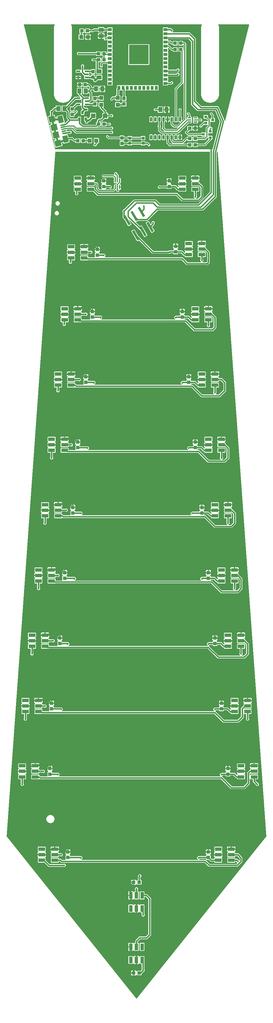
<source format=gbr>
G04 EAGLE Gerber RS-274X export*
G75*
%MOMM*%
%FSLAX34Y34*%
%LPD*%
%INTop Copper*%
%IPPOS*%
%AMOC8*
5,1,8,0,0,1.08239X$1,22.5*%
G01*
%ADD10R,1.000000X1.100000*%
%ADD11R,2.000000X1.100000*%
%ADD12R,1.100000X2.000000*%
%ADD13R,1.100000X1.000000*%
%ADD14R,1.500000X1.240000*%
%ADD15R,1.075000X1.000000*%
%ADD16R,1.240000X1.500000*%
%ADD17R,1.200000X0.550000*%
%ADD18R,1.400000X1.400000*%
%ADD19R,1.200000X1.200000*%
%ADD20R,1.000000X1.075000*%
%ADD21R,0.900000X0.900000*%
%ADD22R,0.900000X0.800000*%
%ADD23R,1.200000X0.900000*%
%ADD24R,0.900000X1.200000*%
%ADD25R,6.000000X6.000000*%
%ADD26R,0.635000X1.016000*%
%ADD27R,0.400000X1.350000*%
%ADD28R,2.100000X1.600000*%
%ADD29R,1.900000X1.900000*%
%ADD30R,1.800000X1.900000*%
%ADD31C,0.155000*%
%ADD32C,0.195000*%
%ADD33R,0.736600X3.251200*%
%ADD34R,0.355600X1.168400*%
%ADD35C,0.406400*%
%ADD36C,0.525000*%
%ADD37C,0.609600*%
%ADD38C,0.304800*%
%ADD39C,0.402400*%
%ADD40C,0.600000*%
%ADD41C,0.254000*%

G36*
X39Y-2996285D02*
X39Y-2996285D01*
X59Y-2996286D01*
X160Y-2996262D01*
X262Y-2996242D01*
X279Y-2996233D01*
X298Y-2996228D01*
X386Y-2996173D01*
X476Y-2996122D01*
X493Y-2996104D01*
X506Y-2996096D01*
X526Y-2996072D01*
X594Y-2996003D01*
X397730Y-2499584D01*
X397767Y-2499517D01*
X397813Y-2499456D01*
X397827Y-2499411D01*
X397850Y-2499370D01*
X397865Y-2499295D01*
X397888Y-2499222D01*
X397890Y-2499158D01*
X397896Y-2499128D01*
X397893Y-2499102D01*
X397895Y-2499054D01*
X248141Y-402506D01*
X248114Y-402394D01*
X248090Y-402280D01*
X248086Y-402274D01*
X248084Y-402266D01*
X248023Y-402169D01*
X247964Y-402069D01*
X247958Y-402064D01*
X247954Y-402058D01*
X247865Y-401985D01*
X247777Y-401909D01*
X247770Y-401906D01*
X247764Y-401902D01*
X247657Y-401861D01*
X247548Y-401817D01*
X247540Y-401816D01*
X247534Y-401814D01*
X247513Y-401813D01*
X247382Y-401799D01*
X247235Y-401799D01*
X247185Y-401807D01*
X247135Y-401805D01*
X247064Y-401827D01*
X246992Y-401839D01*
X246947Y-401862D01*
X246899Y-401877D01*
X246839Y-401919D01*
X246774Y-401954D01*
X246740Y-401990D01*
X246699Y-402019D01*
X246656Y-402079D01*
X246605Y-402132D01*
X246584Y-402177D01*
X246554Y-402218D01*
X246512Y-402332D01*
X246501Y-402355D01*
X246500Y-402363D01*
X246496Y-402375D01*
X245387Y-406810D01*
X245387Y-406819D01*
X245383Y-406827D01*
X245365Y-406994D01*
X245365Y-541434D01*
X242761Y-544038D01*
X204884Y-581915D01*
X65499Y-581915D01*
X65409Y-581929D01*
X65318Y-581937D01*
X65288Y-581949D01*
X65256Y-581954D01*
X65176Y-581997D01*
X65092Y-582033D01*
X65060Y-582059D01*
X65039Y-582070D01*
X65017Y-582093D01*
X64961Y-582138D01*
X36038Y-611061D01*
X33434Y-613665D01*
X4748Y-613665D01*
X4635Y-613683D01*
X4521Y-613699D01*
X4512Y-613703D01*
X4505Y-613704D01*
X4486Y-613715D01*
X4367Y-613767D01*
X-1471Y-617137D01*
X-1562Y-617212D01*
X-1656Y-617287D01*
X-1658Y-617291D01*
X-1661Y-617293D01*
X-1724Y-617393D01*
X-1789Y-617494D01*
X-1790Y-617498D01*
X-1792Y-617502D01*
X-1820Y-617617D01*
X-1849Y-617733D01*
X-1848Y-617737D01*
X-1849Y-617741D01*
X-1839Y-617860D01*
X-1830Y-617978D01*
X-1828Y-617982D01*
X-1828Y-617986D01*
X-1779Y-618096D01*
X-1733Y-618204D01*
X-1730Y-618208D01*
X-1729Y-618211D01*
X-1719Y-618221D01*
X-1628Y-618335D01*
X9528Y-629492D01*
X9564Y-629517D01*
X9593Y-629550D01*
X9663Y-629588D01*
X9728Y-629635D01*
X9770Y-629648D01*
X9808Y-629669D01*
X9886Y-629684D01*
X9963Y-629707D01*
X10007Y-629706D01*
X10050Y-629714D01*
X10129Y-629703D01*
X10209Y-629701D01*
X10250Y-629686D01*
X10293Y-629680D01*
X10426Y-629621D01*
X10440Y-629617D01*
X10442Y-629614D01*
X10447Y-629612D01*
X14459Y-627296D01*
X16086Y-627732D01*
X33184Y-657346D01*
X32748Y-658973D01*
X24911Y-663498D01*
X23284Y-663062D01*
X11972Y-643469D01*
X11962Y-643457D01*
X11956Y-643442D01*
X11851Y-643311D01*
X-22152Y-609308D01*
X-22172Y-609294D01*
X-22187Y-609275D01*
X-22271Y-609222D01*
X-22352Y-609164D01*
X-22375Y-609157D01*
X-22395Y-609145D01*
X-22492Y-609121D01*
X-22587Y-609092D01*
X-22611Y-609093D01*
X-22635Y-609087D01*
X-22734Y-609096D01*
X-22833Y-609098D01*
X-22856Y-609107D01*
X-22880Y-609109D01*
X-22971Y-609149D01*
X-23064Y-609183D01*
X-23083Y-609198D01*
X-23105Y-609208D01*
X-23178Y-609274D01*
X-23256Y-609337D01*
X-23269Y-609357D01*
X-23287Y-609373D01*
X-23335Y-609460D01*
X-23389Y-609543D01*
X-23395Y-609567D01*
X-23407Y-609588D01*
X-23425Y-609686D01*
X-23449Y-609782D01*
X-23447Y-609806D01*
X-23452Y-609830D01*
X-23438Y-609928D01*
X-23430Y-610027D01*
X-23421Y-610049D01*
X-23417Y-610073D01*
X-23350Y-610227D01*
X-15483Y-623852D01*
X-15919Y-625479D01*
X-23756Y-630004D01*
X-25383Y-629568D01*
X-36695Y-609975D01*
X-36705Y-609963D01*
X-36711Y-609948D01*
X-36816Y-609817D01*
X-39561Y-607073D01*
X-42165Y-604469D01*
X-42165Y-600705D01*
X-42183Y-600592D01*
X-42199Y-600478D01*
X-42203Y-600469D01*
X-42204Y-600463D01*
X-42215Y-600443D01*
X-42267Y-600325D01*
X-42481Y-599954D01*
X-42191Y-598870D01*
X-42189Y-598854D01*
X-42183Y-598840D01*
X-42165Y-598673D01*
X-42165Y-587038D01*
X-42179Y-586948D01*
X-42187Y-586857D01*
X-42199Y-586827D01*
X-42204Y-586795D01*
X-42247Y-586714D01*
X-42283Y-586630D01*
X-42309Y-586598D01*
X-42320Y-586578D01*
X-42343Y-586555D01*
X-42388Y-586499D01*
X-42758Y-586129D01*
X-42758Y-582271D01*
X-40029Y-579542D01*
X-39506Y-579542D01*
X-39416Y-579528D01*
X-39325Y-579520D01*
X-39295Y-579508D01*
X-39263Y-579503D01*
X-39183Y-579460D01*
X-39099Y-579424D01*
X-39067Y-579398D01*
X-39046Y-579387D01*
X-39024Y-579364D01*
X-38968Y-579319D01*
X-10638Y-550989D01*
X-8034Y-548385D01*
X58834Y-548385D01*
X71311Y-560862D01*
X71385Y-560915D01*
X71454Y-560975D01*
X71484Y-560987D01*
X71510Y-561006D01*
X71597Y-561033D01*
X71682Y-561067D01*
X71723Y-561071D01*
X71746Y-561078D01*
X71778Y-561077D01*
X71849Y-561085D01*
X188501Y-561085D01*
X188591Y-561071D01*
X188682Y-561063D01*
X188712Y-561051D01*
X188744Y-561046D01*
X188824Y-561003D01*
X188908Y-560967D01*
X188940Y-560941D01*
X188961Y-560930D01*
X188983Y-560907D01*
X189039Y-560862D01*
X224312Y-525589D01*
X224365Y-525515D01*
X224425Y-525446D01*
X224437Y-525416D01*
X224456Y-525390D01*
X224483Y-525303D01*
X224517Y-525218D01*
X224521Y-525177D01*
X224528Y-525154D01*
X224527Y-525122D01*
X224535Y-525051D01*
X224535Y-402560D01*
X224532Y-402540D01*
X224534Y-402521D01*
X224512Y-402419D01*
X224496Y-402317D01*
X224486Y-402300D01*
X224482Y-402280D01*
X224429Y-402191D01*
X224380Y-402100D01*
X224366Y-402086D01*
X224356Y-402069D01*
X224277Y-402002D01*
X224202Y-401931D01*
X224184Y-401922D01*
X224169Y-401909D01*
X224073Y-401870D01*
X223979Y-401827D01*
X223959Y-401825D01*
X223941Y-401817D01*
X223774Y-401799D01*
X-247382Y-401799D01*
X-247496Y-401817D01*
X-247610Y-401834D01*
X-247617Y-401837D01*
X-247625Y-401839D01*
X-247726Y-401892D01*
X-247830Y-401945D01*
X-247835Y-401950D01*
X-247842Y-401954D01*
X-247922Y-402038D01*
X-248003Y-402120D01*
X-248006Y-402126D01*
X-248011Y-402132D01*
X-248060Y-402237D01*
X-248111Y-402341D01*
X-248112Y-402350D01*
X-248115Y-402355D01*
X-248117Y-402376D01*
X-248141Y-402506D01*
X-397895Y-2499054D01*
X-397888Y-2499130D01*
X-397890Y-2499207D01*
X-397877Y-2499252D01*
X-397872Y-2499299D01*
X-397841Y-2499369D01*
X-397819Y-2499442D01*
X-397785Y-2499496D01*
X-397773Y-2499524D01*
X-397755Y-2499543D01*
X-397730Y-2499584D01*
X-594Y-2996003D01*
X-517Y-2996073D01*
X-444Y-2996146D01*
X-427Y-2996154D01*
X-412Y-2996168D01*
X-316Y-2996209D01*
X-224Y-2996255D01*
X-204Y-2996258D01*
X-186Y-2996266D01*
X-83Y-2996274D01*
X20Y-2996288D01*
X39Y-2996285D01*
G37*
G36*
X232399Y-394440D02*
X232399Y-394440D01*
X232453Y-394442D01*
X232519Y-394421D01*
X232587Y-394410D01*
X232634Y-394384D01*
X232686Y-394368D01*
X232741Y-394327D01*
X232802Y-394295D01*
X232839Y-394255D01*
X232882Y-394223D01*
X232922Y-394167D01*
X232969Y-394117D01*
X232991Y-394067D01*
X233022Y-394023D01*
X233065Y-393905D01*
X233070Y-393894D01*
X233070Y-393890D01*
X233072Y-393884D01*
X254422Y-309721D01*
X254426Y-309672D01*
X254439Y-309626D01*
X254436Y-309552D01*
X254442Y-309477D01*
X254431Y-309430D01*
X254428Y-309382D01*
X254384Y-309241D01*
X240701Y-277315D01*
X240639Y-277217D01*
X240576Y-277116D01*
X240572Y-277113D01*
X240570Y-277109D01*
X240478Y-277036D01*
X240388Y-276961D01*
X240383Y-276960D01*
X240379Y-276957D01*
X240268Y-276916D01*
X240160Y-276875D01*
X240153Y-276875D01*
X240150Y-276873D01*
X240138Y-276873D01*
X240013Y-276861D01*
X186291Y-276861D01*
X167639Y-258209D01*
X167639Y-65748D01*
X167623Y-65652D01*
X167614Y-65555D01*
X167604Y-65532D01*
X167600Y-65507D01*
X167554Y-65421D01*
X167513Y-65332D01*
X167492Y-65307D01*
X167485Y-65292D01*
X167466Y-65275D01*
X167420Y-65218D01*
X159456Y-57254D01*
X159376Y-57197D01*
X159301Y-57135D01*
X159278Y-57127D01*
X159257Y-57112D01*
X159164Y-57084D01*
X159073Y-57049D01*
X159040Y-57046D01*
X159024Y-57041D01*
X158999Y-57042D01*
X158926Y-57035D01*
X97402Y-57035D01*
X97378Y-57039D01*
X97353Y-57036D01*
X97258Y-57058D01*
X97161Y-57074D01*
X97140Y-57086D01*
X97116Y-57092D01*
X97032Y-57143D01*
X96946Y-57189D01*
X96929Y-57207D01*
X96908Y-57220D01*
X96846Y-57296D01*
X96779Y-57367D01*
X96769Y-57390D01*
X96753Y-57409D01*
X96719Y-57500D01*
X96678Y-57590D01*
X96676Y-57614D01*
X96667Y-57637D01*
X96653Y-57784D01*
X96653Y-58312D01*
X96175Y-58790D01*
X96160Y-58810D01*
X96141Y-58826D01*
X96090Y-58909D01*
X96032Y-58989D01*
X96025Y-59012D01*
X96012Y-59033D01*
X95990Y-59128D01*
X95962Y-59222D01*
X95962Y-59247D01*
X95957Y-59270D01*
X95966Y-59368D01*
X95969Y-59466D01*
X95978Y-59489D01*
X95980Y-59513D01*
X96021Y-59603D01*
X96055Y-59694D01*
X96071Y-59713D01*
X96081Y-59736D01*
X96175Y-59850D01*
X96653Y-60328D01*
X96653Y-61364D01*
X96657Y-61388D01*
X96654Y-61413D01*
X96676Y-61508D01*
X96692Y-61605D01*
X96704Y-61626D01*
X96710Y-61650D01*
X96761Y-61734D01*
X96807Y-61820D01*
X96825Y-61837D01*
X96838Y-61858D01*
X96914Y-61920D01*
X96985Y-61987D01*
X97008Y-61997D01*
X97027Y-62013D01*
X97118Y-62047D01*
X97208Y-62088D01*
X97232Y-62090D01*
X97255Y-62099D01*
X97402Y-62113D01*
X105243Y-62113D01*
X109204Y-66074D01*
X109283Y-66131D01*
X109358Y-66193D01*
X109382Y-66201D01*
X109402Y-66216D01*
X109495Y-66244D01*
X109587Y-66279D01*
X109620Y-66282D01*
X109636Y-66287D01*
X109661Y-66286D01*
X109734Y-66293D01*
X110343Y-66293D01*
X110367Y-66289D01*
X110392Y-66292D01*
X110487Y-66270D01*
X110584Y-66254D01*
X110605Y-66242D01*
X110629Y-66236D01*
X110713Y-66185D01*
X110799Y-66139D01*
X110816Y-66121D01*
X110837Y-66108D01*
X110899Y-66032D01*
X110966Y-65961D01*
X110976Y-65938D01*
X110992Y-65919D01*
X111026Y-65828D01*
X111067Y-65738D01*
X111069Y-65714D01*
X111078Y-65691D01*
X111092Y-65544D01*
X111092Y-64008D01*
X112283Y-62817D01*
X124717Y-62817D01*
X125908Y-64008D01*
X125908Y-75692D01*
X124717Y-76883D01*
X112283Y-76883D01*
X111092Y-75692D01*
X111092Y-74156D01*
X111088Y-74132D01*
X111091Y-74107D01*
X111069Y-74012D01*
X111053Y-73915D01*
X111041Y-73894D01*
X111035Y-73870D01*
X110984Y-73786D01*
X110938Y-73700D01*
X110920Y-73683D01*
X110907Y-73662D01*
X110831Y-73600D01*
X110760Y-73533D01*
X110737Y-73523D01*
X110718Y-73507D01*
X110627Y-73473D01*
X110537Y-73432D01*
X110513Y-73430D01*
X110490Y-73421D01*
X110343Y-73407D01*
X106477Y-73407D01*
X102516Y-69446D01*
X102437Y-69389D01*
X102362Y-69327D01*
X102338Y-69319D01*
X102318Y-69304D01*
X102225Y-69276D01*
X102133Y-69241D01*
X102100Y-69238D01*
X102084Y-69233D01*
X102059Y-69234D01*
X101986Y-69227D01*
X97402Y-69227D01*
X97378Y-69231D01*
X97353Y-69228D01*
X97258Y-69250D01*
X97161Y-69266D01*
X97140Y-69278D01*
X97116Y-69284D01*
X97032Y-69335D01*
X96946Y-69381D01*
X96929Y-69399D01*
X96908Y-69412D01*
X96846Y-69488D01*
X96779Y-69559D01*
X96769Y-69582D01*
X96753Y-69601D01*
X96719Y-69692D01*
X96678Y-69782D01*
X96676Y-69806D01*
X96667Y-69829D01*
X96653Y-69976D01*
X96653Y-71012D01*
X96175Y-71490D01*
X96160Y-71510D01*
X96141Y-71526D01*
X96090Y-71609D01*
X96032Y-71689D01*
X96025Y-71712D01*
X96012Y-71733D01*
X95990Y-71828D01*
X95962Y-71922D01*
X95962Y-71947D01*
X95957Y-71970D01*
X95966Y-72068D01*
X95969Y-72166D01*
X95978Y-72189D01*
X95980Y-72213D01*
X96021Y-72303D01*
X96055Y-72394D01*
X96071Y-72413D01*
X96081Y-72436D01*
X96175Y-72550D01*
X96653Y-73028D01*
X96653Y-74064D01*
X96657Y-74088D01*
X96654Y-74113D01*
X96676Y-74208D01*
X96692Y-74305D01*
X96704Y-74326D01*
X96710Y-74350D01*
X96761Y-74434D01*
X96807Y-74520D01*
X96825Y-74537D01*
X96838Y-74558D01*
X96914Y-74620D01*
X96985Y-74687D01*
X97008Y-74697D01*
X97027Y-74713D01*
X97118Y-74747D01*
X97208Y-74788D01*
X97232Y-74790D01*
X97255Y-74799D01*
X97402Y-74813D01*
X98893Y-74813D01*
X109204Y-85124D01*
X109283Y-85181D01*
X109358Y-85243D01*
X109382Y-85251D01*
X109402Y-85266D01*
X109495Y-85294D01*
X109587Y-85329D01*
X109620Y-85332D01*
X109636Y-85337D01*
X109661Y-85336D01*
X109734Y-85343D01*
X110343Y-85343D01*
X110367Y-85339D01*
X110392Y-85342D01*
X110487Y-85320D01*
X110584Y-85304D01*
X110605Y-85292D01*
X110629Y-85286D01*
X110713Y-85235D01*
X110799Y-85189D01*
X110816Y-85171D01*
X110837Y-85158D01*
X110899Y-85082D01*
X110966Y-85011D01*
X110976Y-84988D01*
X110992Y-84969D01*
X111026Y-84878D01*
X111067Y-84788D01*
X111069Y-84764D01*
X111078Y-84741D01*
X111092Y-84594D01*
X111092Y-83058D01*
X112283Y-81867D01*
X124717Y-81867D01*
X125908Y-83058D01*
X125908Y-94742D01*
X124717Y-95933D01*
X112283Y-95933D01*
X111092Y-94742D01*
X111092Y-93206D01*
X111088Y-93182D01*
X111091Y-93157D01*
X111069Y-93062D01*
X111053Y-92965D01*
X111041Y-92944D01*
X111035Y-92920D01*
X110984Y-92836D01*
X110938Y-92750D01*
X110920Y-92733D01*
X110907Y-92712D01*
X110831Y-92650D01*
X110760Y-92583D01*
X110737Y-92573D01*
X110718Y-92557D01*
X110627Y-92523D01*
X110537Y-92482D01*
X110513Y-92480D01*
X110490Y-92471D01*
X110343Y-92457D01*
X106477Y-92457D01*
X104174Y-90154D01*
X97722Y-83702D01*
X97702Y-83688D01*
X97687Y-83669D01*
X97604Y-83617D01*
X97596Y-83611D01*
X97595Y-83611D01*
X97524Y-83560D01*
X97500Y-83553D01*
X97480Y-83540D01*
X97384Y-83518D01*
X97290Y-83489D01*
X97266Y-83490D01*
X97242Y-83484D01*
X97145Y-83494D01*
X97046Y-83497D01*
X97024Y-83506D01*
X96999Y-83508D01*
X96910Y-83548D01*
X96818Y-83583D01*
X96799Y-83598D01*
X96777Y-83609D01*
X96663Y-83702D01*
X96175Y-84190D01*
X96160Y-84210D01*
X96141Y-84226D01*
X96090Y-84309D01*
X96032Y-84389D01*
X96025Y-84412D01*
X96012Y-84433D01*
X95990Y-84528D01*
X95962Y-84622D01*
X95962Y-84647D01*
X95957Y-84670D01*
X95966Y-84768D01*
X95969Y-84866D01*
X95978Y-84889D01*
X95980Y-84913D01*
X96021Y-85003D01*
X96055Y-85094D01*
X96071Y-85113D01*
X96081Y-85136D01*
X96175Y-85250D01*
X96653Y-85728D01*
X96653Y-96412D01*
X96175Y-96890D01*
X96160Y-96910D01*
X96141Y-96926D01*
X96090Y-97009D01*
X96032Y-97089D01*
X96025Y-97112D01*
X96012Y-97133D01*
X95990Y-97228D01*
X95962Y-97322D01*
X95962Y-97347D01*
X95957Y-97370D01*
X95966Y-97468D01*
X95969Y-97566D01*
X95978Y-97589D01*
X95980Y-97613D01*
X96021Y-97703D01*
X96055Y-97794D01*
X96071Y-97813D01*
X96081Y-97836D01*
X96175Y-97950D01*
X96653Y-98428D01*
X96653Y-109112D01*
X96175Y-109590D01*
X96160Y-109610D01*
X96141Y-109626D01*
X96090Y-109709D01*
X96032Y-109789D01*
X96025Y-109812D01*
X96012Y-109833D01*
X95990Y-109928D01*
X95962Y-110022D01*
X95962Y-110047D01*
X95957Y-110070D01*
X95966Y-110168D01*
X95969Y-110266D01*
X95978Y-110289D01*
X95980Y-110313D01*
X96021Y-110403D01*
X96055Y-110494D01*
X96071Y-110513D01*
X96081Y-110536D01*
X96175Y-110650D01*
X96653Y-111128D01*
X96653Y-121812D01*
X96175Y-122290D01*
X96160Y-122310D01*
X96141Y-122326D01*
X96090Y-122409D01*
X96032Y-122489D01*
X96025Y-122512D01*
X96012Y-122533D01*
X95990Y-122628D01*
X95962Y-122722D01*
X95962Y-122747D01*
X95957Y-122770D01*
X95966Y-122868D01*
X95969Y-122966D01*
X95978Y-122989D01*
X95980Y-123013D01*
X96021Y-123103D01*
X96055Y-123194D01*
X96071Y-123213D01*
X96081Y-123236D01*
X96175Y-123350D01*
X96653Y-123828D01*
X96653Y-134512D01*
X96175Y-134990D01*
X96160Y-135010D01*
X96141Y-135026D01*
X96090Y-135109D01*
X96032Y-135189D01*
X96025Y-135212D01*
X96012Y-135233D01*
X95990Y-135328D01*
X95962Y-135422D01*
X95962Y-135447D01*
X95957Y-135470D01*
X95966Y-135568D01*
X95969Y-135666D01*
X95978Y-135689D01*
X95980Y-135713D01*
X96021Y-135803D01*
X96055Y-135894D01*
X96071Y-135913D01*
X96081Y-135936D01*
X96175Y-136050D01*
X96653Y-136528D01*
X96653Y-147212D01*
X96175Y-147690D01*
X96160Y-147710D01*
X96141Y-147726D01*
X96090Y-147809D01*
X96032Y-147889D01*
X96025Y-147912D01*
X96012Y-147933D01*
X95990Y-148028D01*
X95962Y-148122D01*
X95962Y-148147D01*
X95957Y-148170D01*
X95966Y-148268D01*
X95969Y-148366D01*
X95978Y-148389D01*
X95980Y-148413D01*
X96021Y-148503D01*
X96055Y-148594D01*
X96071Y-148613D01*
X96081Y-148636D01*
X96175Y-148750D01*
X96653Y-149228D01*
X96653Y-149756D01*
X96657Y-149780D01*
X96654Y-149805D01*
X96676Y-149900D01*
X96692Y-149997D01*
X96704Y-150018D01*
X96710Y-150042D01*
X96761Y-150126D01*
X96807Y-150212D01*
X96825Y-150229D01*
X96838Y-150250D01*
X96914Y-150312D01*
X96985Y-150379D01*
X97008Y-150389D01*
X97027Y-150405D01*
X97118Y-150439D01*
X97208Y-150480D01*
X97232Y-150482D01*
X97255Y-150491D01*
X97402Y-150505D01*
X121997Y-150505D01*
X122094Y-150489D01*
X122191Y-150480D01*
X122213Y-150470D01*
X122238Y-150466D01*
X122324Y-150420D01*
X122413Y-150379D01*
X122439Y-150358D01*
X122453Y-150351D01*
X122470Y-150332D01*
X122527Y-150286D01*
X125071Y-147742D01*
X128929Y-147742D01*
X131658Y-150471D01*
X131658Y-154329D01*
X128929Y-157058D01*
X128401Y-157058D01*
X128305Y-157074D01*
X128208Y-157083D01*
X128185Y-157093D01*
X128160Y-157097D01*
X128074Y-157143D01*
X127985Y-157184D01*
X127960Y-157205D01*
X127945Y-157212D01*
X127928Y-157231D01*
X127871Y-157277D01*
X126514Y-158635D01*
X97402Y-158635D01*
X97378Y-158639D01*
X97353Y-158636D01*
X97258Y-158658D01*
X97161Y-158674D01*
X97140Y-158686D01*
X97116Y-158692D01*
X97032Y-158743D01*
X96946Y-158789D01*
X96929Y-158807D01*
X96908Y-158820D01*
X96846Y-158896D01*
X96779Y-158967D01*
X96769Y-158990D01*
X96753Y-159009D01*
X96719Y-159100D01*
X96678Y-159190D01*
X96676Y-159214D01*
X96667Y-159237D01*
X96653Y-159384D01*
X96653Y-159912D01*
X96175Y-160390D01*
X96160Y-160410D01*
X96141Y-160426D01*
X96090Y-160509D01*
X96032Y-160589D01*
X96025Y-160612D01*
X96012Y-160633D01*
X95990Y-160728D01*
X95962Y-160822D01*
X95962Y-160847D01*
X95957Y-160870D01*
X95966Y-160968D01*
X95969Y-161066D01*
X95978Y-161089D01*
X95980Y-161113D01*
X96021Y-161203D01*
X96055Y-161294D01*
X96071Y-161313D01*
X96081Y-161336D01*
X96175Y-161450D01*
X96653Y-161928D01*
X96653Y-162456D01*
X96657Y-162480D01*
X96654Y-162505D01*
X96676Y-162600D01*
X96692Y-162697D01*
X96704Y-162718D01*
X96710Y-162742D01*
X96761Y-162826D01*
X96807Y-162912D01*
X96825Y-162929D01*
X96838Y-162950D01*
X96914Y-163012D01*
X96985Y-163079D01*
X97008Y-163089D01*
X97027Y-163105D01*
X97118Y-163139D01*
X97208Y-163180D01*
X97232Y-163182D01*
X97255Y-163191D01*
X97402Y-163205D01*
X121997Y-163205D01*
X122094Y-163189D01*
X122191Y-163180D01*
X122213Y-163170D01*
X122238Y-163166D01*
X122324Y-163120D01*
X122413Y-163079D01*
X122439Y-163058D01*
X122453Y-163051D01*
X122470Y-163032D01*
X122527Y-162986D01*
X125071Y-160442D01*
X128929Y-160442D01*
X131658Y-163171D01*
X131658Y-167029D01*
X128929Y-169758D01*
X128401Y-169758D01*
X128305Y-169774D01*
X128208Y-169783D01*
X128185Y-169793D01*
X128160Y-169797D01*
X128074Y-169843D01*
X127985Y-169884D01*
X127960Y-169905D01*
X127945Y-169912D01*
X127928Y-169931D01*
X127871Y-169977D01*
X126514Y-171335D01*
X97402Y-171335D01*
X97378Y-171339D01*
X97353Y-171336D01*
X97258Y-171358D01*
X97161Y-171374D01*
X97140Y-171386D01*
X97116Y-171392D01*
X97032Y-171443D01*
X96946Y-171489D01*
X96929Y-171507D01*
X96908Y-171520D01*
X96846Y-171596D01*
X96779Y-171667D01*
X96769Y-171690D01*
X96753Y-171709D01*
X96719Y-171800D01*
X96678Y-171890D01*
X96676Y-171914D01*
X96667Y-171937D01*
X96653Y-172084D01*
X96653Y-172612D01*
X96175Y-173090D01*
X96160Y-173110D01*
X96141Y-173126D01*
X96090Y-173209D01*
X96032Y-173289D01*
X96025Y-173312D01*
X96012Y-173333D01*
X95990Y-173428D01*
X95962Y-173522D01*
X95962Y-173547D01*
X95957Y-173570D01*
X95966Y-173668D01*
X95969Y-173766D01*
X95978Y-173789D01*
X95980Y-173813D01*
X96021Y-173903D01*
X96055Y-173994D01*
X96071Y-174013D01*
X96081Y-174036D01*
X96175Y-174150D01*
X96653Y-174628D01*
X96653Y-185312D01*
X96175Y-185790D01*
X96160Y-185810D01*
X96141Y-185826D01*
X96090Y-185909D01*
X96032Y-185989D01*
X96025Y-186012D01*
X96012Y-186033D01*
X95990Y-186128D01*
X95962Y-186222D01*
X95962Y-186247D01*
X95957Y-186270D01*
X95966Y-186368D01*
X95969Y-186466D01*
X95978Y-186489D01*
X95980Y-186513D01*
X96021Y-186603D01*
X96055Y-186694D01*
X96071Y-186713D01*
X96081Y-186736D01*
X96175Y-186850D01*
X96653Y-187328D01*
X96653Y-188364D01*
X96657Y-188388D01*
X96654Y-188413D01*
X96676Y-188508D01*
X96692Y-188605D01*
X96704Y-188626D01*
X96710Y-188650D01*
X96761Y-188734D01*
X96807Y-188820D01*
X96825Y-188837D01*
X96838Y-188858D01*
X96914Y-188920D01*
X96985Y-188987D01*
X97008Y-188997D01*
X97027Y-189013D01*
X97118Y-189047D01*
X97208Y-189088D01*
X97232Y-189090D01*
X97255Y-189099D01*
X97402Y-189113D01*
X103306Y-189113D01*
X103403Y-189097D01*
X103499Y-189088D01*
X103522Y-189078D01*
X103547Y-189074D01*
X103633Y-189028D01*
X103722Y-188987D01*
X103747Y-188966D01*
X103762Y-188959D01*
X103779Y-188940D01*
X103836Y-188894D01*
X106275Y-186455D01*
X109625Y-186455D01*
X111995Y-188825D01*
X111995Y-192175D01*
X109625Y-194545D01*
X109246Y-194545D01*
X109149Y-194561D01*
X109052Y-194570D01*
X109030Y-194580D01*
X109005Y-194584D01*
X108919Y-194630D01*
X108830Y-194671D01*
X108804Y-194692D01*
X108790Y-194699D01*
X108773Y-194718D01*
X108716Y-194764D01*
X107253Y-196227D01*
X97402Y-196227D01*
X97378Y-196231D01*
X97353Y-196228D01*
X97258Y-196250D01*
X97161Y-196266D01*
X97140Y-196278D01*
X97116Y-196284D01*
X97032Y-196335D01*
X96946Y-196381D01*
X96929Y-196399D01*
X96908Y-196412D01*
X96846Y-196488D01*
X96779Y-196559D01*
X96769Y-196582D01*
X96753Y-196601D01*
X96719Y-196692D01*
X96678Y-196782D01*
X96676Y-196806D01*
X96667Y-196829D01*
X96653Y-196976D01*
X96653Y-198012D01*
X95462Y-199203D01*
X81778Y-199203D01*
X80587Y-198012D01*
X80587Y-187328D01*
X81065Y-186850D01*
X81080Y-186830D01*
X81099Y-186814D01*
X81151Y-186731D01*
X81208Y-186651D01*
X81215Y-186628D01*
X81228Y-186607D01*
X81250Y-186512D01*
X81278Y-186418D01*
X81278Y-186394D01*
X81283Y-186370D01*
X81274Y-186272D01*
X81271Y-186174D01*
X81262Y-186151D01*
X81260Y-186127D01*
X81219Y-186037D01*
X81185Y-185946D01*
X81169Y-185927D01*
X81159Y-185904D01*
X81065Y-185790D01*
X80587Y-185312D01*
X80587Y-174628D01*
X81065Y-174150D01*
X81080Y-174130D01*
X81099Y-174114D01*
X81151Y-174031D01*
X81208Y-173951D01*
X81215Y-173928D01*
X81228Y-173907D01*
X81250Y-173812D01*
X81278Y-173718D01*
X81278Y-173694D01*
X81283Y-173670D01*
X81274Y-173572D01*
X81271Y-173474D01*
X81262Y-173451D01*
X81260Y-173427D01*
X81219Y-173337D01*
X81185Y-173246D01*
X81169Y-173227D01*
X81159Y-173204D01*
X81065Y-173090D01*
X80587Y-172612D01*
X80587Y-161928D01*
X81065Y-161450D01*
X81080Y-161430D01*
X81099Y-161414D01*
X81151Y-161331D01*
X81208Y-161251D01*
X81215Y-161228D01*
X81228Y-161207D01*
X81250Y-161112D01*
X81278Y-161018D01*
X81278Y-160994D01*
X81283Y-160970D01*
X81274Y-160872D01*
X81271Y-160774D01*
X81262Y-160751D01*
X81260Y-160727D01*
X81219Y-160637D01*
X81185Y-160546D01*
X81169Y-160527D01*
X81159Y-160504D01*
X81065Y-160390D01*
X80587Y-159912D01*
X80587Y-149228D01*
X81065Y-148750D01*
X81080Y-148730D01*
X81099Y-148714D01*
X81151Y-148631D01*
X81208Y-148551D01*
X81215Y-148528D01*
X81228Y-148507D01*
X81250Y-148412D01*
X81278Y-148318D01*
X81278Y-148294D01*
X81283Y-148270D01*
X81274Y-148172D01*
X81271Y-148074D01*
X81262Y-148051D01*
X81260Y-148027D01*
X81219Y-147937D01*
X81185Y-147846D01*
X81169Y-147827D01*
X81159Y-147804D01*
X81065Y-147690D01*
X80587Y-147212D01*
X80587Y-136528D01*
X81065Y-136050D01*
X81080Y-136030D01*
X81099Y-136014D01*
X81151Y-135931D01*
X81208Y-135851D01*
X81215Y-135828D01*
X81228Y-135807D01*
X81250Y-135712D01*
X81278Y-135618D01*
X81278Y-135594D01*
X81283Y-135570D01*
X81274Y-135472D01*
X81271Y-135374D01*
X81262Y-135351D01*
X81260Y-135327D01*
X81219Y-135237D01*
X81185Y-135146D01*
X81169Y-135127D01*
X81159Y-135104D01*
X81065Y-134990D01*
X80587Y-134512D01*
X80587Y-123828D01*
X81065Y-123350D01*
X81080Y-123330D01*
X81099Y-123314D01*
X81151Y-123231D01*
X81208Y-123151D01*
X81215Y-123128D01*
X81228Y-123107D01*
X81250Y-123012D01*
X81278Y-122918D01*
X81278Y-122894D01*
X81283Y-122870D01*
X81274Y-122772D01*
X81271Y-122674D01*
X81262Y-122651D01*
X81260Y-122627D01*
X81219Y-122537D01*
X81185Y-122446D01*
X81169Y-122427D01*
X81159Y-122404D01*
X81065Y-122290D01*
X80587Y-121812D01*
X80587Y-111128D01*
X81065Y-110650D01*
X81080Y-110630D01*
X81099Y-110614D01*
X81151Y-110531D01*
X81208Y-110451D01*
X81215Y-110428D01*
X81228Y-110407D01*
X81250Y-110312D01*
X81278Y-110218D01*
X81278Y-110194D01*
X81283Y-110170D01*
X81274Y-110072D01*
X81271Y-109974D01*
X81262Y-109951D01*
X81260Y-109927D01*
X81219Y-109837D01*
X81185Y-109746D01*
X81169Y-109727D01*
X81159Y-109704D01*
X81065Y-109590D01*
X80587Y-109112D01*
X80587Y-98428D01*
X81065Y-97950D01*
X81080Y-97930D01*
X81099Y-97914D01*
X81151Y-97831D01*
X81208Y-97751D01*
X81215Y-97728D01*
X81228Y-97707D01*
X81250Y-97612D01*
X81278Y-97518D01*
X81278Y-97494D01*
X81283Y-97470D01*
X81274Y-97372D01*
X81271Y-97274D01*
X81262Y-97251D01*
X81260Y-97227D01*
X81219Y-97137D01*
X81185Y-97046D01*
X81169Y-97027D01*
X81159Y-97004D01*
X81065Y-96890D01*
X80587Y-96412D01*
X80587Y-85728D01*
X81065Y-85250D01*
X81080Y-85230D01*
X81099Y-85214D01*
X81151Y-85131D01*
X81208Y-85051D01*
X81215Y-85028D01*
X81228Y-85007D01*
X81250Y-84912D01*
X81278Y-84818D01*
X81278Y-84794D01*
X81283Y-84770D01*
X81274Y-84672D01*
X81271Y-84574D01*
X81262Y-84551D01*
X81260Y-84527D01*
X81219Y-84437D01*
X81185Y-84346D01*
X81169Y-84327D01*
X81159Y-84304D01*
X81065Y-84190D01*
X80587Y-83712D01*
X80587Y-73028D01*
X81065Y-72550D01*
X81080Y-72530D01*
X81099Y-72514D01*
X81151Y-72431D01*
X81208Y-72351D01*
X81215Y-72328D01*
X81228Y-72307D01*
X81250Y-72212D01*
X81278Y-72118D01*
X81278Y-72094D01*
X81283Y-72070D01*
X81274Y-71972D01*
X81271Y-71874D01*
X81262Y-71851D01*
X81260Y-71827D01*
X81219Y-71737D01*
X81185Y-71646D01*
X81169Y-71627D01*
X81159Y-71604D01*
X81065Y-71490D01*
X80587Y-71012D01*
X80587Y-60328D01*
X81065Y-59850D01*
X81080Y-59830D01*
X81099Y-59814D01*
X81151Y-59731D01*
X81208Y-59651D01*
X81215Y-59628D01*
X81228Y-59607D01*
X81250Y-59512D01*
X81278Y-59418D01*
X81278Y-59394D01*
X81283Y-59370D01*
X81274Y-59272D01*
X81271Y-59174D01*
X81262Y-59151D01*
X81260Y-59127D01*
X81219Y-59037D01*
X81185Y-58946D01*
X81169Y-58927D01*
X81159Y-58904D01*
X81065Y-58790D01*
X80587Y-58312D01*
X80587Y-47628D01*
X81065Y-47150D01*
X81080Y-47130D01*
X81099Y-47114D01*
X81151Y-47031D01*
X81208Y-46951D01*
X81215Y-46928D01*
X81228Y-46907D01*
X81250Y-46812D01*
X81278Y-46718D01*
X81278Y-46694D01*
X81283Y-46670D01*
X81274Y-46572D01*
X81271Y-46474D01*
X81262Y-46451D01*
X81260Y-46427D01*
X81219Y-46337D01*
X81185Y-46246D01*
X81169Y-46227D01*
X81159Y-46204D01*
X81065Y-46090D01*
X80587Y-45612D01*
X80587Y-34928D01*
X81065Y-34450D01*
X81080Y-34430D01*
X81099Y-34414D01*
X81151Y-34331D01*
X81208Y-34251D01*
X81215Y-34228D01*
X81228Y-34207D01*
X81250Y-34112D01*
X81278Y-34018D01*
X81278Y-33994D01*
X81283Y-33970D01*
X81274Y-33872D01*
X81271Y-33774D01*
X81262Y-33751D01*
X81260Y-33727D01*
X81219Y-33637D01*
X81185Y-33546D01*
X81169Y-33527D01*
X81159Y-33504D01*
X81065Y-33390D01*
X80587Y-32912D01*
X80587Y-22228D01*
X81778Y-21037D01*
X95462Y-21037D01*
X96653Y-22228D01*
X96653Y-22756D01*
X96657Y-22780D01*
X96654Y-22805D01*
X96676Y-22900D01*
X96692Y-22997D01*
X96704Y-23018D01*
X96710Y-23042D01*
X96761Y-23126D01*
X96807Y-23212D01*
X96825Y-23229D01*
X96838Y-23250D01*
X96914Y-23312D01*
X96985Y-23379D01*
X97008Y-23389D01*
X97027Y-23405D01*
X97118Y-23439D01*
X97208Y-23480D01*
X97232Y-23482D01*
X97255Y-23491D01*
X97402Y-23505D01*
X105454Y-23505D01*
X112015Y-30066D01*
X112015Y-33434D01*
X110522Y-34926D01*
X110479Y-34986D01*
X110429Y-35040D01*
X110409Y-35084D01*
X110380Y-35125D01*
X110359Y-35195D01*
X110328Y-35262D01*
X110323Y-35311D01*
X110309Y-35358D01*
X110312Y-35431D01*
X110304Y-35505D01*
X110315Y-35553D01*
X110317Y-35602D01*
X110343Y-35671D01*
X110360Y-35742D01*
X110386Y-35784D01*
X110403Y-35830D01*
X110449Y-35887D01*
X110488Y-35950D01*
X110526Y-35981D01*
X110558Y-36019D01*
X110620Y-36058D01*
X110677Y-36105D01*
X110723Y-36122D01*
X110765Y-36148D01*
X110836Y-36165D01*
X110905Y-36191D01*
X110978Y-36198D01*
X111002Y-36204D01*
X111019Y-36202D01*
X111052Y-36205D01*
X162604Y-36205D01*
X181865Y-55466D01*
X181865Y-245656D01*
X181881Y-245752D01*
X181890Y-245849D01*
X181900Y-245872D01*
X181904Y-245897D01*
X181950Y-245983D01*
X181991Y-246072D01*
X182012Y-246097D01*
X182019Y-246112D01*
X182038Y-246129D01*
X182084Y-246186D01*
X198314Y-262416D01*
X198394Y-262473D01*
X198469Y-262535D01*
X198492Y-262543D01*
X198513Y-262558D01*
X198606Y-262586D01*
X198697Y-262621D01*
X198730Y-262624D01*
X198746Y-262629D01*
X198771Y-262628D01*
X198844Y-262635D01*
X246662Y-262635D01*
X246739Y-262623D01*
X246816Y-262619D01*
X246878Y-262600D01*
X246903Y-262596D01*
X246919Y-262587D01*
X246957Y-262575D01*
X247596Y-262301D01*
X248299Y-262582D01*
X248366Y-262596D01*
X248430Y-262621D01*
X248513Y-262629D01*
X248537Y-262634D01*
X248551Y-262633D01*
X248577Y-262635D01*
X249334Y-262635D01*
X249825Y-263127D01*
X249889Y-263172D01*
X249946Y-263225D01*
X250004Y-263255D01*
X250024Y-263269D01*
X250042Y-263275D01*
X250077Y-263293D01*
X250723Y-263551D01*
X251021Y-264247D01*
X251058Y-264305D01*
X251086Y-264367D01*
X251139Y-264432D01*
X251152Y-264452D01*
X251163Y-264461D01*
X251180Y-264481D01*
X251715Y-265016D01*
X251715Y-265712D01*
X251727Y-265789D01*
X251731Y-265866D01*
X251750Y-265928D01*
X251754Y-265953D01*
X251763Y-265970D01*
X251775Y-266007D01*
X269305Y-306909D01*
X269318Y-306930D01*
X269351Y-306999D01*
X269694Y-307571D01*
X269741Y-307626D01*
X269781Y-307688D01*
X269820Y-307719D01*
X269852Y-307757D01*
X269915Y-307794D01*
X269972Y-307840D01*
X270019Y-307857D01*
X270061Y-307882D01*
X270133Y-307898D01*
X270202Y-307922D01*
X270251Y-307923D01*
X270299Y-307933D01*
X270372Y-307925D01*
X270446Y-307926D01*
X270493Y-307911D01*
X270542Y-307906D01*
X270608Y-307874D01*
X270678Y-307852D01*
X270718Y-307822D01*
X270762Y-307801D01*
X270815Y-307750D01*
X270874Y-307706D01*
X270902Y-307666D01*
X270938Y-307632D01*
X270971Y-307566D01*
X271013Y-307506D01*
X271038Y-307437D01*
X271049Y-307415D01*
X271052Y-307398D01*
X271063Y-307367D01*
X344684Y-12882D01*
X344694Y-12767D01*
X344705Y-12651D01*
X344704Y-12645D01*
X344704Y-12639D01*
X344676Y-12527D01*
X344650Y-12414D01*
X344646Y-12408D01*
X344645Y-12402D01*
X344582Y-12305D01*
X344521Y-12206D01*
X344516Y-12202D01*
X344513Y-12197D01*
X344422Y-12125D01*
X344333Y-12052D01*
X344327Y-12049D01*
X344321Y-12045D01*
X344212Y-12006D01*
X344104Y-11965D01*
X344096Y-11965D01*
X344092Y-11963D01*
X344077Y-11963D01*
X343957Y-11951D01*
X250766Y-11951D01*
X250734Y-11956D01*
X250701Y-11954D01*
X250614Y-11976D01*
X250525Y-11990D01*
X250496Y-12006D01*
X250464Y-12014D01*
X250389Y-12063D01*
X250310Y-12105D01*
X250287Y-12129D01*
X250260Y-12147D01*
X250204Y-12218D01*
X250143Y-12284D01*
X250129Y-12313D01*
X250109Y-12339D01*
X250079Y-12424D01*
X250042Y-12506D01*
X250039Y-12538D01*
X250028Y-12569D01*
X250027Y-12659D01*
X250018Y-12749D01*
X250026Y-12780D01*
X250025Y-12813D01*
X250062Y-12956D01*
X252533Y-19745D01*
X252533Y-229455D01*
X249212Y-238579D01*
X242971Y-246017D01*
X234562Y-250871D01*
X225000Y-252557D01*
X215438Y-250871D01*
X207029Y-246017D01*
X200788Y-238579D01*
X197467Y-229455D01*
X197467Y-19745D01*
X199938Y-12956D01*
X199944Y-12924D01*
X199958Y-12894D01*
X199967Y-12805D01*
X199983Y-12716D01*
X199979Y-12684D01*
X199982Y-12651D01*
X199961Y-12564D01*
X199949Y-12475D01*
X199934Y-12446D01*
X199927Y-12414D01*
X199879Y-12337D01*
X199839Y-12257D01*
X199815Y-12234D01*
X199798Y-12206D01*
X199729Y-12149D01*
X199664Y-12086D01*
X199635Y-12072D01*
X199609Y-12052D01*
X199525Y-12020D01*
X199444Y-11981D01*
X199412Y-11977D01*
X199381Y-11965D01*
X199234Y-11951D01*
X-199234Y-11951D01*
X-199266Y-11956D01*
X-199299Y-11954D01*
X-199386Y-11976D01*
X-199475Y-11990D01*
X-199504Y-12006D01*
X-199536Y-12014D01*
X-199611Y-12063D01*
X-199690Y-12105D01*
X-199713Y-12129D01*
X-199740Y-12147D01*
X-199796Y-12218D01*
X-199857Y-12284D01*
X-199871Y-12313D01*
X-199891Y-12339D01*
X-199921Y-12424D01*
X-199958Y-12506D01*
X-199961Y-12538D01*
X-199972Y-12569D01*
X-199973Y-12659D01*
X-199982Y-12749D01*
X-199974Y-12780D01*
X-199975Y-12813D01*
X-199938Y-12956D01*
X-197467Y-19745D01*
X-197467Y-229455D01*
X-200788Y-238579D01*
X-207029Y-246017D01*
X-215438Y-250871D01*
X-225000Y-252557D01*
X-234562Y-250871D01*
X-242971Y-246017D01*
X-249212Y-238579D01*
X-252533Y-229455D01*
X-252533Y-19745D01*
X-250062Y-12956D01*
X-250056Y-12924D01*
X-250042Y-12894D01*
X-250033Y-12805D01*
X-250017Y-12716D01*
X-250021Y-12684D01*
X-250018Y-12651D01*
X-250039Y-12564D01*
X-250051Y-12475D01*
X-250066Y-12446D01*
X-250073Y-12414D01*
X-250121Y-12337D01*
X-250161Y-12257D01*
X-250185Y-12234D01*
X-250202Y-12206D01*
X-250271Y-12149D01*
X-250336Y-12086D01*
X-250365Y-12072D01*
X-250391Y-12052D01*
X-250475Y-12020D01*
X-250556Y-11981D01*
X-250588Y-11977D01*
X-250619Y-11965D01*
X-250766Y-11951D01*
X-343957Y-11951D01*
X-344072Y-11970D01*
X-344186Y-11986D01*
X-344192Y-11989D01*
X-344198Y-11990D01*
X-344300Y-12045D01*
X-344403Y-12098D01*
X-344408Y-12102D01*
X-344413Y-12105D01*
X-344492Y-12190D01*
X-344573Y-12273D01*
X-344576Y-12279D01*
X-344580Y-12284D01*
X-344628Y-12388D01*
X-344678Y-12493D01*
X-344678Y-12500D01*
X-344681Y-12506D01*
X-344692Y-12621D01*
X-344706Y-12736D01*
X-344705Y-12744D01*
X-344705Y-12749D01*
X-344702Y-12763D01*
X-344684Y-12882D01*
X-249434Y-393882D01*
X-249412Y-393932D01*
X-249400Y-393986D01*
X-249364Y-394044D01*
X-249337Y-394106D01*
X-249300Y-394147D01*
X-249271Y-394194D01*
X-249219Y-394236D01*
X-249174Y-394287D01*
X-249125Y-394313D01*
X-249083Y-394349D01*
X-249020Y-394372D01*
X-248960Y-394405D01*
X-248906Y-394415D01*
X-248854Y-394435D01*
X-248734Y-394447D01*
X-248720Y-394449D01*
X-248716Y-394448D01*
X-248707Y-394449D01*
X232346Y-394449D01*
X232399Y-394440D01*
G37*
%LPC*%
G36*
X-249092Y-388422D02*
X-249092Y-388422D01*
X-253853Y-369323D01*
X-252986Y-367880D01*
X-248608Y-366788D01*
X-248586Y-366778D01*
X-248562Y-366775D01*
X-248474Y-366730D01*
X-248384Y-366691D01*
X-248366Y-366675D01*
X-248344Y-366664D01*
X-248276Y-366593D01*
X-248203Y-366528D01*
X-248191Y-366506D01*
X-248174Y-366489D01*
X-248132Y-366400D01*
X-248084Y-366314D01*
X-248080Y-366290D01*
X-248069Y-366268D01*
X-248058Y-366171D01*
X-248040Y-366074D01*
X-248044Y-366050D01*
X-248041Y-366026D01*
X-248062Y-365880D01*
X-248531Y-364001D01*
X-248541Y-363979D01*
X-248544Y-363955D01*
X-248589Y-363867D01*
X-248628Y-363777D01*
X-248644Y-363759D01*
X-248655Y-363737D01*
X-248726Y-363669D01*
X-248791Y-363596D01*
X-248813Y-363584D01*
X-248830Y-363567D01*
X-248919Y-363525D01*
X-249004Y-363477D01*
X-249029Y-363473D01*
X-249051Y-363462D01*
X-249148Y-363451D01*
X-249244Y-363433D01*
X-249269Y-363437D01*
X-249293Y-363434D01*
X-249439Y-363455D01*
X-253817Y-364547D01*
X-255261Y-363680D01*
X-260264Y-343610D01*
X-259443Y-342243D01*
X-259434Y-342220D01*
X-259419Y-342200D01*
X-259389Y-342107D01*
X-259353Y-342016D01*
X-259351Y-341991D01*
X-259344Y-341968D01*
X-259345Y-341870D01*
X-259340Y-341772D01*
X-259347Y-341748D01*
X-259347Y-341724D01*
X-259380Y-341632D01*
X-259407Y-341537D01*
X-259421Y-341517D01*
X-259429Y-341494D01*
X-259490Y-341417D01*
X-259546Y-341336D01*
X-259565Y-341322D01*
X-259581Y-341303D01*
X-259699Y-341214D01*
X-261067Y-340393D01*
X-266071Y-320323D01*
X-265203Y-318880D01*
X-260825Y-317788D01*
X-260803Y-317778D01*
X-260779Y-317775D01*
X-260691Y-317730D01*
X-260601Y-317691D01*
X-260583Y-317675D01*
X-260561Y-317664D01*
X-260493Y-317593D01*
X-260420Y-317528D01*
X-260408Y-317506D01*
X-260391Y-317489D01*
X-260349Y-317400D01*
X-260301Y-317315D01*
X-260297Y-317290D01*
X-260287Y-317268D01*
X-260275Y-317171D01*
X-260257Y-317075D01*
X-260261Y-317050D01*
X-260258Y-317026D01*
X-260280Y-316880D01*
X-260748Y-315001D01*
X-260758Y-314979D01*
X-260761Y-314955D01*
X-260806Y-314867D01*
X-260845Y-314777D01*
X-260861Y-314759D01*
X-260872Y-314737D01*
X-260943Y-314669D01*
X-261008Y-314596D01*
X-261030Y-314584D01*
X-261047Y-314567D01*
X-261136Y-314525D01*
X-261221Y-314477D01*
X-261246Y-314473D01*
X-261268Y-314463D01*
X-261365Y-314451D01*
X-261461Y-314433D01*
X-261486Y-314437D01*
X-261510Y-314434D01*
X-261656Y-314456D01*
X-266034Y-315547D01*
X-267478Y-314680D01*
X-272240Y-295581D01*
X-271372Y-294137D01*
X-264983Y-292544D01*
X-264932Y-292522D01*
X-264878Y-292509D01*
X-264820Y-292474D01*
X-264759Y-292447D01*
X-264718Y-292410D01*
X-264670Y-292381D01*
X-264628Y-292329D01*
X-264578Y-292284D01*
X-264551Y-292235D01*
X-264515Y-292192D01*
X-264492Y-292129D01*
X-264459Y-292070D01*
X-264449Y-292016D01*
X-264447Y-292011D01*
X-264440Y-291996D01*
X-264440Y-291992D01*
X-264429Y-291964D01*
X-264417Y-291845D01*
X-264415Y-291830D01*
X-264416Y-291826D01*
X-264415Y-291817D01*
X-264415Y-282233D01*
X-264431Y-282136D01*
X-264440Y-282039D01*
X-264450Y-282017D01*
X-264454Y-281992D01*
X-264500Y-281906D01*
X-264541Y-281817D01*
X-264562Y-281791D01*
X-264569Y-281777D01*
X-264588Y-281760D01*
X-264634Y-281703D01*
X-265008Y-281329D01*
X-265008Y-277471D01*
X-262279Y-274742D01*
X-261151Y-274742D01*
X-261055Y-274726D01*
X-260958Y-274717D01*
X-260935Y-274707D01*
X-260910Y-274703D01*
X-260824Y-274657D01*
X-260735Y-274616D01*
X-260710Y-274595D01*
X-260695Y-274588D01*
X-260678Y-274569D01*
X-260621Y-274523D01*
X-252034Y-265935D01*
X-248482Y-265935D01*
X-248458Y-265931D01*
X-248433Y-265934D01*
X-248338Y-265912D01*
X-248241Y-265896D01*
X-248220Y-265884D01*
X-248196Y-265878D01*
X-248112Y-265827D01*
X-248026Y-265781D01*
X-248009Y-265763D01*
X-247988Y-265750D01*
X-247926Y-265674D01*
X-247859Y-265603D01*
X-247849Y-265580D01*
X-247833Y-265561D01*
X-247799Y-265470D01*
X-247758Y-265380D01*
X-247756Y-265356D01*
X-247747Y-265333D01*
X-247733Y-265186D01*
X-247733Y-261658D01*
X-246542Y-260467D01*
X-232458Y-260467D01*
X-231267Y-261658D01*
X-231267Y-278342D01*
X-232458Y-279533D01*
X-246542Y-279533D01*
X-247733Y-278342D01*
X-247733Y-274940D01*
X-247745Y-274867D01*
X-247747Y-274794D01*
X-247764Y-274748D01*
X-247772Y-274699D01*
X-247807Y-274634D01*
X-247833Y-274566D01*
X-247864Y-274527D01*
X-247887Y-274484D01*
X-247941Y-274434D01*
X-247988Y-274377D01*
X-248029Y-274351D01*
X-248065Y-274317D01*
X-248132Y-274287D01*
X-248195Y-274248D01*
X-248243Y-274237D01*
X-248288Y-274216D01*
X-248361Y-274209D01*
X-248432Y-274192D01*
X-248481Y-274197D01*
X-248531Y-274192D01*
X-248602Y-274209D01*
X-248675Y-274216D01*
X-248720Y-274236D01*
X-248768Y-274248D01*
X-248831Y-274286D01*
X-248898Y-274317D01*
X-248954Y-274363D01*
X-248976Y-274376D01*
X-248986Y-274389D01*
X-249012Y-274410D01*
X-255473Y-280871D01*
X-255530Y-280951D01*
X-255592Y-281026D01*
X-255600Y-281049D01*
X-255615Y-281070D01*
X-255643Y-281163D01*
X-255678Y-281254D01*
X-255681Y-281287D01*
X-255686Y-281303D01*
X-255685Y-281322D01*
X-256066Y-281703D01*
X-256123Y-281782D01*
X-256185Y-281857D01*
X-256193Y-281881D01*
X-256208Y-281901D01*
X-256236Y-281995D01*
X-256271Y-282086D01*
X-256274Y-282119D01*
X-256279Y-282135D01*
X-256278Y-282160D01*
X-256285Y-282233D01*
X-256285Y-289417D01*
X-256266Y-289531D01*
X-256250Y-289644D01*
X-256247Y-289650D01*
X-256246Y-289657D01*
X-256191Y-289759D01*
X-256139Y-289862D01*
X-256134Y-289866D01*
X-256131Y-289872D01*
X-256046Y-289951D01*
X-255964Y-290032D01*
X-255957Y-290035D01*
X-255953Y-290039D01*
X-255848Y-290087D01*
X-255743Y-290137D01*
X-255736Y-290137D01*
X-255730Y-290140D01*
X-255616Y-290152D01*
X-255501Y-290165D01*
X-255492Y-290164D01*
X-255487Y-290164D01*
X-255473Y-290161D01*
X-255355Y-290144D01*
X-251303Y-289133D01*
X-249859Y-290001D01*
X-248125Y-296955D01*
X-248107Y-296998D01*
X-248097Y-297044D01*
X-248059Y-297110D01*
X-248028Y-297179D01*
X-247997Y-297214D01*
X-247973Y-297254D01*
X-247916Y-297304D01*
X-247865Y-297360D01*
X-247824Y-297383D01*
X-247789Y-297414D01*
X-247718Y-297442D01*
X-247652Y-297479D01*
X-247606Y-297488D01*
X-247562Y-297505D01*
X-247416Y-297523D01*
X-244890Y-297583D01*
X-244888Y-297582D01*
X-244886Y-297583D01*
X-244768Y-297565D01*
X-244649Y-297549D01*
X-244647Y-297548D01*
X-244645Y-297547D01*
X-244539Y-297494D01*
X-244431Y-297439D01*
X-244429Y-297437D01*
X-244427Y-297436D01*
X-244346Y-297353D01*
X-244260Y-297265D01*
X-244259Y-297263D01*
X-244257Y-297261D01*
X-244207Y-297155D01*
X-244154Y-297045D01*
X-244154Y-297043D01*
X-244153Y-297041D01*
X-244139Y-296921D01*
X-244124Y-296803D01*
X-244125Y-296801D01*
X-244124Y-296799D01*
X-244146Y-296652D01*
X-244711Y-294385D01*
X-243844Y-292942D01*
X-226685Y-288664D01*
X-225242Y-289531D01*
X-219754Y-311541D01*
X-220740Y-313183D01*
X-220767Y-313250D01*
X-220802Y-313312D01*
X-220812Y-313362D01*
X-220830Y-313410D01*
X-220834Y-313481D01*
X-220847Y-313552D01*
X-220840Y-313602D01*
X-220843Y-313654D01*
X-220823Y-313723D01*
X-220813Y-313793D01*
X-220790Y-313839D01*
X-220776Y-313888D01*
X-220735Y-313947D01*
X-220703Y-314011D01*
X-220667Y-314047D01*
X-220637Y-314089D01*
X-220580Y-314132D01*
X-220529Y-314182D01*
X-220483Y-314204D01*
X-220442Y-314235D01*
X-220374Y-314257D01*
X-220309Y-314288D01*
X-220258Y-314294D01*
X-220210Y-314310D01*
X-220138Y-314309D01*
X-220067Y-314318D01*
X-219990Y-314307D01*
X-219966Y-314306D01*
X-219951Y-314301D01*
X-219921Y-314297D01*
X-218173Y-313871D01*
X-218166Y-313867D01*
X-218157Y-313867D01*
X-218054Y-313820D01*
X-217949Y-313775D01*
X-217943Y-313770D01*
X-217935Y-313766D01*
X-217821Y-313673D01*
X-209478Y-305330D01*
X-209464Y-305310D01*
X-209445Y-305294D01*
X-209393Y-305211D01*
X-209336Y-305131D01*
X-209329Y-305108D01*
X-209316Y-305087D01*
X-209294Y-304992D01*
X-209265Y-304898D01*
X-209266Y-304873D01*
X-209260Y-304850D01*
X-209270Y-304752D01*
X-209273Y-304654D01*
X-209282Y-304631D01*
X-209284Y-304607D01*
X-209324Y-304518D01*
X-209359Y-304426D01*
X-209374Y-304407D01*
X-209385Y-304384D01*
X-209478Y-304270D01*
X-211464Y-302284D01*
X-214065Y-299684D01*
X-214065Y-281994D01*
X-214081Y-281898D01*
X-214090Y-281801D01*
X-214100Y-281778D01*
X-214104Y-281753D01*
X-214150Y-281667D01*
X-214191Y-281578D01*
X-214212Y-281553D01*
X-214219Y-281538D01*
X-214238Y-281521D01*
X-214284Y-281464D01*
X-215996Y-279752D01*
X-216075Y-279695D01*
X-216151Y-279633D01*
X-216174Y-279625D01*
X-216195Y-279610D01*
X-216288Y-279582D01*
X-216379Y-279547D01*
X-216412Y-279544D01*
X-216428Y-279539D01*
X-216453Y-279540D01*
X-216526Y-279533D01*
X-227542Y-279533D01*
X-228733Y-278342D01*
X-228733Y-261658D01*
X-227542Y-260467D01*
X-215726Y-260467D01*
X-215630Y-260451D01*
X-215533Y-260442D01*
X-215510Y-260432D01*
X-215485Y-260428D01*
X-215399Y-260382D01*
X-215310Y-260341D01*
X-215285Y-260320D01*
X-215270Y-260313D01*
X-215253Y-260294D01*
X-215196Y-260248D01*
X-191634Y-236686D01*
X-189034Y-234085D01*
X-185971Y-234085D01*
X-185875Y-234069D01*
X-185778Y-234060D01*
X-185755Y-234050D01*
X-185731Y-234046D01*
X-185644Y-234000D01*
X-185556Y-233959D01*
X-185530Y-233938D01*
X-185515Y-233931D01*
X-185498Y-233912D01*
X-185442Y-233866D01*
X-184943Y-233367D01*
X-174240Y-233367D01*
X-174167Y-233355D01*
X-174094Y-233353D01*
X-174048Y-233336D01*
X-173999Y-233328D01*
X-173934Y-233293D01*
X-173866Y-233267D01*
X-173827Y-233236D01*
X-173784Y-233213D01*
X-173734Y-233159D01*
X-173677Y-233112D01*
X-173651Y-233071D01*
X-173617Y-233035D01*
X-173587Y-232968D01*
X-173548Y-232905D01*
X-173537Y-232857D01*
X-173516Y-232812D01*
X-173509Y-232739D01*
X-173492Y-232668D01*
X-173497Y-232619D01*
X-173492Y-232569D01*
X-173509Y-232498D01*
X-173516Y-232425D01*
X-173536Y-232380D01*
X-173548Y-232332D01*
X-173586Y-232269D01*
X-173617Y-232202D01*
X-173663Y-232146D01*
X-173676Y-232124D01*
X-173681Y-232120D01*
X-173683Y-232118D01*
X-173692Y-232110D01*
X-173710Y-232088D01*
X-178665Y-227134D01*
X-178665Y-226182D01*
X-178669Y-226158D01*
X-178666Y-226133D01*
X-178688Y-226038D01*
X-178704Y-225941D01*
X-178716Y-225920D01*
X-178722Y-225896D01*
X-178773Y-225812D01*
X-178819Y-225726D01*
X-178837Y-225709D01*
X-178850Y-225688D01*
X-178926Y-225626D01*
X-178997Y-225559D01*
X-179020Y-225549D01*
X-179039Y-225533D01*
X-179130Y-225499D01*
X-179220Y-225458D01*
X-179244Y-225456D01*
X-179267Y-225447D01*
X-179414Y-225433D01*
X-181642Y-225433D01*
X-182833Y-224242D01*
X-182833Y-207558D01*
X-181642Y-206367D01*
X-167558Y-206367D01*
X-166367Y-207558D01*
X-166367Y-224242D01*
X-167684Y-225558D01*
X-167698Y-225578D01*
X-167717Y-225594D01*
X-167769Y-225677D01*
X-167826Y-225757D01*
X-167833Y-225780D01*
X-167846Y-225801D01*
X-167868Y-225896D01*
X-167897Y-225990D01*
X-167896Y-226015D01*
X-167901Y-226039D01*
X-167892Y-226136D01*
X-167889Y-226234D01*
X-167880Y-226257D01*
X-167878Y-226281D01*
X-167837Y-226371D01*
X-167803Y-226462D01*
X-167787Y-226481D01*
X-167777Y-226504D01*
X-167684Y-226618D01*
X-160467Y-233834D01*
X-160448Y-233848D01*
X-160432Y-233867D01*
X-160349Y-233919D01*
X-160269Y-233976D01*
X-160246Y-233983D01*
X-160225Y-233996D01*
X-160130Y-234019D01*
X-160036Y-234047D01*
X-160011Y-234046D01*
X-159987Y-234052D01*
X-159890Y-234042D01*
X-159792Y-234039D01*
X-159769Y-234031D01*
X-159744Y-234028D01*
X-159655Y-233988D01*
X-159563Y-233953D01*
X-159544Y-233938D01*
X-159522Y-233928D01*
X-159408Y-233834D01*
X-158941Y-233367D01*
X-145257Y-233367D01*
X-145044Y-233580D01*
X-144984Y-233623D01*
X-144930Y-233674D01*
X-144886Y-233694D01*
X-144845Y-233723D01*
X-144775Y-233744D01*
X-144708Y-233774D01*
X-144659Y-233779D01*
X-144612Y-233794D01*
X-144539Y-233791D01*
X-144465Y-233798D01*
X-144417Y-233787D01*
X-144368Y-233786D01*
X-144299Y-233760D01*
X-144228Y-233743D01*
X-144186Y-233717D01*
X-144140Y-233700D01*
X-144083Y-233653D01*
X-144020Y-233614D01*
X-143989Y-233576D01*
X-143951Y-233545D01*
X-143912Y-233483D01*
X-143865Y-233426D01*
X-143848Y-233380D01*
X-143822Y-233338D01*
X-143805Y-233266D01*
X-143779Y-233198D01*
X-143772Y-233125D01*
X-143766Y-233100D01*
X-143768Y-233084D01*
X-143765Y-233051D01*
X-143765Y-224244D01*
X-143781Y-224148D01*
X-143790Y-224051D01*
X-143800Y-224028D01*
X-143804Y-224003D01*
X-143850Y-223917D01*
X-143891Y-223828D01*
X-143912Y-223803D01*
X-143919Y-223788D01*
X-143938Y-223771D01*
X-143984Y-223714D01*
X-146088Y-221610D01*
X-146148Y-221567D01*
X-146202Y-221517D01*
X-146246Y-221497D01*
X-146287Y-221468D01*
X-146357Y-221447D01*
X-146424Y-221416D01*
X-146473Y-221411D01*
X-146520Y-221397D01*
X-146593Y-221400D01*
X-146667Y-221392D01*
X-146715Y-221403D01*
X-146764Y-221405D01*
X-146833Y-221431D01*
X-146904Y-221448D01*
X-146946Y-221474D01*
X-146992Y-221491D01*
X-147049Y-221537D01*
X-147112Y-221576D01*
X-147143Y-221614D01*
X-147181Y-221646D01*
X-147220Y-221708D01*
X-147267Y-221765D01*
X-147284Y-221811D01*
X-147310Y-221853D01*
X-147327Y-221924D01*
X-147353Y-221993D01*
X-147360Y-222066D01*
X-147366Y-222090D01*
X-147364Y-222107D01*
X-147367Y-222140D01*
X-147367Y-224242D01*
X-148558Y-225433D01*
X-162642Y-225433D01*
X-163833Y-224242D01*
X-163833Y-207558D01*
X-162642Y-206367D01*
X-148558Y-206367D01*
X-147367Y-207558D01*
X-147367Y-209660D01*
X-147355Y-209733D01*
X-147353Y-209806D01*
X-147336Y-209852D01*
X-147328Y-209901D01*
X-147293Y-209966D01*
X-147267Y-210034D01*
X-147236Y-210073D01*
X-147213Y-210116D01*
X-147159Y-210166D01*
X-147112Y-210223D01*
X-147070Y-210249D01*
X-147035Y-210283D01*
X-146968Y-210313D01*
X-146905Y-210352D01*
X-146857Y-210363D01*
X-146812Y-210384D01*
X-146739Y-210391D01*
X-146668Y-210408D01*
X-146619Y-210403D01*
X-146569Y-210408D01*
X-146498Y-210391D01*
X-146425Y-210384D01*
X-146380Y-210364D01*
X-146332Y-210352D01*
X-146269Y-210314D01*
X-146202Y-210283D01*
X-146146Y-210237D01*
X-146124Y-210224D01*
X-146114Y-210211D01*
X-146088Y-210190D01*
X-144577Y-208679D01*
X-144520Y-208600D01*
X-144458Y-208524D01*
X-144450Y-208501D01*
X-144435Y-208480D01*
X-144407Y-208387D01*
X-144372Y-208296D01*
X-144369Y-208263D01*
X-144364Y-208247D01*
X-144365Y-208222D01*
X-144358Y-208149D01*
X-144358Y-207621D01*
X-143984Y-207247D01*
X-143927Y-207168D01*
X-143865Y-207093D01*
X-143857Y-207069D01*
X-143842Y-207049D01*
X-143814Y-206955D01*
X-143779Y-206864D01*
X-143776Y-206831D01*
X-143771Y-206815D01*
X-143772Y-206790D01*
X-143765Y-206717D01*
X-143765Y-205194D01*
X-143781Y-205098D01*
X-143790Y-205001D01*
X-143800Y-204978D01*
X-143804Y-204953D01*
X-143850Y-204867D01*
X-143891Y-204778D01*
X-143912Y-204753D01*
X-143919Y-204738D01*
X-143938Y-204721D01*
X-143984Y-204664D01*
X-147514Y-201134D01*
X-147594Y-201077D01*
X-147669Y-201015D01*
X-147692Y-201007D01*
X-147713Y-200992D01*
X-147806Y-200964D01*
X-147897Y-200929D01*
X-147930Y-200926D01*
X-147946Y-200921D01*
X-147971Y-200922D01*
X-148044Y-200915D01*
X-148443Y-200915D01*
X-148467Y-200919D01*
X-148492Y-200916D01*
X-148587Y-200938D01*
X-148684Y-200954D01*
X-148705Y-200966D01*
X-148729Y-200972D01*
X-148813Y-201023D01*
X-148899Y-201069D01*
X-148916Y-201087D01*
X-148937Y-201100D01*
X-148999Y-201176D01*
X-149066Y-201247D01*
X-149076Y-201270D01*
X-149092Y-201289D01*
X-149126Y-201380D01*
X-149167Y-201470D01*
X-149169Y-201494D01*
X-149178Y-201517D01*
X-149192Y-201664D01*
X-149192Y-202692D01*
X-150383Y-203883D01*
X-162817Y-203883D01*
X-164008Y-202692D01*
X-164008Y-191008D01*
X-162817Y-189817D01*
X-150383Y-189817D01*
X-149192Y-191008D01*
X-149192Y-192036D01*
X-149188Y-192060D01*
X-149191Y-192085D01*
X-149169Y-192180D01*
X-149153Y-192277D01*
X-149141Y-192298D01*
X-149135Y-192322D01*
X-149084Y-192406D01*
X-149038Y-192492D01*
X-149020Y-192509D01*
X-149007Y-192530D01*
X-148931Y-192592D01*
X-148860Y-192659D01*
X-148837Y-192669D01*
X-148818Y-192685D01*
X-148727Y-192719D01*
X-148637Y-192760D01*
X-148613Y-192762D01*
X-148590Y-192771D01*
X-148443Y-192785D01*
X-144366Y-192785D01*
X-135635Y-201516D01*
X-135635Y-204736D01*
X-135631Y-204760D01*
X-135634Y-204785D01*
X-135612Y-204880D01*
X-135596Y-204977D01*
X-135584Y-204998D01*
X-135578Y-205022D01*
X-135527Y-205106D01*
X-135481Y-205192D01*
X-135463Y-205209D01*
X-135450Y-205230D01*
X-135374Y-205292D01*
X-135303Y-205359D01*
X-135280Y-205369D01*
X-135261Y-205385D01*
X-135170Y-205419D01*
X-135080Y-205460D01*
X-135056Y-205462D01*
X-135033Y-205471D01*
X-134886Y-205485D01*
X-132782Y-205485D01*
X-132758Y-205481D01*
X-132733Y-205484D01*
X-132638Y-205462D01*
X-132541Y-205446D01*
X-132520Y-205434D01*
X-132496Y-205428D01*
X-132412Y-205377D01*
X-132326Y-205331D01*
X-132309Y-205313D01*
X-132288Y-205300D01*
X-132226Y-205224D01*
X-132159Y-205153D01*
X-132149Y-205130D01*
X-132133Y-205111D01*
X-132099Y-205020D01*
X-132058Y-204930D01*
X-132056Y-204906D01*
X-132047Y-204883D01*
X-132033Y-204736D01*
X-132033Y-201208D01*
X-130842Y-200017D01*
X-116758Y-200017D01*
X-115567Y-201208D01*
X-115567Y-217892D01*
X-116758Y-219083D01*
X-130842Y-219083D01*
X-132033Y-217892D01*
X-132033Y-214364D01*
X-132037Y-214340D01*
X-132034Y-214315D01*
X-132056Y-214220D01*
X-132072Y-214123D01*
X-132084Y-214102D01*
X-132090Y-214078D01*
X-132141Y-213994D01*
X-132187Y-213908D01*
X-132205Y-213891D01*
X-132218Y-213870D01*
X-132294Y-213808D01*
X-132365Y-213741D01*
X-132388Y-213731D01*
X-132407Y-213715D01*
X-132498Y-213681D01*
X-132588Y-213640D01*
X-132612Y-213638D01*
X-132635Y-213629D01*
X-132782Y-213615D01*
X-136867Y-213615D01*
X-136964Y-213631D01*
X-137061Y-213640D01*
X-137083Y-213650D01*
X-137108Y-213654D01*
X-137194Y-213700D01*
X-137283Y-213741D01*
X-137309Y-213762D01*
X-137323Y-213769D01*
X-137340Y-213788D01*
X-137397Y-213834D01*
X-137771Y-214208D01*
X-138299Y-214208D01*
X-138395Y-214224D01*
X-138492Y-214233D01*
X-138515Y-214243D01*
X-138540Y-214247D01*
X-138626Y-214293D01*
X-138715Y-214334D01*
X-138740Y-214355D01*
X-138755Y-214362D01*
X-138772Y-214381D01*
X-138829Y-214427D01*
X-139772Y-215370D01*
X-139786Y-215390D01*
X-139805Y-215406D01*
X-139857Y-215489D01*
X-139914Y-215569D01*
X-139921Y-215592D01*
X-139934Y-215613D01*
X-139956Y-215708D01*
X-139985Y-215802D01*
X-139984Y-215827D01*
X-139990Y-215850D01*
X-139980Y-215948D01*
X-139977Y-216046D01*
X-139968Y-216069D01*
X-139966Y-216093D01*
X-139926Y-216182D01*
X-139891Y-216274D01*
X-139876Y-216293D01*
X-139865Y-216316D01*
X-139772Y-216430D01*
X-135635Y-220566D01*
X-135635Y-242984D01*
X-138236Y-245584D01*
X-144458Y-251806D01*
X-144501Y-251866D01*
X-144551Y-251920D01*
X-144571Y-251964D01*
X-144600Y-252005D01*
X-144621Y-252075D01*
X-144652Y-252142D01*
X-144657Y-252191D01*
X-144671Y-252238D01*
X-144668Y-252311D01*
X-144676Y-252385D01*
X-144665Y-252433D01*
X-144663Y-252482D01*
X-144637Y-252551D01*
X-144620Y-252622D01*
X-144594Y-252664D01*
X-144577Y-252710D01*
X-144531Y-252767D01*
X-144492Y-252830D01*
X-144454Y-252861D01*
X-144422Y-252899D01*
X-144360Y-252938D01*
X-144303Y-252985D01*
X-144257Y-253002D01*
X-144215Y-253028D01*
X-144144Y-253045D01*
X-144075Y-253071D01*
X-144002Y-253078D01*
X-143978Y-253084D01*
X-143961Y-253082D01*
X-143928Y-253085D01*
X-134782Y-253085D01*
X-134758Y-253081D01*
X-134733Y-253084D01*
X-134638Y-253062D01*
X-134541Y-253046D01*
X-134520Y-253034D01*
X-134496Y-253028D01*
X-134412Y-252977D01*
X-134326Y-252931D01*
X-134309Y-252913D01*
X-134288Y-252900D01*
X-134226Y-252824D01*
X-134159Y-252753D01*
X-134149Y-252730D01*
X-134133Y-252711D01*
X-134099Y-252620D01*
X-134058Y-252530D01*
X-134056Y-252506D01*
X-134047Y-252483D01*
X-134033Y-252336D01*
X-134033Y-249933D01*
X-132842Y-248742D01*
X-121158Y-248742D01*
X-119967Y-249933D01*
X-119967Y-262367D01*
X-121158Y-263558D01*
X-132842Y-263558D01*
X-134033Y-262367D01*
X-134033Y-261964D01*
X-134037Y-261940D01*
X-134034Y-261915D01*
X-134056Y-261820D01*
X-134072Y-261723D01*
X-134084Y-261702D01*
X-134090Y-261678D01*
X-134141Y-261594D01*
X-134187Y-261508D01*
X-134205Y-261491D01*
X-134218Y-261470D01*
X-134294Y-261408D01*
X-134365Y-261341D01*
X-134388Y-261331D01*
X-134407Y-261315D01*
X-134498Y-261281D01*
X-134588Y-261240D01*
X-134612Y-261238D01*
X-134635Y-261229D01*
X-134782Y-261215D01*
X-144229Y-261215D01*
X-144325Y-261231D01*
X-144422Y-261240D01*
X-144445Y-261250D01*
X-144469Y-261254D01*
X-144556Y-261300D01*
X-144644Y-261341D01*
X-144670Y-261362D01*
X-144685Y-261369D01*
X-144702Y-261388D01*
X-144758Y-261434D01*
X-145257Y-261933D01*
X-158941Y-261933D01*
X-159756Y-261118D01*
X-159816Y-261075D01*
X-159870Y-261024D01*
X-159914Y-261004D01*
X-159955Y-260975D01*
X-160025Y-260954D01*
X-160092Y-260924D01*
X-160141Y-260919D01*
X-160188Y-260904D01*
X-160261Y-260907D01*
X-160335Y-260900D01*
X-160383Y-260911D01*
X-160432Y-260912D01*
X-160501Y-260938D01*
X-160572Y-260955D01*
X-160614Y-260981D01*
X-160660Y-260998D01*
X-160717Y-261045D01*
X-160780Y-261084D01*
X-160811Y-261122D01*
X-160849Y-261153D01*
X-160888Y-261215D01*
X-160935Y-261272D01*
X-160952Y-261318D01*
X-160978Y-261360D01*
X-160995Y-261432D01*
X-161021Y-261500D01*
X-161028Y-261573D01*
X-161034Y-261598D01*
X-161032Y-261614D01*
X-161035Y-261647D01*
X-161035Y-264706D01*
X-161019Y-264802D01*
X-161010Y-264899D01*
X-161000Y-264922D01*
X-160996Y-264947D01*
X-160950Y-265033D01*
X-160909Y-265122D01*
X-160888Y-265147D01*
X-160881Y-265162D01*
X-160862Y-265179D01*
X-160816Y-265236D01*
X-158302Y-267750D01*
X-158222Y-267807D01*
X-158147Y-267869D01*
X-158124Y-267877D01*
X-158103Y-267892D01*
X-158010Y-267920D01*
X-157919Y-267955D01*
X-157886Y-267958D01*
X-157870Y-267963D01*
X-157845Y-267962D01*
X-157772Y-267969D01*
X-150296Y-267969D01*
X-147319Y-270946D01*
X-147319Y-275154D01*
X-150296Y-278131D01*
X-156335Y-278131D01*
X-156431Y-278147D01*
X-156528Y-278156D01*
X-156551Y-278166D01*
X-156576Y-278170D01*
X-156662Y-278216D01*
X-156751Y-278257D01*
X-156776Y-278278D01*
X-156791Y-278285D01*
X-156808Y-278304D01*
X-156865Y-278350D01*
X-159673Y-281158D01*
X-159730Y-281237D01*
X-159792Y-281313D01*
X-159800Y-281336D01*
X-159815Y-281356D01*
X-159843Y-281450D01*
X-159878Y-281541D01*
X-159881Y-281574D01*
X-159886Y-281590D01*
X-159885Y-281615D01*
X-159892Y-281688D01*
X-159892Y-288022D01*
X-161083Y-289213D01*
X-169117Y-289213D01*
X-170308Y-288022D01*
X-170308Y-276178D01*
X-169117Y-274987D01*
X-168183Y-274987D01*
X-168086Y-274971D01*
X-167990Y-274962D01*
X-167967Y-274952D01*
X-167942Y-274948D01*
X-167856Y-274902D01*
X-167767Y-274861D01*
X-167742Y-274840D01*
X-167727Y-274833D01*
X-167710Y-274814D01*
X-167653Y-274768D01*
X-165747Y-272861D01*
X-165732Y-272841D01*
X-165713Y-272826D01*
X-165662Y-272743D01*
X-165604Y-272663D01*
X-165597Y-272640D01*
X-165584Y-272619D01*
X-165562Y-272523D01*
X-165534Y-272430D01*
X-165534Y-272405D01*
X-165529Y-272381D01*
X-165538Y-272284D01*
X-165541Y-272186D01*
X-165550Y-272163D01*
X-165552Y-272138D01*
X-165589Y-272058D01*
X-165594Y-272035D01*
X-165604Y-272019D01*
X-165627Y-271957D01*
X-165643Y-271938D01*
X-165653Y-271916D01*
X-165715Y-271840D01*
X-165723Y-271828D01*
X-165730Y-271822D01*
X-165747Y-271802D01*
X-169165Y-268384D01*
X-169165Y-261647D01*
X-169177Y-261575D01*
X-169179Y-261501D01*
X-169196Y-261455D01*
X-169204Y-261407D01*
X-169239Y-261342D01*
X-169265Y-261273D01*
X-169296Y-261235D01*
X-169319Y-261191D01*
X-169373Y-261141D01*
X-169420Y-261084D01*
X-169462Y-261058D01*
X-169497Y-261024D01*
X-169564Y-260994D01*
X-169627Y-260955D01*
X-169675Y-260944D01*
X-169720Y-260924D01*
X-169793Y-260916D01*
X-169864Y-260900D01*
X-169913Y-260904D01*
X-169963Y-260900D01*
X-170034Y-260916D01*
X-170107Y-260923D01*
X-170152Y-260944D01*
X-170200Y-260955D01*
X-170263Y-260994D01*
X-170330Y-261024D01*
X-170386Y-261070D01*
X-170408Y-261084D01*
X-170418Y-261096D01*
X-170444Y-261118D01*
X-171259Y-261933D01*
X-181824Y-261933D01*
X-181920Y-261949D01*
X-182017Y-261958D01*
X-182040Y-261968D01*
X-182065Y-261972D01*
X-182151Y-262018D01*
X-182240Y-262059D01*
X-182265Y-262080D01*
X-182280Y-262087D01*
X-182297Y-262106D01*
X-182354Y-262152D01*
X-189598Y-269396D01*
X-189655Y-269476D01*
X-189717Y-269551D01*
X-189725Y-269574D01*
X-189740Y-269595D01*
X-189768Y-269688D01*
X-189803Y-269779D01*
X-189806Y-269812D01*
X-189811Y-269828D01*
X-189810Y-269853D01*
X-189817Y-269926D01*
X-189817Y-277117D01*
X-191008Y-278308D01*
X-202692Y-278308D01*
X-203883Y-277117D01*
X-203883Y-264683D01*
X-202692Y-263492D01*
X-195501Y-263492D01*
X-195405Y-263476D01*
X-195308Y-263467D01*
X-195285Y-263457D01*
X-195260Y-263453D01*
X-195174Y-263407D01*
X-195085Y-263366D01*
X-195060Y-263345D01*
X-195045Y-263338D01*
X-195028Y-263319D01*
X-194971Y-263273D01*
X-186353Y-254655D01*
X-186296Y-254575D01*
X-186234Y-254500D01*
X-186226Y-254477D01*
X-186211Y-254456D01*
X-186183Y-254363D01*
X-186148Y-254272D01*
X-186145Y-254239D01*
X-186140Y-254223D01*
X-186141Y-254198D01*
X-186134Y-254125D01*
X-186134Y-253558D01*
X-184943Y-252367D01*
X-171259Y-252367D01*
X-170444Y-253182D01*
X-170384Y-253225D01*
X-170330Y-253276D01*
X-170286Y-253296D01*
X-170245Y-253325D01*
X-170175Y-253346D01*
X-170108Y-253376D01*
X-170059Y-253381D01*
X-170012Y-253396D01*
X-169939Y-253393D01*
X-169865Y-253400D01*
X-169817Y-253389D01*
X-169768Y-253388D01*
X-169699Y-253362D01*
X-169628Y-253345D01*
X-169586Y-253319D01*
X-169540Y-253302D01*
X-169483Y-253255D01*
X-169420Y-253216D01*
X-169389Y-253178D01*
X-169351Y-253147D01*
X-169312Y-253085D01*
X-169265Y-253028D01*
X-169248Y-252982D01*
X-169222Y-252940D01*
X-169205Y-252868D01*
X-169179Y-252800D01*
X-169172Y-252727D01*
X-169166Y-252702D01*
X-169168Y-252686D01*
X-169165Y-252653D01*
X-169165Y-242647D01*
X-169177Y-242575D01*
X-169179Y-242501D01*
X-169196Y-242455D01*
X-169204Y-242407D01*
X-169239Y-242342D01*
X-169265Y-242273D01*
X-169296Y-242235D01*
X-169319Y-242191D01*
X-169373Y-242141D01*
X-169420Y-242084D01*
X-169462Y-242058D01*
X-169497Y-242024D01*
X-169564Y-241994D01*
X-169627Y-241955D01*
X-169675Y-241944D01*
X-169720Y-241924D01*
X-169793Y-241916D01*
X-169864Y-241900D01*
X-169913Y-241904D01*
X-169963Y-241900D01*
X-170034Y-241916D01*
X-170107Y-241923D01*
X-170152Y-241944D01*
X-170200Y-241955D01*
X-170263Y-241994D01*
X-170330Y-242024D01*
X-170386Y-242070D01*
X-170408Y-242084D01*
X-170418Y-242096D01*
X-170444Y-242118D01*
X-171259Y-242933D01*
X-184943Y-242933D01*
X-185134Y-242742D01*
X-185154Y-242728D01*
X-185169Y-242709D01*
X-185252Y-242657D01*
X-185332Y-242600D01*
X-185356Y-242593D01*
X-185376Y-242580D01*
X-185472Y-242557D01*
X-185566Y-242529D01*
X-185590Y-242530D01*
X-185614Y-242524D01*
X-185712Y-242534D01*
X-185810Y-242537D01*
X-185832Y-242545D01*
X-185857Y-242548D01*
X-185946Y-242588D01*
X-186038Y-242623D01*
X-186057Y-242638D01*
X-186079Y-242648D01*
X-186193Y-242742D01*
X-212048Y-268596D01*
X-212105Y-268676D01*
X-212167Y-268751D01*
X-212175Y-268774D01*
X-212190Y-268795D01*
X-212218Y-268888D01*
X-212253Y-268979D01*
X-212256Y-269012D01*
X-212261Y-269028D01*
X-212260Y-269053D01*
X-212267Y-269126D01*
X-212267Y-271674D01*
X-212251Y-271770D01*
X-212242Y-271867D01*
X-212232Y-271890D01*
X-212228Y-271915D01*
X-212182Y-272001D01*
X-212141Y-272090D01*
X-212120Y-272115D01*
X-212113Y-272130D01*
X-212094Y-272147D01*
X-212048Y-272204D01*
X-208536Y-275716D01*
X-205935Y-278316D01*
X-205935Y-296006D01*
X-205919Y-296102D01*
X-205910Y-296199D01*
X-205900Y-296222D01*
X-205896Y-296247D01*
X-205850Y-296333D01*
X-205809Y-296422D01*
X-205788Y-296447D01*
X-205781Y-296462D01*
X-205762Y-296479D01*
X-205716Y-296536D01*
X-201736Y-300516D01*
X-201656Y-300573D01*
X-201581Y-300635D01*
X-201558Y-300643D01*
X-201537Y-300658D01*
X-201444Y-300686D01*
X-201353Y-300721D01*
X-201320Y-300724D01*
X-201304Y-300729D01*
X-201279Y-300728D01*
X-201206Y-300735D01*
X-180557Y-300735D01*
X-180533Y-300731D01*
X-180508Y-300734D01*
X-180413Y-300712D01*
X-180316Y-300696D01*
X-180295Y-300684D01*
X-180271Y-300678D01*
X-180187Y-300627D01*
X-180101Y-300581D01*
X-180084Y-300563D01*
X-180063Y-300550D01*
X-180001Y-300474D01*
X-179934Y-300403D01*
X-179924Y-300380D01*
X-179908Y-300361D01*
X-179874Y-300270D01*
X-179833Y-300180D01*
X-179831Y-300156D01*
X-179822Y-300133D01*
X-179808Y-299986D01*
X-179808Y-296178D01*
X-178617Y-294987D01*
X-170583Y-294987D01*
X-169392Y-296178D01*
X-169392Y-308022D01*
X-170316Y-308946D01*
X-170373Y-309025D01*
X-170435Y-309100D01*
X-170443Y-309123D01*
X-170458Y-309144D01*
X-170486Y-309237D01*
X-170521Y-309328D01*
X-170524Y-309361D01*
X-170529Y-309377D01*
X-170528Y-309402D01*
X-170535Y-309475D01*
X-170535Y-312806D01*
X-170533Y-312821D01*
X-170534Y-312830D01*
X-170526Y-312864D01*
X-170519Y-312902D01*
X-170510Y-312999D01*
X-170500Y-313022D01*
X-170496Y-313047D01*
X-170450Y-313133D01*
X-170409Y-313222D01*
X-170388Y-313247D01*
X-170381Y-313262D01*
X-170362Y-313279D01*
X-170316Y-313336D01*
X-164086Y-319566D01*
X-164006Y-319623D01*
X-163931Y-319685D01*
X-163908Y-319693D01*
X-163887Y-319708D01*
X-163794Y-319736D01*
X-163703Y-319771D01*
X-163670Y-319774D01*
X-163654Y-319779D01*
X-163629Y-319778D01*
X-163556Y-319785D01*
X-124794Y-319785D01*
X-124698Y-319769D01*
X-124601Y-319760D01*
X-124578Y-319750D01*
X-124553Y-319746D01*
X-124467Y-319700D01*
X-124378Y-319659D01*
X-124353Y-319638D01*
X-124338Y-319631D01*
X-124321Y-319612D01*
X-124264Y-319566D01*
X-124077Y-319379D01*
X-124020Y-319299D01*
X-123958Y-319224D01*
X-123950Y-319201D01*
X-123935Y-319180D01*
X-123907Y-319087D01*
X-123872Y-318996D01*
X-123869Y-318963D01*
X-123864Y-318947D01*
X-123865Y-318922D01*
X-123858Y-318849D01*
X-123858Y-311658D01*
X-122667Y-310467D01*
X-121264Y-310467D01*
X-121240Y-310463D01*
X-121215Y-310466D01*
X-121120Y-310444D01*
X-121023Y-310428D01*
X-121002Y-310416D01*
X-120978Y-310410D01*
X-120894Y-310359D01*
X-120808Y-310313D01*
X-120791Y-310295D01*
X-120770Y-310282D01*
X-120708Y-310206D01*
X-120641Y-310135D01*
X-120631Y-310112D01*
X-120615Y-310093D01*
X-120581Y-310002D01*
X-120540Y-309912D01*
X-120538Y-309888D01*
X-120529Y-309865D01*
X-120515Y-309718D01*
X-120515Y-305266D01*
X-115984Y-300735D01*
X-109944Y-300735D01*
X-109848Y-300719D01*
X-109751Y-300710D01*
X-109728Y-300700D01*
X-109703Y-300696D01*
X-109617Y-300650D01*
X-109528Y-300609D01*
X-109503Y-300588D01*
X-109488Y-300581D01*
X-109471Y-300562D01*
X-109414Y-300516D01*
X-105052Y-296154D01*
X-104995Y-296074D01*
X-104933Y-295999D01*
X-104925Y-295976D01*
X-104910Y-295955D01*
X-104882Y-295862D01*
X-104847Y-295771D01*
X-104844Y-295738D01*
X-104839Y-295722D01*
X-104840Y-295697D01*
X-104833Y-295624D01*
X-104833Y-284258D01*
X-103642Y-283067D01*
X-100614Y-283067D01*
X-100590Y-283063D01*
X-100565Y-283066D01*
X-100470Y-283044D01*
X-100373Y-283028D01*
X-100352Y-283016D01*
X-100328Y-283010D01*
X-100244Y-282959D01*
X-100158Y-282913D01*
X-100141Y-282895D01*
X-100120Y-282882D01*
X-100058Y-282806D01*
X-99991Y-282735D01*
X-99981Y-282712D01*
X-99965Y-282693D01*
X-99931Y-282602D01*
X-99890Y-282512D01*
X-99888Y-282488D01*
X-99879Y-282465D01*
X-99865Y-282318D01*
X-99865Y-280844D01*
X-99881Y-280748D01*
X-99890Y-280651D01*
X-99900Y-280628D01*
X-99904Y-280603D01*
X-99950Y-280517D01*
X-99991Y-280428D01*
X-100012Y-280403D01*
X-100019Y-280388D01*
X-100038Y-280371D01*
X-100084Y-280314D01*
X-112015Y-268384D01*
X-112015Y-266932D01*
X-112019Y-266908D01*
X-112016Y-266883D01*
X-112038Y-266788D01*
X-112054Y-266691D01*
X-112066Y-266670D01*
X-112072Y-266646D01*
X-112123Y-266562D01*
X-112169Y-266476D01*
X-112187Y-266459D01*
X-112200Y-266438D01*
X-112276Y-266376D01*
X-112347Y-266309D01*
X-112370Y-266299D01*
X-112389Y-266283D01*
X-112480Y-266249D01*
X-112570Y-266208D01*
X-112594Y-266206D01*
X-112617Y-266197D01*
X-112764Y-266183D01*
X-114792Y-266183D01*
X-115983Y-264992D01*
X-115983Y-251308D01*
X-114792Y-250117D01*
X-101108Y-250117D01*
X-99917Y-251308D01*
X-99917Y-264992D01*
X-101147Y-266222D01*
X-101151Y-266222D01*
X-101216Y-266257D01*
X-101284Y-266283D01*
X-101323Y-266314D01*
X-101366Y-266337D01*
X-101416Y-266391D01*
X-101473Y-266438D01*
X-101499Y-266479D01*
X-101533Y-266515D01*
X-101563Y-266582D01*
X-101602Y-266645D01*
X-101613Y-266693D01*
X-101634Y-266738D01*
X-101641Y-266811D01*
X-101658Y-266882D01*
X-101653Y-266931D01*
X-101658Y-266981D01*
X-101641Y-267052D01*
X-101634Y-267125D01*
X-101614Y-267170D01*
X-101602Y-267218D01*
X-101564Y-267281D01*
X-101533Y-267348D01*
X-101487Y-267404D01*
X-101474Y-267426D01*
X-101461Y-267436D01*
X-101440Y-267462D01*
X-91735Y-277166D01*
X-91735Y-282318D01*
X-91731Y-282342D01*
X-91734Y-282367D01*
X-91712Y-282462D01*
X-91696Y-282559D01*
X-91684Y-282580D01*
X-91678Y-282604D01*
X-91627Y-282688D01*
X-91581Y-282774D01*
X-91563Y-282791D01*
X-91550Y-282812D01*
X-91474Y-282874D01*
X-91403Y-282941D01*
X-91380Y-282951D01*
X-91361Y-282967D01*
X-91270Y-283001D01*
X-91180Y-283042D01*
X-91156Y-283044D01*
X-91133Y-283053D01*
X-90986Y-283067D01*
X-87958Y-283067D01*
X-86767Y-284258D01*
X-86767Y-287794D01*
X-86763Y-287818D01*
X-86766Y-287843D01*
X-86744Y-287938D01*
X-86728Y-288035D01*
X-86716Y-288056D01*
X-86710Y-288080D01*
X-86659Y-288164D01*
X-86613Y-288250D01*
X-86595Y-288267D01*
X-86582Y-288288D01*
X-86506Y-288350D01*
X-86435Y-288417D01*
X-86412Y-288427D01*
X-86393Y-288443D01*
X-86302Y-288477D01*
X-86212Y-288518D01*
X-86188Y-288520D01*
X-86165Y-288529D01*
X-86018Y-288543D01*
X-79541Y-288543D01*
X-79444Y-288527D01*
X-79347Y-288518D01*
X-79325Y-288508D01*
X-79300Y-288504D01*
X-79214Y-288458D01*
X-79125Y-288417D01*
X-79099Y-288396D01*
X-79085Y-288389D01*
X-79068Y-288370D01*
X-79011Y-288324D01*
X-78129Y-287442D01*
X-74271Y-287442D01*
X-71542Y-290171D01*
X-71542Y-294029D01*
X-74271Y-296758D01*
X-78129Y-296758D01*
X-79011Y-295876D01*
X-79090Y-295819D01*
X-79165Y-295757D01*
X-79189Y-295749D01*
X-79209Y-295734D01*
X-79303Y-295706D01*
X-79394Y-295671D01*
X-79427Y-295668D01*
X-79443Y-295663D01*
X-79468Y-295664D01*
X-79541Y-295657D01*
X-86018Y-295657D01*
X-86042Y-295661D01*
X-86067Y-295658D01*
X-86162Y-295680D01*
X-86259Y-295696D01*
X-86280Y-295708D01*
X-86304Y-295714D01*
X-86388Y-295765D01*
X-86474Y-295811D01*
X-86491Y-295829D01*
X-86512Y-295842D01*
X-86574Y-295918D01*
X-86641Y-295989D01*
X-86651Y-296012D01*
X-86667Y-296031D01*
X-86701Y-296122D01*
X-86742Y-296212D01*
X-86744Y-296236D01*
X-86753Y-296259D01*
X-86767Y-296406D01*
X-86767Y-299942D01*
X-87958Y-301133D01*
X-98224Y-301133D01*
X-98320Y-301149D01*
X-98417Y-301158D01*
X-98440Y-301168D01*
X-98465Y-301172D01*
X-98551Y-301219D01*
X-98640Y-301259D01*
X-98665Y-301280D01*
X-98680Y-301287D01*
X-98697Y-301306D01*
X-98754Y-301352D01*
X-106266Y-308865D01*
X-111636Y-308865D01*
X-111660Y-308869D01*
X-111685Y-308866D01*
X-111780Y-308888D01*
X-111877Y-308904D01*
X-111898Y-308916D01*
X-111922Y-308922D01*
X-112006Y-308973D01*
X-112092Y-309019D01*
X-112109Y-309037D01*
X-112130Y-309050D01*
X-112192Y-309126D01*
X-112259Y-309197D01*
X-112269Y-309220D01*
X-112285Y-309239D01*
X-112319Y-309330D01*
X-112360Y-309420D01*
X-112362Y-309444D01*
X-112371Y-309467D01*
X-112385Y-309614D01*
X-112385Y-309718D01*
X-112381Y-309742D01*
X-112384Y-309767D01*
X-112362Y-309862D01*
X-112346Y-309959D01*
X-112334Y-309980D01*
X-112328Y-310004D01*
X-112277Y-310088D01*
X-112231Y-310174D01*
X-112213Y-310191D01*
X-112200Y-310212D01*
X-112124Y-310274D01*
X-112053Y-310341D01*
X-112030Y-310351D01*
X-112011Y-310367D01*
X-111920Y-310401D01*
X-111830Y-310442D01*
X-111806Y-310444D01*
X-111783Y-310453D01*
X-111636Y-310467D01*
X-110233Y-310467D01*
X-109042Y-311658D01*
X-109042Y-323342D01*
X-110233Y-324533D01*
X-117424Y-324533D01*
X-117520Y-324549D01*
X-117617Y-324558D01*
X-117640Y-324568D01*
X-117665Y-324572D01*
X-117751Y-324619D01*
X-117840Y-324659D01*
X-117865Y-324680D01*
X-117880Y-324687D01*
X-117897Y-324706D01*
X-117954Y-324752D01*
X-118566Y-325364D01*
X-118609Y-325424D01*
X-118659Y-325478D01*
X-118679Y-325522D01*
X-118708Y-325563D01*
X-118729Y-325633D01*
X-118760Y-325700D01*
X-118765Y-325749D01*
X-118779Y-325796D01*
X-118776Y-325870D01*
X-118784Y-325943D01*
X-118773Y-325991D01*
X-118771Y-326040D01*
X-118745Y-326109D01*
X-118728Y-326180D01*
X-118702Y-326222D01*
X-118685Y-326268D01*
X-118639Y-326325D01*
X-118600Y-326388D01*
X-118562Y-326419D01*
X-118530Y-326457D01*
X-118468Y-326496D01*
X-118411Y-326543D01*
X-118365Y-326560D01*
X-118323Y-326586D01*
X-118252Y-326603D01*
X-118183Y-326629D01*
X-118110Y-326636D01*
X-118086Y-326642D01*
X-118069Y-326640D01*
X-118036Y-326643D01*
X-79541Y-326643D01*
X-79444Y-326627D01*
X-79347Y-326618D01*
X-79325Y-326608D01*
X-79300Y-326604D01*
X-79214Y-326558D01*
X-79125Y-326517D01*
X-79099Y-326496D01*
X-79085Y-326489D01*
X-79068Y-326470D01*
X-79011Y-326424D01*
X-78129Y-325542D01*
X-74271Y-325542D01*
X-71542Y-328271D01*
X-71542Y-332129D01*
X-74271Y-334858D01*
X-78129Y-334858D01*
X-79011Y-333976D01*
X-79090Y-333919D01*
X-79165Y-333857D01*
X-79189Y-333849D01*
X-79209Y-333834D01*
X-79303Y-333806D01*
X-79394Y-333771D01*
X-79427Y-333768D01*
X-79443Y-333763D01*
X-79467Y-333764D01*
X-79541Y-333757D01*
X-185623Y-333757D01*
X-187926Y-331454D01*
X-191754Y-327626D01*
X-191833Y-327569D01*
X-191908Y-327507D01*
X-191932Y-327499D01*
X-191952Y-327484D01*
X-192045Y-327456D01*
X-192137Y-327421D01*
X-192170Y-327418D01*
X-192186Y-327413D01*
X-192210Y-327414D01*
X-192284Y-327407D01*
X-192804Y-327407D01*
X-192877Y-327419D01*
X-192950Y-327421D01*
X-192996Y-327438D01*
X-193045Y-327446D01*
X-193110Y-327481D01*
X-193179Y-327507D01*
X-193217Y-327538D01*
X-193260Y-327561D01*
X-193311Y-327615D01*
X-193367Y-327662D01*
X-193394Y-327703D01*
X-193427Y-327739D01*
X-193458Y-327806D01*
X-193496Y-327869D01*
X-193508Y-327917D01*
X-193528Y-327962D01*
X-193535Y-328035D01*
X-193552Y-328106D01*
X-193547Y-328155D01*
X-193552Y-328205D01*
X-193535Y-328276D01*
X-193528Y-328349D01*
X-193508Y-328394D01*
X-193497Y-328442D01*
X-193458Y-328505D01*
X-193428Y-328572D01*
X-193381Y-328628D01*
X-193368Y-328650D01*
X-193355Y-328660D01*
X-193334Y-328686D01*
X-182896Y-339124D01*
X-182817Y-339181D01*
X-182742Y-339243D01*
X-182718Y-339251D01*
X-182698Y-339266D01*
X-182605Y-339294D01*
X-182513Y-339329D01*
X-182480Y-339332D01*
X-182464Y-339337D01*
X-182439Y-339336D01*
X-182366Y-339343D01*
X-79541Y-339343D01*
X-79444Y-339327D01*
X-79347Y-339318D01*
X-79325Y-339308D01*
X-79300Y-339304D01*
X-79214Y-339258D01*
X-79125Y-339217D01*
X-79099Y-339196D01*
X-79085Y-339189D01*
X-79068Y-339170D01*
X-79011Y-339124D01*
X-78129Y-338242D01*
X-74271Y-338242D01*
X-71542Y-340971D01*
X-71542Y-344829D01*
X-74271Y-347558D01*
X-78129Y-347558D01*
X-79011Y-346676D01*
X-79090Y-346619D01*
X-79165Y-346557D01*
X-79189Y-346549D01*
X-79209Y-346534D01*
X-79303Y-346506D01*
X-79394Y-346471D01*
X-79427Y-346468D01*
X-79443Y-346463D01*
X-79468Y-346464D01*
X-79541Y-346457D01*
X-185623Y-346457D01*
X-198104Y-333976D01*
X-198183Y-333919D01*
X-198258Y-333857D01*
X-198282Y-333849D01*
X-198302Y-333834D01*
X-198395Y-333806D01*
X-198487Y-333771D01*
X-198520Y-333768D01*
X-198536Y-333763D01*
X-198561Y-333764D01*
X-198634Y-333757D01*
X-209162Y-333757D01*
X-209176Y-333759D01*
X-209296Y-333769D01*
X-213212Y-334481D01*
X-213258Y-334497D01*
X-213306Y-334504D01*
X-213372Y-334538D01*
X-213442Y-334563D01*
X-213480Y-334593D01*
X-213524Y-334615D01*
X-213575Y-334669D01*
X-213633Y-334715D01*
X-213660Y-334756D01*
X-213694Y-334791D01*
X-213725Y-334857D01*
X-213766Y-334920D01*
X-213777Y-334967D01*
X-213798Y-335011D01*
X-213807Y-335085D01*
X-213825Y-335156D01*
X-213821Y-335205D01*
X-213827Y-335253D01*
X-213805Y-335399D01*
X-212969Y-338755D01*
X-212962Y-338770D01*
X-212960Y-338787D01*
X-212914Y-338882D01*
X-212872Y-338979D01*
X-212861Y-338992D01*
X-212854Y-339006D01*
X-212779Y-339081D01*
X-212708Y-339160D01*
X-212694Y-339168D01*
X-212682Y-339180D01*
X-212588Y-339227D01*
X-212495Y-339279D01*
X-212479Y-339282D01*
X-212464Y-339289D01*
X-212359Y-339304D01*
X-212255Y-339323D01*
X-212239Y-339321D01*
X-212223Y-339323D01*
X-212076Y-339305D01*
X-211805Y-339243D01*
X-211792Y-339238D01*
X-211777Y-339236D01*
X-211679Y-339192D01*
X-211579Y-339151D01*
X-211568Y-339142D01*
X-211555Y-339136D01*
X-211441Y-339042D01*
X-211234Y-338835D01*
X-210089Y-338835D01*
X-210079Y-338834D01*
X-210070Y-338835D01*
X-209923Y-338817D01*
X-208807Y-338564D01*
X-208559Y-338720D01*
X-208546Y-338725D01*
X-208534Y-338735D01*
X-208434Y-338773D01*
X-208334Y-338815D01*
X-208320Y-338816D01*
X-208306Y-338821D01*
X-208159Y-338835D01*
X-206033Y-338835D01*
X-205936Y-338819D01*
X-205839Y-338810D01*
X-205817Y-338800D01*
X-205792Y-338796D01*
X-205706Y-338750D01*
X-205617Y-338709D01*
X-205591Y-338688D01*
X-205577Y-338681D01*
X-205560Y-338662D01*
X-205503Y-338616D01*
X-205129Y-338242D01*
X-201271Y-338242D01*
X-198542Y-340971D01*
X-198542Y-344829D01*
X-201271Y-347558D01*
X-205129Y-347558D01*
X-205503Y-347184D01*
X-205582Y-347127D01*
X-205657Y-347065D01*
X-205681Y-347057D01*
X-205701Y-347042D01*
X-205795Y-347014D01*
X-205886Y-346979D01*
X-205919Y-346976D01*
X-205935Y-346971D01*
X-205960Y-346972D01*
X-206033Y-346965D01*
X-209011Y-346965D01*
X-209021Y-346966D01*
X-209030Y-346965D01*
X-209177Y-346983D01*
X-211402Y-347488D01*
X-211477Y-347518D01*
X-211555Y-347541D01*
X-211589Y-347564D01*
X-211628Y-347580D01*
X-211689Y-347633D01*
X-211756Y-347679D01*
X-211781Y-347712D01*
X-211812Y-347739D01*
X-211853Y-347809D01*
X-211902Y-347875D01*
X-211915Y-347914D01*
X-211936Y-347950D01*
X-211952Y-348030D01*
X-211977Y-348107D01*
X-211976Y-348148D01*
X-211985Y-348189D01*
X-211975Y-348269D01*
X-211973Y-348351D01*
X-211960Y-348390D01*
X-211954Y-348431D01*
X-211919Y-348504D01*
X-211892Y-348581D01*
X-211866Y-348613D01*
X-211848Y-348651D01*
X-211791Y-348709D01*
X-211740Y-348772D01*
X-211693Y-348807D01*
X-211677Y-348824D01*
X-211658Y-348834D01*
X-211622Y-348861D01*
X-210242Y-349689D01*
X-208341Y-357317D01*
X-208319Y-357368D01*
X-208306Y-357422D01*
X-208270Y-357480D01*
X-208244Y-357541D01*
X-208207Y-357582D01*
X-208177Y-357630D01*
X-208125Y-357672D01*
X-208080Y-357722D01*
X-208032Y-357749D01*
X-207989Y-357785D01*
X-207926Y-357808D01*
X-207867Y-357841D01*
X-207812Y-357851D01*
X-207761Y-357871D01*
X-207641Y-357883D01*
X-207627Y-357885D01*
X-207622Y-357884D01*
X-207614Y-357885D01*
X-199683Y-357885D01*
X-199586Y-357869D01*
X-199489Y-357860D01*
X-199467Y-357850D01*
X-199442Y-357846D01*
X-199356Y-357800D01*
X-199267Y-357759D01*
X-199241Y-357738D01*
X-199227Y-357731D01*
X-199210Y-357712D01*
X-199153Y-357666D01*
X-198779Y-357292D01*
X-194921Y-357292D01*
X-192192Y-360021D01*
X-192192Y-361267D01*
X-192176Y-361364D01*
X-192167Y-361461D01*
X-192157Y-361483D01*
X-192153Y-361508D01*
X-192107Y-361594D01*
X-192066Y-361683D01*
X-192045Y-361709D01*
X-192038Y-361723D01*
X-192019Y-361740D01*
X-191973Y-361797D01*
X-189246Y-364524D01*
X-189167Y-364581D01*
X-189092Y-364643D01*
X-189068Y-364651D01*
X-189048Y-364666D01*
X-188955Y-364694D01*
X-188863Y-364729D01*
X-188830Y-364732D01*
X-188814Y-364737D01*
X-188789Y-364736D01*
X-188716Y-364743D01*
X-188107Y-364743D01*
X-188083Y-364739D01*
X-188058Y-364742D01*
X-187963Y-364720D01*
X-187866Y-364704D01*
X-187845Y-364692D01*
X-187821Y-364686D01*
X-187737Y-364635D01*
X-187651Y-364589D01*
X-187634Y-364571D01*
X-187613Y-364558D01*
X-187551Y-364482D01*
X-187484Y-364411D01*
X-187474Y-364388D01*
X-187458Y-364369D01*
X-187424Y-364278D01*
X-187383Y-364188D01*
X-187381Y-364164D01*
X-187372Y-364141D01*
X-187358Y-363994D01*
X-187358Y-362458D01*
X-186167Y-361267D01*
X-173733Y-361267D01*
X-172542Y-362458D01*
X-172542Y-374142D01*
X-173733Y-375333D01*
X-186167Y-375333D01*
X-187358Y-374142D01*
X-187358Y-372606D01*
X-187362Y-372582D01*
X-187359Y-372557D01*
X-187381Y-372462D01*
X-187397Y-372365D01*
X-187409Y-372344D01*
X-187415Y-372320D01*
X-187466Y-372236D01*
X-187512Y-372150D01*
X-187530Y-372133D01*
X-187543Y-372112D01*
X-187619Y-372050D01*
X-187690Y-371983D01*
X-187713Y-371973D01*
X-187732Y-371957D01*
X-187823Y-371923D01*
X-187913Y-371882D01*
X-187937Y-371880D01*
X-187960Y-371871D01*
X-188107Y-371857D01*
X-191973Y-371857D01*
X-197003Y-366827D01*
X-197082Y-366770D01*
X-197157Y-366708D01*
X-197181Y-366700D01*
X-197201Y-366685D01*
X-197294Y-366657D01*
X-197386Y-366622D01*
X-197419Y-366619D01*
X-197435Y-366614D01*
X-197460Y-366615D01*
X-197533Y-366608D01*
X-198779Y-366608D01*
X-199153Y-366234D01*
X-199232Y-366177D01*
X-199307Y-366115D01*
X-199331Y-366107D01*
X-199351Y-366092D01*
X-199445Y-366064D01*
X-199536Y-366029D01*
X-199569Y-366026D01*
X-199585Y-366021D01*
X-199610Y-366022D01*
X-199683Y-366015D01*
X-205213Y-366015D01*
X-205328Y-366034D01*
X-205441Y-366050D01*
X-205447Y-366053D01*
X-205454Y-366054D01*
X-205556Y-366109D01*
X-205658Y-366161D01*
X-205663Y-366166D01*
X-205669Y-366169D01*
X-205748Y-366254D01*
X-205828Y-366336D01*
X-205831Y-366343D01*
X-205836Y-366347D01*
X-205884Y-366452D01*
X-205933Y-366557D01*
X-205934Y-366564D01*
X-205937Y-366570D01*
X-205948Y-366685D01*
X-205962Y-366799D01*
X-205960Y-366808D01*
X-205961Y-366813D01*
X-205957Y-366827D01*
X-205940Y-366945D01*
X-204755Y-371700D01*
X-205622Y-373143D01*
X-222781Y-377421D01*
X-224224Y-376554D01*
X-224789Y-374287D01*
X-224790Y-374285D01*
X-224790Y-374282D01*
X-224839Y-374172D01*
X-224886Y-374063D01*
X-224888Y-374061D01*
X-224888Y-374059D01*
X-224970Y-373970D01*
X-225050Y-373882D01*
X-225052Y-373881D01*
X-225053Y-373879D01*
X-225158Y-373821D01*
X-225263Y-373763D01*
X-225265Y-373762D01*
X-225267Y-373761D01*
X-225384Y-373740D01*
X-225503Y-373719D01*
X-225505Y-373719D01*
X-225507Y-373719D01*
X-225627Y-373737D01*
X-225744Y-373754D01*
X-225746Y-373755D01*
X-225748Y-373755D01*
X-225884Y-373815D01*
X-228086Y-375053D01*
X-228122Y-375082D01*
X-228164Y-375103D01*
X-228217Y-375158D01*
X-228276Y-375206D01*
X-228301Y-375245D01*
X-228334Y-375278D01*
X-228366Y-375347D01*
X-228407Y-375411D01*
X-228418Y-375457D01*
X-228438Y-375499D01*
X-228447Y-375574D01*
X-228465Y-375648D01*
X-228461Y-375695D01*
X-228467Y-375741D01*
X-228445Y-375887D01*
X-226711Y-382842D01*
X-227579Y-384286D01*
X-247648Y-389290D01*
X-249092Y-388422D01*
G37*
%LPD*%
%LPC*%
G36*
X288316Y-2354065D02*
X288316Y-2354065D01*
X258539Y-2324288D01*
X258465Y-2324235D01*
X258396Y-2324175D01*
X258366Y-2324163D01*
X258340Y-2324144D01*
X258253Y-2324117D01*
X258168Y-2324083D01*
X258127Y-2324079D01*
X258104Y-2324072D01*
X258072Y-2324073D01*
X258001Y-2324065D01*
X-296684Y-2324065D01*
X-297149Y-2323600D01*
X-297165Y-2323588D01*
X-297177Y-2323573D01*
X-297264Y-2323517D01*
X-297348Y-2323456D01*
X-297367Y-2323450D01*
X-297384Y-2323440D01*
X-297484Y-2323414D01*
X-297583Y-2323384D01*
X-297603Y-2323384D01*
X-297623Y-2323380D01*
X-297726Y-2323388D01*
X-297829Y-2323390D01*
X-297848Y-2323397D01*
X-297868Y-2323399D01*
X-297963Y-2323439D01*
X-298060Y-2323475D01*
X-298076Y-2323487D01*
X-298094Y-2323495D01*
X-298225Y-2323600D01*
X-299158Y-2324533D01*
X-320842Y-2324533D01*
X-322033Y-2323342D01*
X-322033Y-2310658D01*
X-320842Y-2309467D01*
X-299158Y-2309467D01*
X-297967Y-2310658D01*
X-297967Y-2312174D01*
X-297964Y-2312194D01*
X-297966Y-2312213D01*
X-297944Y-2312315D01*
X-297928Y-2312417D01*
X-297918Y-2312434D01*
X-297914Y-2312454D01*
X-297861Y-2312543D01*
X-297812Y-2312634D01*
X-297798Y-2312648D01*
X-297788Y-2312665D01*
X-297709Y-2312732D01*
X-297634Y-2312804D01*
X-297616Y-2312812D01*
X-297601Y-2312825D01*
X-297505Y-2312864D01*
X-297411Y-2312907D01*
X-297391Y-2312909D01*
X-297373Y-2312917D01*
X-297206Y-2312935D01*
X-296316Y-2312935D01*
X-293539Y-2315712D01*
X-293465Y-2315765D01*
X-293396Y-2315825D01*
X-293366Y-2315837D01*
X-293340Y-2315856D01*
X-293253Y-2315883D01*
X-293168Y-2315917D01*
X-293127Y-2315921D01*
X-293104Y-2315928D01*
X-293072Y-2315927D01*
X-293001Y-2315935D01*
X-272777Y-2315935D01*
X-272706Y-2315924D01*
X-272634Y-2315922D01*
X-272585Y-2315904D01*
X-272535Y-2315896D01*
X-272471Y-2315862D01*
X-272403Y-2315837D01*
X-272363Y-2315805D01*
X-272317Y-2315780D01*
X-272268Y-2315728D01*
X-272211Y-2315683D01*
X-272183Y-2315640D01*
X-272148Y-2315602D01*
X-272117Y-2315537D01*
X-272079Y-2315476D01*
X-272066Y-2315426D01*
X-272044Y-2315379D01*
X-272036Y-2315307D01*
X-272019Y-2315238D01*
X-272023Y-2315186D01*
X-272017Y-2315135D01*
X-272032Y-2315064D01*
X-272033Y-2315059D01*
X-272033Y-2302158D01*
X-270842Y-2300967D01*
X-270793Y-2300967D01*
X-270769Y-2300963D01*
X-270745Y-2300966D01*
X-270648Y-2300944D01*
X-270550Y-2300928D01*
X-270529Y-2300916D01*
X-270505Y-2300911D01*
X-270420Y-2300859D01*
X-270333Y-2300812D01*
X-270316Y-2300795D01*
X-270295Y-2300782D01*
X-270232Y-2300706D01*
X-270163Y-2300634D01*
X-270153Y-2300612D01*
X-270138Y-2300594D01*
X-270102Y-2300501D01*
X-270060Y-2300411D01*
X-270057Y-2300387D01*
X-270048Y-2300365D01*
X-270044Y-2300265D01*
X-270033Y-2300167D01*
X-270038Y-2300143D01*
X-270037Y-2300119D01*
X-270064Y-2300023D01*
X-270085Y-2299926D01*
X-270097Y-2299905D01*
X-270104Y-2299882D01*
X-270160Y-2299800D01*
X-270211Y-2299715D01*
X-270229Y-2299699D01*
X-270243Y-2299680D01*
X-270322Y-2299620D01*
X-270398Y-2299555D01*
X-270420Y-2299546D01*
X-270440Y-2299532D01*
X-270596Y-2299471D01*
X-270981Y-2299368D01*
X-271560Y-2299033D01*
X-272033Y-2298560D01*
X-272368Y-2297981D01*
X-272541Y-2297334D01*
X-272541Y-2293023D01*
X-265762Y-2293023D01*
X-265742Y-2293020D01*
X-265723Y-2293022D01*
X-265621Y-2293000D01*
X-265519Y-2292983D01*
X-265502Y-2292974D01*
X-265482Y-2292970D01*
X-265393Y-2292917D01*
X-265302Y-2292868D01*
X-265288Y-2292854D01*
X-265271Y-2292844D01*
X-265204Y-2292765D01*
X-265133Y-2292690D01*
X-265124Y-2292672D01*
X-265111Y-2292657D01*
X-265072Y-2292561D01*
X-265029Y-2292467D01*
X-265027Y-2292447D01*
X-265019Y-2292429D01*
X-265001Y-2292262D01*
X-265001Y-2291499D01*
X-264999Y-2291499D01*
X-264999Y-2292262D01*
X-264996Y-2292282D01*
X-264998Y-2292301D01*
X-264976Y-2292403D01*
X-264959Y-2292505D01*
X-264950Y-2292522D01*
X-264946Y-2292542D01*
X-264893Y-2292631D01*
X-264844Y-2292722D01*
X-264830Y-2292736D01*
X-264820Y-2292753D01*
X-264741Y-2292820D01*
X-264666Y-2292891D01*
X-264648Y-2292900D01*
X-264633Y-2292913D01*
X-264537Y-2292952D01*
X-264443Y-2292995D01*
X-264423Y-2292997D01*
X-264405Y-2293005D01*
X-264238Y-2293023D01*
X-257459Y-2293023D01*
X-257459Y-2297334D01*
X-257632Y-2297981D01*
X-257967Y-2298560D01*
X-258440Y-2299033D01*
X-259019Y-2299368D01*
X-259404Y-2299471D01*
X-259426Y-2299481D01*
X-259450Y-2299485D01*
X-259538Y-2299531D01*
X-259628Y-2299572D01*
X-259646Y-2299588D01*
X-259667Y-2299600D01*
X-259736Y-2299671D01*
X-259809Y-2299739D01*
X-259820Y-2299760D01*
X-259837Y-2299778D01*
X-259879Y-2299868D01*
X-259926Y-2299955D01*
X-259930Y-2299979D01*
X-259940Y-2300001D01*
X-259951Y-2300100D01*
X-259968Y-2300198D01*
X-259965Y-2300222D01*
X-259967Y-2300245D01*
X-259946Y-2300342D01*
X-259931Y-2300441D01*
X-259920Y-2300462D01*
X-259915Y-2300486D01*
X-259864Y-2300571D01*
X-259819Y-2300660D01*
X-259801Y-2300676D01*
X-259789Y-2300697D01*
X-259713Y-2300762D01*
X-259642Y-2300831D01*
X-259620Y-2300841D01*
X-259602Y-2300857D01*
X-259510Y-2300894D01*
X-259420Y-2300937D01*
X-259396Y-2300940D01*
X-259374Y-2300949D01*
X-259207Y-2300967D01*
X-259158Y-2300967D01*
X-257967Y-2302158D01*
X-257967Y-2303674D01*
X-257964Y-2303694D01*
X-257966Y-2303713D01*
X-257944Y-2303815D01*
X-257928Y-2303917D01*
X-257918Y-2303934D01*
X-257914Y-2303954D01*
X-257861Y-2304043D01*
X-257812Y-2304134D01*
X-257798Y-2304148D01*
X-257788Y-2304165D01*
X-257709Y-2304232D01*
X-257634Y-2304304D01*
X-257616Y-2304312D01*
X-257601Y-2304325D01*
X-257505Y-2304364D01*
X-257411Y-2304407D01*
X-257391Y-2304409D01*
X-257373Y-2304417D01*
X-257206Y-2304435D01*
X-238316Y-2304435D01*
X-235935Y-2306816D01*
X-235935Y-2307162D01*
X-235921Y-2307252D01*
X-235913Y-2307343D01*
X-235901Y-2307373D01*
X-235896Y-2307405D01*
X-235853Y-2307486D01*
X-235817Y-2307570D01*
X-235791Y-2307602D01*
X-235780Y-2307622D01*
X-235757Y-2307645D01*
X-235712Y-2307701D01*
X-235342Y-2308071D01*
X-235342Y-2311929D01*
X-238049Y-2314636D01*
X-238091Y-2314694D01*
X-238140Y-2314746D01*
X-238162Y-2314793D01*
X-238192Y-2314835D01*
X-238213Y-2314904D01*
X-238244Y-2314969D01*
X-238249Y-2315021D01*
X-238265Y-2315071D01*
X-238263Y-2315142D01*
X-238271Y-2315213D01*
X-238260Y-2315264D01*
X-238258Y-2315316D01*
X-238234Y-2315384D01*
X-238218Y-2315454D01*
X-238192Y-2315499D01*
X-238174Y-2315547D01*
X-238129Y-2315603D01*
X-238092Y-2315665D01*
X-238053Y-2315699D01*
X-238020Y-2315739D01*
X-237960Y-2315778D01*
X-237905Y-2315825D01*
X-237857Y-2315844D01*
X-237813Y-2315872D01*
X-237744Y-2315890D01*
X-237677Y-2315917D01*
X-237606Y-2315925D01*
X-237575Y-2315933D01*
X-237551Y-2315931D01*
X-237510Y-2315935D01*
X257510Y-2315935D01*
X257581Y-2315924D01*
X257653Y-2315922D01*
X257702Y-2315904D01*
X257753Y-2315896D01*
X257817Y-2315862D01*
X257884Y-2315837D01*
X257925Y-2315805D01*
X257971Y-2315780D01*
X258020Y-2315728D01*
X258076Y-2315684D01*
X258104Y-2315640D01*
X258140Y-2315602D01*
X258170Y-2315537D01*
X258209Y-2315477D01*
X258222Y-2315426D01*
X258244Y-2315379D01*
X258251Y-2315308D01*
X258269Y-2315238D01*
X258265Y-2315186D01*
X258271Y-2315135D01*
X258255Y-2315064D01*
X258250Y-2314993D01*
X258229Y-2314945D01*
X258218Y-2314894D01*
X258182Y-2314833D01*
X258154Y-2314767D01*
X258109Y-2314711D01*
X258092Y-2314683D01*
X258074Y-2314668D01*
X258049Y-2314636D01*
X255342Y-2311929D01*
X255342Y-2308071D01*
X258071Y-2305342D01*
X258594Y-2305342D01*
X258684Y-2305328D01*
X258775Y-2305320D01*
X258805Y-2305308D01*
X258837Y-2305303D01*
X258917Y-2305260D01*
X259001Y-2305224D01*
X259033Y-2305198D01*
X259054Y-2305187D01*
X259076Y-2305164D01*
X259132Y-2305119D01*
X259816Y-2304435D01*
X272206Y-2304435D01*
X272226Y-2304432D01*
X272245Y-2304434D01*
X272347Y-2304412D01*
X272449Y-2304396D01*
X272466Y-2304386D01*
X272486Y-2304382D01*
X272575Y-2304329D01*
X272666Y-2304280D01*
X272680Y-2304266D01*
X272697Y-2304256D01*
X272764Y-2304177D01*
X272836Y-2304102D01*
X272844Y-2304084D01*
X272857Y-2304069D01*
X272896Y-2303973D01*
X272939Y-2303879D01*
X272941Y-2303859D01*
X272949Y-2303841D01*
X272967Y-2303674D01*
X272967Y-2302158D01*
X274158Y-2300967D01*
X274207Y-2300967D01*
X274231Y-2300963D01*
X274255Y-2300966D01*
X274352Y-2300944D01*
X274450Y-2300928D01*
X274471Y-2300916D01*
X274495Y-2300911D01*
X274580Y-2300859D01*
X274667Y-2300812D01*
X274684Y-2300795D01*
X274705Y-2300782D01*
X274768Y-2300706D01*
X274837Y-2300634D01*
X274847Y-2300612D01*
X274862Y-2300594D01*
X274898Y-2300501D01*
X274940Y-2300411D01*
X274943Y-2300387D01*
X274952Y-2300365D01*
X274956Y-2300265D01*
X274967Y-2300167D01*
X274962Y-2300143D01*
X274963Y-2300119D01*
X274936Y-2300023D01*
X274915Y-2299926D01*
X274903Y-2299905D01*
X274896Y-2299882D01*
X274840Y-2299800D01*
X274789Y-2299715D01*
X274771Y-2299699D01*
X274757Y-2299680D01*
X274678Y-2299620D01*
X274602Y-2299555D01*
X274580Y-2299546D01*
X274560Y-2299532D01*
X274404Y-2299471D01*
X274019Y-2299368D01*
X273440Y-2299033D01*
X272967Y-2298560D01*
X272632Y-2297981D01*
X272459Y-2297334D01*
X272459Y-2293023D01*
X279238Y-2293023D01*
X279258Y-2293020D01*
X279277Y-2293022D01*
X279379Y-2293000D01*
X279481Y-2292983D01*
X279498Y-2292974D01*
X279518Y-2292970D01*
X279607Y-2292917D01*
X279698Y-2292868D01*
X279712Y-2292854D01*
X279729Y-2292844D01*
X279796Y-2292765D01*
X279867Y-2292690D01*
X279876Y-2292672D01*
X279889Y-2292657D01*
X279928Y-2292561D01*
X279971Y-2292467D01*
X279973Y-2292447D01*
X279981Y-2292429D01*
X279999Y-2292262D01*
X279999Y-2291499D01*
X280001Y-2291499D01*
X280001Y-2292262D01*
X280004Y-2292282D01*
X280002Y-2292301D01*
X280024Y-2292403D01*
X280041Y-2292505D01*
X280050Y-2292522D01*
X280054Y-2292542D01*
X280107Y-2292631D01*
X280156Y-2292722D01*
X280170Y-2292736D01*
X280180Y-2292753D01*
X280259Y-2292820D01*
X280334Y-2292891D01*
X280352Y-2292900D01*
X280367Y-2292913D01*
X280463Y-2292952D01*
X280557Y-2292995D01*
X280577Y-2292997D01*
X280595Y-2293005D01*
X280762Y-2293023D01*
X287541Y-2293023D01*
X287541Y-2297334D01*
X287368Y-2297981D01*
X287033Y-2298560D01*
X286560Y-2299033D01*
X285981Y-2299368D01*
X285596Y-2299471D01*
X285574Y-2299481D01*
X285550Y-2299485D01*
X285462Y-2299531D01*
X285372Y-2299572D01*
X285354Y-2299588D01*
X285333Y-2299600D01*
X285264Y-2299671D01*
X285191Y-2299739D01*
X285180Y-2299760D01*
X285163Y-2299778D01*
X285121Y-2299868D01*
X285074Y-2299955D01*
X285070Y-2299979D01*
X285060Y-2300001D01*
X285049Y-2300100D01*
X285032Y-2300198D01*
X285035Y-2300222D01*
X285033Y-2300245D01*
X285054Y-2300342D01*
X285069Y-2300441D01*
X285080Y-2300462D01*
X285085Y-2300486D01*
X285136Y-2300571D01*
X285181Y-2300660D01*
X285199Y-2300676D01*
X285211Y-2300697D01*
X285287Y-2300762D01*
X285358Y-2300831D01*
X285380Y-2300841D01*
X285398Y-2300857D01*
X285490Y-2300894D01*
X285580Y-2300937D01*
X285604Y-2300940D01*
X285626Y-2300949D01*
X285793Y-2300967D01*
X285842Y-2300967D01*
X287033Y-2302158D01*
X287033Y-2303674D01*
X287036Y-2303694D01*
X287034Y-2303713D01*
X287056Y-2303815D01*
X287072Y-2303917D01*
X287082Y-2303934D01*
X287086Y-2303954D01*
X287139Y-2304043D01*
X287188Y-2304134D01*
X287202Y-2304148D01*
X287212Y-2304165D01*
X287291Y-2304232D01*
X287366Y-2304304D01*
X287384Y-2304312D01*
X287399Y-2304325D01*
X287495Y-2304364D01*
X287589Y-2304407D01*
X287609Y-2304409D01*
X287627Y-2304417D01*
X287794Y-2304435D01*
X300184Y-2304435D01*
X306668Y-2310919D01*
X306726Y-2310961D01*
X306778Y-2311011D01*
X306825Y-2311033D01*
X306867Y-2311063D01*
X306936Y-2311084D01*
X307001Y-2311114D01*
X307053Y-2311120D01*
X307103Y-2311135D01*
X307174Y-2311133D01*
X307245Y-2311141D01*
X307296Y-2311130D01*
X307348Y-2311129D01*
X307416Y-2311104D01*
X307486Y-2311089D01*
X307531Y-2311062D01*
X307579Y-2311044D01*
X307635Y-2311000D01*
X307697Y-2310963D01*
X307731Y-2310923D01*
X307771Y-2310891D01*
X307810Y-2310830D01*
X307857Y-2310776D01*
X307862Y-2310763D01*
X309158Y-2309467D01*
X309207Y-2309467D01*
X309231Y-2309463D01*
X309255Y-2309466D01*
X309352Y-2309444D01*
X309450Y-2309428D01*
X309471Y-2309416D01*
X309495Y-2309411D01*
X309580Y-2309359D01*
X309667Y-2309312D01*
X309684Y-2309295D01*
X309704Y-2309282D01*
X309768Y-2309206D01*
X309837Y-2309134D01*
X309847Y-2309112D01*
X309862Y-2309094D01*
X309898Y-2309001D01*
X309940Y-2308911D01*
X309943Y-2308887D01*
X309952Y-2308865D01*
X309956Y-2308765D01*
X309967Y-2308667D01*
X309962Y-2308643D01*
X309963Y-2308619D01*
X309936Y-2308524D01*
X309915Y-2308426D01*
X309903Y-2308405D01*
X309896Y-2308382D01*
X309840Y-2308301D01*
X309789Y-2308215D01*
X309771Y-2308199D01*
X309757Y-2308180D01*
X309678Y-2308120D01*
X309602Y-2308055D01*
X309580Y-2308046D01*
X309560Y-2308032D01*
X309404Y-2307971D01*
X309019Y-2307868D01*
X308440Y-2307533D01*
X307967Y-2307060D01*
X307632Y-2306481D01*
X307459Y-2305834D01*
X307459Y-2301523D01*
X319238Y-2301523D01*
X319258Y-2301520D01*
X319277Y-2301522D01*
X319379Y-2301500D01*
X319481Y-2301483D01*
X319498Y-2301474D01*
X319518Y-2301470D01*
X319607Y-2301417D01*
X319698Y-2301368D01*
X319712Y-2301354D01*
X319729Y-2301344D01*
X319796Y-2301265D01*
X319867Y-2301190D01*
X319876Y-2301172D01*
X319889Y-2301157D01*
X319928Y-2301061D01*
X319971Y-2300967D01*
X319973Y-2300947D01*
X319981Y-2300929D01*
X319999Y-2300762D01*
X319999Y-2299238D01*
X319996Y-2299218D01*
X319998Y-2299199D01*
X319976Y-2299097D01*
X319959Y-2298995D01*
X319950Y-2298978D01*
X319946Y-2298958D01*
X319893Y-2298869D01*
X319844Y-2298778D01*
X319830Y-2298764D01*
X319820Y-2298747D01*
X319741Y-2298680D01*
X319666Y-2298609D01*
X319648Y-2298600D01*
X319633Y-2298587D01*
X319537Y-2298548D01*
X319443Y-2298505D01*
X319423Y-2298503D01*
X319405Y-2298495D01*
X319238Y-2298477D01*
X307459Y-2298477D01*
X307459Y-2294166D01*
X307632Y-2293519D01*
X307967Y-2292940D01*
X308440Y-2292467D01*
X309019Y-2292132D01*
X309404Y-2292029D01*
X309426Y-2292019D01*
X309450Y-2292015D01*
X309538Y-2291969D01*
X309628Y-2291928D01*
X309646Y-2291912D01*
X309667Y-2291900D01*
X309736Y-2291829D01*
X309809Y-2291761D01*
X309820Y-2291740D01*
X309837Y-2291722D01*
X309879Y-2291632D01*
X309926Y-2291545D01*
X309930Y-2291521D01*
X309940Y-2291499D01*
X309951Y-2291400D01*
X309968Y-2291302D01*
X309965Y-2291278D01*
X309967Y-2291255D01*
X309946Y-2291158D01*
X309931Y-2291059D01*
X309920Y-2291038D01*
X309915Y-2291014D01*
X309864Y-2290929D01*
X309819Y-2290840D01*
X309801Y-2290824D01*
X309789Y-2290803D01*
X309713Y-2290738D01*
X309642Y-2290669D01*
X309620Y-2290659D01*
X309602Y-2290643D01*
X309510Y-2290606D01*
X309420Y-2290563D01*
X309396Y-2290560D01*
X309374Y-2290551D01*
X309207Y-2290533D01*
X309158Y-2290533D01*
X307967Y-2289342D01*
X307967Y-2276658D01*
X309158Y-2275467D01*
X330842Y-2275467D01*
X332033Y-2276658D01*
X332033Y-2289342D01*
X330842Y-2290533D01*
X330793Y-2290533D01*
X330769Y-2290537D01*
X330745Y-2290534D01*
X330648Y-2290556D01*
X330550Y-2290572D01*
X330529Y-2290584D01*
X330505Y-2290589D01*
X330420Y-2290641D01*
X330333Y-2290688D01*
X330316Y-2290705D01*
X330295Y-2290718D01*
X330232Y-2290794D01*
X330163Y-2290866D01*
X330153Y-2290888D01*
X330138Y-2290906D01*
X330102Y-2290999D01*
X330060Y-2291089D01*
X330057Y-2291113D01*
X330048Y-2291135D01*
X330044Y-2291235D01*
X330033Y-2291333D01*
X330038Y-2291357D01*
X330037Y-2291381D01*
X330064Y-2291477D01*
X330085Y-2291574D01*
X330097Y-2291595D01*
X330104Y-2291618D01*
X330160Y-2291700D01*
X330211Y-2291785D01*
X330229Y-2291801D01*
X330243Y-2291820D01*
X330322Y-2291880D01*
X330398Y-2291945D01*
X330420Y-2291954D01*
X330440Y-2291968D01*
X330596Y-2292029D01*
X330981Y-2292132D01*
X331560Y-2292467D01*
X332033Y-2292940D01*
X332368Y-2293519D01*
X332541Y-2294166D01*
X332541Y-2298477D01*
X320762Y-2298477D01*
X320742Y-2298480D01*
X320723Y-2298478D01*
X320621Y-2298500D01*
X320519Y-2298517D01*
X320502Y-2298526D01*
X320482Y-2298530D01*
X320393Y-2298583D01*
X320302Y-2298632D01*
X320288Y-2298646D01*
X320271Y-2298656D01*
X320204Y-2298735D01*
X320133Y-2298810D01*
X320124Y-2298828D01*
X320111Y-2298843D01*
X320072Y-2298939D01*
X320029Y-2299033D01*
X320027Y-2299053D01*
X320019Y-2299071D01*
X320001Y-2299238D01*
X320001Y-2300762D01*
X320004Y-2300782D01*
X320002Y-2300801D01*
X320024Y-2300903D01*
X320041Y-2301005D01*
X320050Y-2301022D01*
X320054Y-2301042D01*
X320107Y-2301131D01*
X320156Y-2301222D01*
X320170Y-2301236D01*
X320180Y-2301253D01*
X320259Y-2301320D01*
X320334Y-2301391D01*
X320352Y-2301400D01*
X320367Y-2301413D01*
X320463Y-2301452D01*
X320557Y-2301495D01*
X320577Y-2301497D01*
X320595Y-2301505D01*
X320762Y-2301523D01*
X332541Y-2301523D01*
X332541Y-2305834D01*
X332368Y-2306481D01*
X332033Y-2307060D01*
X331560Y-2307533D01*
X330981Y-2307868D01*
X330596Y-2307971D01*
X330574Y-2307981D01*
X330550Y-2307985D01*
X330462Y-2308031D01*
X330372Y-2308072D01*
X330354Y-2308088D01*
X330333Y-2308100D01*
X330264Y-2308171D01*
X330191Y-2308239D01*
X330180Y-2308260D01*
X330163Y-2308278D01*
X330121Y-2308368D01*
X330074Y-2308455D01*
X330070Y-2308479D01*
X330060Y-2308501D01*
X330049Y-2308600D01*
X330032Y-2308698D01*
X330035Y-2308722D01*
X330033Y-2308745D01*
X330054Y-2308842D01*
X330069Y-2308941D01*
X330080Y-2308962D01*
X330085Y-2308986D01*
X330136Y-2309071D01*
X330181Y-2309160D01*
X330199Y-2309176D01*
X330211Y-2309197D01*
X330287Y-2309262D01*
X330358Y-2309331D01*
X330380Y-2309341D01*
X330398Y-2309357D01*
X330490Y-2309394D01*
X330580Y-2309437D01*
X330604Y-2309440D01*
X330626Y-2309449D01*
X330793Y-2309467D01*
X330842Y-2309467D01*
X332033Y-2310658D01*
X332033Y-2323342D01*
X330842Y-2324533D01*
X309158Y-2324533D01*
X307967Y-2323342D01*
X307967Y-2321826D01*
X307964Y-2321806D01*
X307966Y-2321787D01*
X307944Y-2321685D01*
X307928Y-2321583D01*
X307918Y-2321566D01*
X307914Y-2321546D01*
X307861Y-2321457D01*
X307812Y-2321366D01*
X307798Y-2321352D01*
X307788Y-2321335D01*
X307709Y-2321268D01*
X307634Y-2321196D01*
X307616Y-2321188D01*
X307601Y-2321175D01*
X307505Y-2321136D01*
X307411Y-2321093D01*
X307391Y-2321091D01*
X307373Y-2321083D01*
X307206Y-2321065D01*
X305316Y-2321065D01*
X297039Y-2312788D01*
X296965Y-2312735D01*
X296896Y-2312675D01*
X296866Y-2312663D01*
X296840Y-2312644D01*
X296753Y-2312617D01*
X296668Y-2312583D01*
X296627Y-2312579D01*
X296604Y-2312572D01*
X296572Y-2312573D01*
X296501Y-2312565D01*
X287794Y-2312565D01*
X287774Y-2312568D01*
X287755Y-2312566D01*
X287653Y-2312588D01*
X287551Y-2312604D01*
X287534Y-2312614D01*
X287514Y-2312618D01*
X287425Y-2312671D01*
X287334Y-2312720D01*
X287320Y-2312734D01*
X287303Y-2312744D01*
X287236Y-2312823D01*
X287164Y-2312898D01*
X287156Y-2312916D01*
X287143Y-2312931D01*
X287104Y-2313027D01*
X287061Y-2313121D01*
X287059Y-2313141D01*
X287051Y-2313159D01*
X287033Y-2313326D01*
X287033Y-2314842D01*
X285842Y-2316033D01*
X274158Y-2316033D01*
X272967Y-2314842D01*
X272967Y-2313326D01*
X272964Y-2313306D01*
X272966Y-2313287D01*
X272944Y-2313185D01*
X272928Y-2313083D01*
X272918Y-2313066D01*
X272914Y-2313046D01*
X272861Y-2312957D01*
X272812Y-2312866D01*
X272798Y-2312852D01*
X272788Y-2312835D01*
X272709Y-2312768D01*
X272634Y-2312696D01*
X272616Y-2312688D01*
X272601Y-2312675D01*
X272505Y-2312636D01*
X272411Y-2312593D01*
X272391Y-2312591D01*
X272373Y-2312583D01*
X272206Y-2312565D01*
X264338Y-2312565D01*
X264248Y-2312579D01*
X264157Y-2312587D01*
X264127Y-2312599D01*
X264095Y-2312604D01*
X264014Y-2312647D01*
X263930Y-2312683D01*
X263898Y-2312709D01*
X263878Y-2312720D01*
X263855Y-2312743D01*
X263799Y-2312788D01*
X261706Y-2314881D01*
X261696Y-2314896D01*
X261678Y-2314909D01*
X261650Y-2314953D01*
X261614Y-2314991D01*
X261591Y-2315041D01*
X261563Y-2315080D01*
X261558Y-2315097D01*
X261545Y-2315116D01*
X261533Y-2315167D01*
X261511Y-2315214D01*
X261505Y-2315269D01*
X261490Y-2315316D01*
X261491Y-2315333D01*
X261485Y-2315355D01*
X261489Y-2315407D01*
X261484Y-2315458D01*
X261496Y-2315513D01*
X261497Y-2315561D01*
X261503Y-2315578D01*
X261505Y-2315600D01*
X261525Y-2315648D01*
X261536Y-2315699D01*
X261565Y-2315747D01*
X261581Y-2315792D01*
X261592Y-2315806D01*
X261601Y-2315826D01*
X261646Y-2315882D01*
X261662Y-2315910D01*
X261680Y-2315925D01*
X261706Y-2315957D01*
X291461Y-2345712D01*
X291535Y-2345765D01*
X291604Y-2345825D01*
X291634Y-2345837D01*
X291660Y-2345856D01*
X291747Y-2345883D01*
X291832Y-2345917D01*
X291873Y-2345921D01*
X291896Y-2345928D01*
X291928Y-2345927D01*
X291999Y-2345935D01*
X327701Y-2345935D01*
X327791Y-2345921D01*
X327882Y-2345913D01*
X327912Y-2345901D01*
X327944Y-2345896D01*
X328024Y-2345853D01*
X328108Y-2345817D01*
X328140Y-2345791D01*
X328161Y-2345780D01*
X328183Y-2345757D01*
X328239Y-2345712D01*
X338612Y-2335339D01*
X338665Y-2335265D01*
X338725Y-2335196D01*
X338737Y-2335166D01*
X338756Y-2335140D01*
X338783Y-2335053D01*
X338817Y-2334968D01*
X338821Y-2334927D01*
X338828Y-2334904D01*
X338827Y-2334872D01*
X338835Y-2334801D01*
X338835Y-2303366D01*
X341439Y-2300762D01*
X343662Y-2298539D01*
X346266Y-2295935D01*
X347206Y-2295935D01*
X347226Y-2295932D01*
X347245Y-2295934D01*
X347347Y-2295912D01*
X347449Y-2295896D01*
X347466Y-2295886D01*
X347486Y-2295882D01*
X347575Y-2295829D01*
X347666Y-2295780D01*
X347680Y-2295766D01*
X347697Y-2295756D01*
X347764Y-2295677D01*
X347836Y-2295602D01*
X347844Y-2295584D01*
X347857Y-2295569D01*
X347896Y-2295473D01*
X347939Y-2295379D01*
X347941Y-2295359D01*
X347949Y-2295341D01*
X347967Y-2295174D01*
X347967Y-2293658D01*
X349158Y-2292467D01*
X349207Y-2292467D01*
X349231Y-2292463D01*
X349255Y-2292466D01*
X349352Y-2292444D01*
X349450Y-2292428D01*
X349471Y-2292416D01*
X349495Y-2292411D01*
X349580Y-2292359D01*
X349667Y-2292312D01*
X349684Y-2292295D01*
X349704Y-2292282D01*
X349768Y-2292206D01*
X349837Y-2292134D01*
X349847Y-2292112D01*
X349862Y-2292094D01*
X349898Y-2292001D01*
X349940Y-2291911D01*
X349943Y-2291887D01*
X349952Y-2291865D01*
X349956Y-2291765D01*
X349967Y-2291667D01*
X349962Y-2291643D01*
X349963Y-2291619D01*
X349936Y-2291524D01*
X349915Y-2291426D01*
X349903Y-2291405D01*
X349896Y-2291382D01*
X349840Y-2291301D01*
X349789Y-2291215D01*
X349771Y-2291199D01*
X349757Y-2291180D01*
X349678Y-2291120D01*
X349602Y-2291055D01*
X349580Y-2291046D01*
X349560Y-2291032D01*
X349404Y-2290971D01*
X349019Y-2290868D01*
X348440Y-2290533D01*
X347967Y-2290060D01*
X347632Y-2289481D01*
X347459Y-2288834D01*
X347459Y-2284523D01*
X359238Y-2284523D01*
X359258Y-2284520D01*
X359277Y-2284522D01*
X359379Y-2284500D01*
X359481Y-2284483D01*
X359498Y-2284474D01*
X359518Y-2284470D01*
X359607Y-2284417D01*
X359698Y-2284368D01*
X359712Y-2284354D01*
X359729Y-2284344D01*
X359796Y-2284265D01*
X359867Y-2284190D01*
X359876Y-2284172D01*
X359889Y-2284157D01*
X359928Y-2284061D01*
X359971Y-2283967D01*
X359973Y-2283947D01*
X359981Y-2283929D01*
X359999Y-2283762D01*
X359999Y-2282999D01*
X360001Y-2282999D01*
X360001Y-2283762D01*
X360004Y-2283780D01*
X360002Y-2283798D01*
X360002Y-2283799D01*
X360002Y-2283801D01*
X360024Y-2283903D01*
X360041Y-2284005D01*
X360050Y-2284022D01*
X360054Y-2284042D01*
X360107Y-2284131D01*
X360156Y-2284222D01*
X360170Y-2284236D01*
X360180Y-2284253D01*
X360259Y-2284320D01*
X360334Y-2284391D01*
X360352Y-2284400D01*
X360367Y-2284413D01*
X360463Y-2284452D01*
X360557Y-2284495D01*
X360577Y-2284497D01*
X360595Y-2284505D01*
X360762Y-2284523D01*
X372541Y-2284523D01*
X372541Y-2288834D01*
X372368Y-2289481D01*
X372033Y-2290060D01*
X371560Y-2290533D01*
X370981Y-2290868D01*
X370596Y-2290971D01*
X370574Y-2290981D01*
X370550Y-2290985D01*
X370462Y-2291031D01*
X370372Y-2291072D01*
X370354Y-2291088D01*
X370333Y-2291100D01*
X370264Y-2291171D01*
X370191Y-2291239D01*
X370180Y-2291260D01*
X370163Y-2291278D01*
X370121Y-2291368D01*
X370074Y-2291455D01*
X370070Y-2291479D01*
X370060Y-2291501D01*
X370049Y-2291600D01*
X370032Y-2291698D01*
X370035Y-2291722D01*
X370033Y-2291745D01*
X370054Y-2291842D01*
X370069Y-2291941D01*
X370080Y-2291962D01*
X370085Y-2291986D01*
X370136Y-2292071D01*
X370181Y-2292160D01*
X370199Y-2292176D01*
X370211Y-2292197D01*
X370287Y-2292262D01*
X370358Y-2292331D01*
X370380Y-2292341D01*
X370398Y-2292357D01*
X370490Y-2292394D01*
X370580Y-2292437D01*
X370604Y-2292440D01*
X370626Y-2292449D01*
X370793Y-2292467D01*
X370842Y-2292467D01*
X372033Y-2293658D01*
X372033Y-2306342D01*
X370842Y-2307533D01*
X349158Y-2307533D01*
X348264Y-2306639D01*
X348206Y-2306597D01*
X348154Y-2306548D01*
X348107Y-2306526D01*
X348065Y-2306495D01*
X347996Y-2306474D01*
X347931Y-2306444D01*
X347879Y-2306438D01*
X347829Y-2306423D01*
X347758Y-2306425D01*
X347687Y-2306417D01*
X347636Y-2306428D01*
X347584Y-2306429D01*
X347516Y-2306454D01*
X347446Y-2306469D01*
X347401Y-2306496D01*
X347353Y-2306514D01*
X347297Y-2306559D01*
X347235Y-2306595D01*
X347201Y-2306635D01*
X347161Y-2306668D01*
X347122Y-2306728D01*
X347075Y-2306782D01*
X347056Y-2306831D01*
X347028Y-2306875D01*
X347010Y-2306944D01*
X346983Y-2307011D01*
X346975Y-2307082D01*
X346967Y-2307113D01*
X346969Y-2307136D01*
X346965Y-2307177D01*
X346965Y-2309823D01*
X346976Y-2309893D01*
X346978Y-2309965D01*
X346996Y-2310014D01*
X347004Y-2310065D01*
X347038Y-2310129D01*
X347063Y-2310196D01*
X347095Y-2310237D01*
X347120Y-2310283D01*
X347172Y-2310332D01*
X347216Y-2310388D01*
X347260Y-2310416D01*
X347298Y-2310452D01*
X347363Y-2310482D01*
X347423Y-2310521D01*
X347474Y-2310534D01*
X347521Y-2310556D01*
X347592Y-2310564D01*
X347662Y-2310581D01*
X347714Y-2310577D01*
X347765Y-2310583D01*
X347836Y-2310568D01*
X347907Y-2310562D01*
X347955Y-2310542D01*
X348006Y-2310531D01*
X348067Y-2310494D01*
X348133Y-2310466D01*
X348189Y-2310421D01*
X348217Y-2310405D01*
X348232Y-2310387D01*
X348264Y-2310361D01*
X349158Y-2309467D01*
X370842Y-2309467D01*
X372033Y-2310658D01*
X372033Y-2323342D01*
X370842Y-2324533D01*
X364826Y-2324533D01*
X364806Y-2324536D01*
X364787Y-2324534D01*
X364685Y-2324556D01*
X364583Y-2324572D01*
X364566Y-2324582D01*
X364546Y-2324586D01*
X364457Y-2324639D01*
X364366Y-2324688D01*
X364352Y-2324702D01*
X364335Y-2324712D01*
X364268Y-2324791D01*
X364196Y-2324866D01*
X364188Y-2324884D01*
X364175Y-2324899D01*
X364136Y-2324995D01*
X364093Y-2325089D01*
X364091Y-2325109D01*
X364083Y-2325127D01*
X364065Y-2325294D01*
X364065Y-2328001D01*
X364079Y-2328091D01*
X364087Y-2328182D01*
X364099Y-2328212D01*
X364104Y-2328244D01*
X364147Y-2328324D01*
X364183Y-2328408D01*
X364209Y-2328440D01*
X364220Y-2328461D01*
X364243Y-2328483D01*
X364288Y-2328539D01*
X370868Y-2335119D01*
X370942Y-2335172D01*
X371011Y-2335232D01*
X371041Y-2335244D01*
X371067Y-2335263D01*
X371154Y-2335290D01*
X371239Y-2335324D01*
X371280Y-2335328D01*
X371303Y-2335335D01*
X371335Y-2335334D01*
X371406Y-2335342D01*
X371929Y-2335342D01*
X374658Y-2338071D01*
X374658Y-2341929D01*
X371929Y-2344658D01*
X368071Y-2344658D01*
X365342Y-2341929D01*
X365342Y-2341406D01*
X365328Y-2341316D01*
X365320Y-2341225D01*
X365308Y-2341195D01*
X365303Y-2341163D01*
X365260Y-2341083D01*
X365224Y-2340999D01*
X365198Y-2340967D01*
X365187Y-2340946D01*
X365164Y-2340924D01*
X365119Y-2340868D01*
X355935Y-2331684D01*
X355935Y-2325294D01*
X355932Y-2325274D01*
X355934Y-2325255D01*
X355912Y-2325153D01*
X355896Y-2325051D01*
X355886Y-2325034D01*
X355882Y-2325014D01*
X355829Y-2324925D01*
X355780Y-2324834D01*
X355766Y-2324820D01*
X355756Y-2324803D01*
X355677Y-2324736D01*
X355602Y-2324664D01*
X355584Y-2324656D01*
X355569Y-2324643D01*
X355473Y-2324604D01*
X355379Y-2324561D01*
X355359Y-2324559D01*
X355341Y-2324551D01*
X355174Y-2324533D01*
X349158Y-2324533D01*
X348264Y-2323639D01*
X348206Y-2323597D01*
X348154Y-2323548D01*
X348107Y-2323526D01*
X348065Y-2323495D01*
X347996Y-2323474D01*
X347931Y-2323444D01*
X347879Y-2323438D01*
X347829Y-2323423D01*
X347758Y-2323425D01*
X347687Y-2323417D01*
X347636Y-2323428D01*
X347584Y-2323429D01*
X347516Y-2323454D01*
X347446Y-2323469D01*
X347401Y-2323496D01*
X347353Y-2323514D01*
X347297Y-2323559D01*
X347235Y-2323595D01*
X347201Y-2323635D01*
X347161Y-2323668D01*
X347122Y-2323728D01*
X347075Y-2323782D01*
X347056Y-2323831D01*
X347028Y-2323875D01*
X347010Y-2323944D01*
X346983Y-2324011D01*
X346975Y-2324082D01*
X346967Y-2324113D01*
X346969Y-2324136D01*
X346965Y-2324177D01*
X346965Y-2338484D01*
X331384Y-2354065D01*
X288316Y-2354065D01*
G37*
%LPD*%
%LPC*%
G36*
X264616Y-2150365D02*
X264616Y-2150365D01*
X238539Y-2124288D01*
X238465Y-2124235D01*
X238396Y-2124175D01*
X238366Y-2124163D01*
X238340Y-2124144D01*
X238253Y-2124117D01*
X238168Y-2124083D01*
X238127Y-2124079D01*
X238104Y-2124072D01*
X238072Y-2124073D01*
X238001Y-2124065D01*
X-288375Y-2124065D01*
X-288465Y-2124079D01*
X-288556Y-2124087D01*
X-288585Y-2124099D01*
X-288617Y-2124104D01*
X-288698Y-2124147D01*
X-288782Y-2124183D01*
X-288814Y-2124209D01*
X-288835Y-2124220D01*
X-288857Y-2124243D01*
X-288913Y-2124288D01*
X-289158Y-2124533D01*
X-310842Y-2124533D01*
X-312033Y-2123342D01*
X-312033Y-2110658D01*
X-310842Y-2109467D01*
X-289158Y-2109467D01*
X-287967Y-2110658D01*
X-287967Y-2115174D01*
X-287964Y-2115194D01*
X-287966Y-2115213D01*
X-287944Y-2115315D01*
X-287928Y-2115417D01*
X-287918Y-2115434D01*
X-287914Y-2115454D01*
X-287861Y-2115543D01*
X-287812Y-2115634D01*
X-287798Y-2115648D01*
X-287788Y-2115665D01*
X-287709Y-2115732D01*
X-287634Y-2115804D01*
X-287616Y-2115812D01*
X-287601Y-2115825D01*
X-287505Y-2115864D01*
X-287411Y-2115907D01*
X-287391Y-2115909D01*
X-287373Y-2115917D01*
X-287206Y-2115935D01*
X-267777Y-2115935D01*
X-267706Y-2115924D01*
X-267634Y-2115922D01*
X-267585Y-2115904D01*
X-267535Y-2115896D01*
X-267471Y-2115862D01*
X-267403Y-2115837D01*
X-267363Y-2115805D01*
X-267317Y-2115780D01*
X-267268Y-2115728D01*
X-267211Y-2115683D01*
X-267183Y-2115640D01*
X-267148Y-2115602D01*
X-267117Y-2115537D01*
X-267079Y-2115476D01*
X-267066Y-2115426D01*
X-267044Y-2115379D01*
X-267036Y-2115307D01*
X-267019Y-2115238D01*
X-267023Y-2115186D01*
X-267017Y-2115135D01*
X-267032Y-2115064D01*
X-267033Y-2115059D01*
X-267033Y-2102158D01*
X-265842Y-2100967D01*
X-265793Y-2100967D01*
X-265769Y-2100963D01*
X-265745Y-2100966D01*
X-265648Y-2100944D01*
X-265550Y-2100928D01*
X-265529Y-2100916D01*
X-265505Y-2100911D01*
X-265420Y-2100859D01*
X-265333Y-2100812D01*
X-265316Y-2100795D01*
X-265296Y-2100782D01*
X-265232Y-2100706D01*
X-265163Y-2100634D01*
X-265153Y-2100612D01*
X-265138Y-2100594D01*
X-265102Y-2100501D01*
X-265060Y-2100411D01*
X-265057Y-2100387D01*
X-265048Y-2100365D01*
X-265044Y-2100265D01*
X-265033Y-2100167D01*
X-265038Y-2100143D01*
X-265037Y-2100119D01*
X-265064Y-2100023D01*
X-265085Y-2099926D01*
X-265097Y-2099906D01*
X-265104Y-2099882D01*
X-265160Y-2099800D01*
X-265211Y-2099715D01*
X-265229Y-2099699D01*
X-265243Y-2099680D01*
X-265322Y-2099620D01*
X-265398Y-2099555D01*
X-265420Y-2099546D01*
X-265440Y-2099532D01*
X-265596Y-2099471D01*
X-265981Y-2099368D01*
X-266560Y-2099033D01*
X-267033Y-2098560D01*
X-267368Y-2097981D01*
X-267541Y-2097334D01*
X-267541Y-2093023D01*
X-260762Y-2093023D01*
X-260742Y-2093020D01*
X-260723Y-2093022D01*
X-260621Y-2093000D01*
X-260519Y-2092983D01*
X-260502Y-2092974D01*
X-260482Y-2092970D01*
X-260393Y-2092917D01*
X-260302Y-2092868D01*
X-260288Y-2092854D01*
X-260271Y-2092844D01*
X-260204Y-2092765D01*
X-260133Y-2092690D01*
X-260124Y-2092672D01*
X-260111Y-2092657D01*
X-260072Y-2092561D01*
X-260029Y-2092467D01*
X-260027Y-2092447D01*
X-260019Y-2092429D01*
X-260001Y-2092262D01*
X-260001Y-2091499D01*
X-259999Y-2091499D01*
X-259999Y-2092262D01*
X-259996Y-2092282D01*
X-259998Y-2092301D01*
X-259976Y-2092403D01*
X-259959Y-2092505D01*
X-259950Y-2092522D01*
X-259946Y-2092542D01*
X-259893Y-2092631D01*
X-259844Y-2092722D01*
X-259830Y-2092736D01*
X-259820Y-2092753D01*
X-259741Y-2092820D01*
X-259666Y-2092891D01*
X-259648Y-2092900D01*
X-259633Y-2092913D01*
X-259537Y-2092952D01*
X-259443Y-2092995D01*
X-259423Y-2092997D01*
X-259405Y-2093005D01*
X-259238Y-2093023D01*
X-252459Y-2093023D01*
X-252459Y-2097334D01*
X-252632Y-2097981D01*
X-252967Y-2098560D01*
X-253440Y-2099033D01*
X-254019Y-2099368D01*
X-254404Y-2099471D01*
X-254426Y-2099481D01*
X-254450Y-2099485D01*
X-254538Y-2099531D01*
X-254628Y-2099572D01*
X-254646Y-2099588D01*
X-254667Y-2099600D01*
X-254736Y-2099672D01*
X-254809Y-2099739D01*
X-254820Y-2099760D01*
X-254837Y-2099778D01*
X-254879Y-2099868D01*
X-254926Y-2099955D01*
X-254930Y-2099979D01*
X-254940Y-2100001D01*
X-254951Y-2100100D01*
X-254968Y-2100198D01*
X-254965Y-2100222D01*
X-254967Y-2100245D01*
X-254946Y-2100342D01*
X-254931Y-2100441D01*
X-254920Y-2100462D01*
X-254915Y-2100486D01*
X-254864Y-2100571D01*
X-254819Y-2100660D01*
X-254801Y-2100676D01*
X-254789Y-2100697D01*
X-254713Y-2100762D01*
X-254642Y-2100831D01*
X-254620Y-2100841D01*
X-254602Y-2100857D01*
X-254510Y-2100894D01*
X-254420Y-2100937D01*
X-254396Y-2100940D01*
X-254374Y-2100949D01*
X-254207Y-2100967D01*
X-254158Y-2100967D01*
X-252967Y-2102158D01*
X-252967Y-2103674D01*
X-252964Y-2103694D01*
X-252966Y-2103713D01*
X-252944Y-2103815D01*
X-252928Y-2103917D01*
X-252918Y-2103934D01*
X-252914Y-2103954D01*
X-252861Y-2104043D01*
X-252812Y-2104134D01*
X-252798Y-2104148D01*
X-252788Y-2104165D01*
X-252709Y-2104232D01*
X-252634Y-2104304D01*
X-252616Y-2104312D01*
X-252601Y-2104325D01*
X-252505Y-2104364D01*
X-252411Y-2104407D01*
X-252391Y-2104409D01*
X-252373Y-2104417D01*
X-252206Y-2104435D01*
X-229816Y-2104435D01*
X-229132Y-2105119D01*
X-229058Y-2105172D01*
X-228989Y-2105232D01*
X-228959Y-2105244D01*
X-228933Y-2105263D01*
X-228846Y-2105290D01*
X-228761Y-2105324D01*
X-228720Y-2105328D01*
X-228697Y-2105335D01*
X-228665Y-2105334D01*
X-228594Y-2105342D01*
X-228071Y-2105342D01*
X-225342Y-2108071D01*
X-225342Y-2111929D01*
X-228049Y-2114636D01*
X-228091Y-2114694D01*
X-228140Y-2114746D01*
X-228162Y-2114793D01*
X-228192Y-2114835D01*
X-228213Y-2114904D01*
X-228244Y-2114969D01*
X-228249Y-2115021D01*
X-228265Y-2115071D01*
X-228263Y-2115142D01*
X-228271Y-2115213D01*
X-228260Y-2115264D01*
X-228258Y-2115316D01*
X-228234Y-2115384D01*
X-228218Y-2115454D01*
X-228192Y-2115499D01*
X-228174Y-2115547D01*
X-228129Y-2115603D01*
X-228092Y-2115665D01*
X-228053Y-2115699D01*
X-228020Y-2115739D01*
X-227960Y-2115778D01*
X-227905Y-2115825D01*
X-227857Y-2115844D01*
X-227813Y-2115872D01*
X-227744Y-2115890D01*
X-227677Y-2115917D01*
X-227606Y-2115925D01*
X-227575Y-2115933D01*
X-227551Y-2115931D01*
X-227510Y-2115935D01*
X237510Y-2115935D01*
X237581Y-2115924D01*
X237653Y-2115922D01*
X237702Y-2115904D01*
X237753Y-2115896D01*
X237817Y-2115862D01*
X237884Y-2115837D01*
X237925Y-2115805D01*
X237971Y-2115780D01*
X238020Y-2115728D01*
X238076Y-2115684D01*
X238104Y-2115640D01*
X238140Y-2115602D01*
X238170Y-2115537D01*
X238209Y-2115477D01*
X238222Y-2115426D01*
X238244Y-2115379D01*
X238251Y-2115308D01*
X238269Y-2115238D01*
X238265Y-2115186D01*
X238271Y-2115135D01*
X238255Y-2115064D01*
X238250Y-2114993D01*
X238229Y-2114945D01*
X238218Y-2114894D01*
X238182Y-2114833D01*
X238154Y-2114767D01*
X238109Y-2114711D01*
X238092Y-2114683D01*
X238074Y-2114668D01*
X238049Y-2114636D01*
X235342Y-2111929D01*
X235342Y-2108071D01*
X238071Y-2105342D01*
X238594Y-2105342D01*
X238684Y-2105328D01*
X238775Y-2105320D01*
X238805Y-2105308D01*
X238837Y-2105303D01*
X238917Y-2105260D01*
X239001Y-2105224D01*
X239033Y-2105198D01*
X239054Y-2105187D01*
X239076Y-2105164D01*
X239132Y-2105119D01*
X239816Y-2104435D01*
X252206Y-2104435D01*
X252226Y-2104432D01*
X252245Y-2104434D01*
X252347Y-2104412D01*
X252449Y-2104396D01*
X252466Y-2104386D01*
X252486Y-2104382D01*
X252575Y-2104329D01*
X252666Y-2104280D01*
X252680Y-2104266D01*
X252697Y-2104256D01*
X252764Y-2104177D01*
X252836Y-2104102D01*
X252844Y-2104084D01*
X252857Y-2104069D01*
X252896Y-2103973D01*
X252939Y-2103879D01*
X252941Y-2103859D01*
X252949Y-2103841D01*
X252967Y-2103674D01*
X252967Y-2102158D01*
X254158Y-2100967D01*
X254207Y-2100967D01*
X254231Y-2100963D01*
X254255Y-2100966D01*
X254352Y-2100944D01*
X254450Y-2100928D01*
X254471Y-2100916D01*
X254495Y-2100911D01*
X254580Y-2100859D01*
X254667Y-2100812D01*
X254684Y-2100795D01*
X254704Y-2100782D01*
X254768Y-2100706D01*
X254837Y-2100634D01*
X254847Y-2100612D01*
X254862Y-2100594D01*
X254898Y-2100501D01*
X254940Y-2100411D01*
X254943Y-2100387D01*
X254952Y-2100365D01*
X254956Y-2100265D01*
X254967Y-2100167D01*
X254962Y-2100143D01*
X254963Y-2100119D01*
X254936Y-2100023D01*
X254915Y-2099926D01*
X254903Y-2099906D01*
X254896Y-2099882D01*
X254840Y-2099800D01*
X254789Y-2099715D01*
X254771Y-2099699D01*
X254757Y-2099680D01*
X254678Y-2099620D01*
X254602Y-2099555D01*
X254580Y-2099546D01*
X254560Y-2099532D01*
X254404Y-2099471D01*
X254019Y-2099368D01*
X253440Y-2099033D01*
X252967Y-2098560D01*
X252632Y-2097981D01*
X252459Y-2097334D01*
X252459Y-2093023D01*
X259238Y-2093023D01*
X259258Y-2093020D01*
X259277Y-2093022D01*
X259379Y-2093000D01*
X259481Y-2092983D01*
X259498Y-2092974D01*
X259518Y-2092970D01*
X259607Y-2092917D01*
X259698Y-2092868D01*
X259712Y-2092854D01*
X259729Y-2092844D01*
X259796Y-2092765D01*
X259867Y-2092690D01*
X259876Y-2092672D01*
X259889Y-2092657D01*
X259928Y-2092561D01*
X259971Y-2092467D01*
X259973Y-2092447D01*
X259981Y-2092429D01*
X259999Y-2092262D01*
X259999Y-2091499D01*
X260001Y-2091499D01*
X260001Y-2092262D01*
X260004Y-2092282D01*
X260002Y-2092301D01*
X260024Y-2092403D01*
X260041Y-2092505D01*
X260050Y-2092522D01*
X260054Y-2092542D01*
X260107Y-2092631D01*
X260156Y-2092722D01*
X260170Y-2092736D01*
X260180Y-2092753D01*
X260259Y-2092820D01*
X260334Y-2092891D01*
X260352Y-2092900D01*
X260367Y-2092913D01*
X260463Y-2092952D01*
X260557Y-2092995D01*
X260577Y-2092997D01*
X260595Y-2093005D01*
X260762Y-2093023D01*
X267541Y-2093023D01*
X267541Y-2097334D01*
X267368Y-2097981D01*
X267033Y-2098560D01*
X266560Y-2099033D01*
X265981Y-2099368D01*
X265596Y-2099471D01*
X265574Y-2099481D01*
X265550Y-2099485D01*
X265462Y-2099531D01*
X265372Y-2099572D01*
X265354Y-2099588D01*
X265333Y-2099600D01*
X265264Y-2099672D01*
X265191Y-2099739D01*
X265180Y-2099760D01*
X265163Y-2099778D01*
X265121Y-2099868D01*
X265074Y-2099955D01*
X265070Y-2099979D01*
X265060Y-2100001D01*
X265049Y-2100100D01*
X265032Y-2100198D01*
X265035Y-2100222D01*
X265033Y-2100245D01*
X265054Y-2100342D01*
X265069Y-2100441D01*
X265080Y-2100462D01*
X265085Y-2100486D01*
X265136Y-2100571D01*
X265181Y-2100660D01*
X265199Y-2100676D01*
X265211Y-2100697D01*
X265287Y-2100762D01*
X265358Y-2100831D01*
X265380Y-2100841D01*
X265398Y-2100857D01*
X265490Y-2100894D01*
X265580Y-2100937D01*
X265604Y-2100940D01*
X265626Y-2100949D01*
X265793Y-2100967D01*
X265842Y-2100967D01*
X267033Y-2102158D01*
X267033Y-2103674D01*
X267036Y-2103694D01*
X267034Y-2103713D01*
X267056Y-2103815D01*
X267072Y-2103917D01*
X267082Y-2103934D01*
X267086Y-2103954D01*
X267139Y-2104043D01*
X267188Y-2104134D01*
X267202Y-2104148D01*
X267212Y-2104165D01*
X267291Y-2104232D01*
X267366Y-2104304D01*
X267384Y-2104312D01*
X267399Y-2104325D01*
X267495Y-2104364D01*
X267589Y-2104407D01*
X267609Y-2104409D01*
X267627Y-2104417D01*
X267794Y-2104435D01*
X280184Y-2104435D01*
X286668Y-2110919D01*
X286726Y-2110961D01*
X286778Y-2111011D01*
X286825Y-2111033D01*
X286867Y-2111063D01*
X286936Y-2111084D01*
X287001Y-2111114D01*
X287053Y-2111120D01*
X287103Y-2111135D01*
X287174Y-2111133D01*
X287245Y-2111141D01*
X287296Y-2111130D01*
X287348Y-2111129D01*
X287416Y-2111104D01*
X287486Y-2111089D01*
X287531Y-2111062D01*
X287579Y-2111044D01*
X287635Y-2111000D01*
X287697Y-2110963D01*
X287731Y-2110923D01*
X287771Y-2110891D01*
X287810Y-2110830D01*
X287857Y-2110776D01*
X287862Y-2110763D01*
X289158Y-2109467D01*
X289207Y-2109467D01*
X289231Y-2109463D01*
X289255Y-2109466D01*
X289352Y-2109444D01*
X289450Y-2109428D01*
X289471Y-2109416D01*
X289495Y-2109411D01*
X289580Y-2109359D01*
X289667Y-2109312D01*
X289684Y-2109295D01*
X289705Y-2109282D01*
X289768Y-2109206D01*
X289837Y-2109134D01*
X289847Y-2109112D01*
X289862Y-2109094D01*
X289898Y-2109001D01*
X289940Y-2108911D01*
X289943Y-2108887D01*
X289952Y-2108865D01*
X289956Y-2108765D01*
X289967Y-2108667D01*
X289962Y-2108643D01*
X289963Y-2108619D01*
X289936Y-2108523D01*
X289915Y-2108426D01*
X289903Y-2108405D01*
X289896Y-2108382D01*
X289840Y-2108300D01*
X289789Y-2108215D01*
X289771Y-2108199D01*
X289757Y-2108180D01*
X289678Y-2108120D01*
X289602Y-2108055D01*
X289580Y-2108046D01*
X289560Y-2108032D01*
X289404Y-2107971D01*
X289019Y-2107868D01*
X288440Y-2107533D01*
X287967Y-2107060D01*
X287632Y-2106481D01*
X287459Y-2105834D01*
X287459Y-2101523D01*
X299238Y-2101523D01*
X299258Y-2101520D01*
X299277Y-2101522D01*
X299379Y-2101500D01*
X299481Y-2101483D01*
X299498Y-2101474D01*
X299518Y-2101470D01*
X299607Y-2101417D01*
X299698Y-2101368D01*
X299712Y-2101354D01*
X299729Y-2101344D01*
X299796Y-2101265D01*
X299867Y-2101190D01*
X299876Y-2101172D01*
X299889Y-2101157D01*
X299928Y-2101061D01*
X299971Y-2100967D01*
X299973Y-2100947D01*
X299981Y-2100929D01*
X299999Y-2100762D01*
X299999Y-2099238D01*
X299996Y-2099218D01*
X299998Y-2099199D01*
X299976Y-2099097D01*
X299959Y-2098995D01*
X299950Y-2098978D01*
X299946Y-2098958D01*
X299893Y-2098869D01*
X299844Y-2098778D01*
X299830Y-2098764D01*
X299820Y-2098747D01*
X299741Y-2098680D01*
X299666Y-2098609D01*
X299648Y-2098600D01*
X299633Y-2098587D01*
X299537Y-2098548D01*
X299443Y-2098505D01*
X299423Y-2098503D01*
X299405Y-2098495D01*
X299238Y-2098477D01*
X287459Y-2098477D01*
X287459Y-2094166D01*
X287632Y-2093519D01*
X287967Y-2092940D01*
X288440Y-2092467D01*
X289019Y-2092132D01*
X289404Y-2092029D01*
X289426Y-2092019D01*
X289450Y-2092015D01*
X289538Y-2091969D01*
X289628Y-2091928D01*
X289646Y-2091912D01*
X289667Y-2091900D01*
X289736Y-2091829D01*
X289809Y-2091761D01*
X289820Y-2091740D01*
X289837Y-2091722D01*
X289879Y-2091632D01*
X289926Y-2091545D01*
X289930Y-2091521D01*
X289940Y-2091499D01*
X289951Y-2091400D01*
X289968Y-2091302D01*
X289965Y-2091278D01*
X289967Y-2091255D01*
X289946Y-2091158D01*
X289931Y-2091059D01*
X289920Y-2091038D01*
X289915Y-2091014D01*
X289864Y-2090929D01*
X289819Y-2090840D01*
X289801Y-2090824D01*
X289789Y-2090803D01*
X289713Y-2090738D01*
X289642Y-2090669D01*
X289620Y-2090659D01*
X289602Y-2090643D01*
X289510Y-2090606D01*
X289420Y-2090563D01*
X289396Y-2090560D01*
X289374Y-2090551D01*
X289207Y-2090533D01*
X289158Y-2090533D01*
X287967Y-2089342D01*
X287967Y-2076658D01*
X289158Y-2075467D01*
X310842Y-2075467D01*
X312033Y-2076658D01*
X312033Y-2089342D01*
X310842Y-2090533D01*
X310793Y-2090533D01*
X310769Y-2090537D01*
X310745Y-2090534D01*
X310648Y-2090556D01*
X310550Y-2090572D01*
X310529Y-2090584D01*
X310505Y-2090589D01*
X310420Y-2090641D01*
X310333Y-2090688D01*
X310316Y-2090705D01*
X310295Y-2090718D01*
X310232Y-2090794D01*
X310163Y-2090866D01*
X310153Y-2090888D01*
X310138Y-2090906D01*
X310102Y-2090999D01*
X310060Y-2091089D01*
X310057Y-2091113D01*
X310048Y-2091135D01*
X310044Y-2091235D01*
X310033Y-2091333D01*
X310038Y-2091357D01*
X310037Y-2091381D01*
X310064Y-2091477D01*
X310085Y-2091574D01*
X310097Y-2091595D01*
X310104Y-2091618D01*
X310160Y-2091700D01*
X310211Y-2091785D01*
X310229Y-2091801D01*
X310243Y-2091820D01*
X310322Y-2091880D01*
X310398Y-2091945D01*
X310420Y-2091954D01*
X310440Y-2091968D01*
X310596Y-2092029D01*
X310981Y-2092132D01*
X311560Y-2092467D01*
X312033Y-2092940D01*
X312368Y-2093519D01*
X312541Y-2094166D01*
X312541Y-2098477D01*
X300762Y-2098477D01*
X300742Y-2098480D01*
X300723Y-2098478D01*
X300621Y-2098500D01*
X300519Y-2098517D01*
X300502Y-2098526D01*
X300482Y-2098530D01*
X300393Y-2098583D01*
X300302Y-2098632D01*
X300288Y-2098646D01*
X300271Y-2098656D01*
X300204Y-2098735D01*
X300133Y-2098810D01*
X300124Y-2098828D01*
X300111Y-2098843D01*
X300072Y-2098939D01*
X300029Y-2099033D01*
X300027Y-2099053D01*
X300019Y-2099071D01*
X300001Y-2099238D01*
X300001Y-2100762D01*
X300004Y-2100782D01*
X300002Y-2100801D01*
X300024Y-2100903D01*
X300041Y-2101005D01*
X300050Y-2101022D01*
X300054Y-2101042D01*
X300107Y-2101131D01*
X300156Y-2101222D01*
X300170Y-2101236D01*
X300180Y-2101253D01*
X300259Y-2101320D01*
X300334Y-2101391D01*
X300352Y-2101400D01*
X300367Y-2101413D01*
X300463Y-2101452D01*
X300557Y-2101495D01*
X300577Y-2101497D01*
X300595Y-2101505D01*
X300762Y-2101523D01*
X312541Y-2101523D01*
X312541Y-2105834D01*
X312368Y-2106481D01*
X312033Y-2107060D01*
X311560Y-2107533D01*
X310981Y-2107868D01*
X310596Y-2107971D01*
X310574Y-2107981D01*
X310550Y-2107985D01*
X310462Y-2108031D01*
X310372Y-2108072D01*
X310354Y-2108088D01*
X310333Y-2108100D01*
X310264Y-2108171D01*
X310191Y-2108239D01*
X310180Y-2108260D01*
X310163Y-2108278D01*
X310121Y-2108368D01*
X310074Y-2108455D01*
X310070Y-2108479D01*
X310060Y-2108501D01*
X310049Y-2108600D01*
X310032Y-2108698D01*
X310035Y-2108722D01*
X310033Y-2108745D01*
X310054Y-2108842D01*
X310069Y-2108941D01*
X310080Y-2108962D01*
X310085Y-2108986D01*
X310136Y-2109071D01*
X310181Y-2109160D01*
X310199Y-2109176D01*
X310211Y-2109197D01*
X310287Y-2109262D01*
X310358Y-2109331D01*
X310380Y-2109341D01*
X310398Y-2109357D01*
X310490Y-2109394D01*
X310580Y-2109437D01*
X310604Y-2109440D01*
X310626Y-2109449D01*
X310793Y-2109467D01*
X310842Y-2109467D01*
X312033Y-2110658D01*
X312033Y-2123342D01*
X310842Y-2124533D01*
X289158Y-2124533D01*
X287967Y-2123342D01*
X287967Y-2121826D01*
X287964Y-2121806D01*
X287966Y-2121787D01*
X287944Y-2121685D01*
X287928Y-2121583D01*
X287918Y-2121566D01*
X287914Y-2121546D01*
X287861Y-2121457D01*
X287812Y-2121366D01*
X287798Y-2121352D01*
X287788Y-2121335D01*
X287709Y-2121268D01*
X287634Y-2121196D01*
X287616Y-2121188D01*
X287601Y-2121175D01*
X287505Y-2121136D01*
X287411Y-2121093D01*
X287391Y-2121091D01*
X287373Y-2121083D01*
X287206Y-2121065D01*
X285316Y-2121065D01*
X277039Y-2112788D01*
X276965Y-2112735D01*
X276896Y-2112675D01*
X276866Y-2112663D01*
X276840Y-2112644D01*
X276753Y-2112617D01*
X276668Y-2112583D01*
X276627Y-2112579D01*
X276604Y-2112572D01*
X276572Y-2112573D01*
X276501Y-2112565D01*
X267794Y-2112565D01*
X267774Y-2112568D01*
X267755Y-2112566D01*
X267653Y-2112588D01*
X267551Y-2112604D01*
X267534Y-2112614D01*
X267514Y-2112618D01*
X267425Y-2112671D01*
X267334Y-2112720D01*
X267320Y-2112734D01*
X267303Y-2112744D01*
X267236Y-2112823D01*
X267164Y-2112898D01*
X267156Y-2112916D01*
X267143Y-2112931D01*
X267104Y-2113027D01*
X267061Y-2113121D01*
X267059Y-2113141D01*
X267051Y-2113159D01*
X267033Y-2113326D01*
X267033Y-2114842D01*
X265842Y-2116033D01*
X254158Y-2116033D01*
X252967Y-2114842D01*
X252967Y-2113326D01*
X252964Y-2113306D01*
X252966Y-2113287D01*
X252944Y-2113185D01*
X252928Y-2113083D01*
X252918Y-2113066D01*
X252914Y-2113046D01*
X252861Y-2112957D01*
X252812Y-2112866D01*
X252798Y-2112852D01*
X252788Y-2112835D01*
X252709Y-2112768D01*
X252634Y-2112696D01*
X252616Y-2112688D01*
X252601Y-2112675D01*
X252505Y-2112636D01*
X252411Y-2112593D01*
X252391Y-2112591D01*
X252373Y-2112583D01*
X252206Y-2112565D01*
X244338Y-2112565D01*
X244248Y-2112579D01*
X244157Y-2112587D01*
X244127Y-2112599D01*
X244095Y-2112604D01*
X244014Y-2112647D01*
X243930Y-2112683D01*
X243898Y-2112709D01*
X243878Y-2112720D01*
X243855Y-2112743D01*
X243799Y-2112788D01*
X241706Y-2114881D01*
X241696Y-2114896D01*
X241678Y-2114909D01*
X241650Y-2114953D01*
X241614Y-2114991D01*
X241591Y-2115041D01*
X241563Y-2115080D01*
X241558Y-2115097D01*
X241545Y-2115116D01*
X241533Y-2115167D01*
X241511Y-2115214D01*
X241505Y-2115269D01*
X241490Y-2115316D01*
X241491Y-2115333D01*
X241485Y-2115355D01*
X241489Y-2115407D01*
X241484Y-2115458D01*
X241496Y-2115513D01*
X241497Y-2115561D01*
X241503Y-2115578D01*
X241505Y-2115600D01*
X241525Y-2115648D01*
X241536Y-2115699D01*
X241565Y-2115747D01*
X241581Y-2115792D01*
X241592Y-2115806D01*
X241601Y-2115826D01*
X241646Y-2115882D01*
X241662Y-2115910D01*
X241680Y-2115925D01*
X241706Y-2115957D01*
X267761Y-2142012D01*
X267835Y-2142065D01*
X267904Y-2142125D01*
X267934Y-2142137D01*
X267960Y-2142156D01*
X268047Y-2142183D01*
X268132Y-2142217D01*
X268173Y-2142221D01*
X268196Y-2142228D01*
X268228Y-2142227D01*
X268299Y-2142235D01*
X309151Y-2142235D01*
X309241Y-2142221D01*
X309332Y-2142213D01*
X309362Y-2142201D01*
X309394Y-2142196D01*
X309474Y-2142153D01*
X309558Y-2142117D01*
X309590Y-2142091D01*
X309611Y-2142080D01*
X309633Y-2142057D01*
X309689Y-2142012D01*
X319562Y-2132139D01*
X319615Y-2132065D01*
X319675Y-2131996D01*
X319687Y-2131966D01*
X319706Y-2131940D01*
X319733Y-2131853D01*
X319767Y-2131768D01*
X319771Y-2131727D01*
X319778Y-2131704D01*
X319777Y-2131672D01*
X319785Y-2131601D01*
X319785Y-2106516D01*
X327744Y-2098557D01*
X327797Y-2098483D01*
X327810Y-2098468D01*
X327836Y-2098442D01*
X327838Y-2098435D01*
X327857Y-2098414D01*
X327869Y-2098384D01*
X327888Y-2098358D01*
X327914Y-2098273D01*
X327939Y-2098219D01*
X327941Y-2098206D01*
X327949Y-2098186D01*
X327953Y-2098145D01*
X327960Y-2098122D01*
X327959Y-2098090D01*
X327967Y-2098019D01*
X327967Y-2093658D01*
X329158Y-2092467D01*
X329207Y-2092467D01*
X329231Y-2092463D01*
X329255Y-2092466D01*
X329352Y-2092444D01*
X329450Y-2092428D01*
X329471Y-2092416D01*
X329495Y-2092411D01*
X329580Y-2092359D01*
X329667Y-2092312D01*
X329684Y-2092295D01*
X329704Y-2092282D01*
X329768Y-2092206D01*
X329837Y-2092134D01*
X329847Y-2092112D01*
X329862Y-2092094D01*
X329898Y-2092001D01*
X329940Y-2091911D01*
X329943Y-2091887D01*
X329952Y-2091865D01*
X329956Y-2091765D01*
X329967Y-2091667D01*
X329962Y-2091643D01*
X329963Y-2091619D01*
X329936Y-2091524D01*
X329915Y-2091426D01*
X329903Y-2091405D01*
X329896Y-2091382D01*
X329840Y-2091301D01*
X329789Y-2091215D01*
X329771Y-2091199D01*
X329757Y-2091180D01*
X329678Y-2091120D01*
X329602Y-2091055D01*
X329580Y-2091046D01*
X329560Y-2091032D01*
X329404Y-2090971D01*
X329019Y-2090868D01*
X328440Y-2090533D01*
X327967Y-2090060D01*
X327632Y-2089481D01*
X327459Y-2088834D01*
X327459Y-2084523D01*
X339238Y-2084523D01*
X339258Y-2084520D01*
X339277Y-2084522D01*
X339379Y-2084500D01*
X339481Y-2084483D01*
X339498Y-2084474D01*
X339518Y-2084470D01*
X339607Y-2084417D01*
X339698Y-2084368D01*
X339712Y-2084354D01*
X339729Y-2084344D01*
X339796Y-2084265D01*
X339867Y-2084190D01*
X339876Y-2084172D01*
X339889Y-2084157D01*
X339928Y-2084061D01*
X339971Y-2083967D01*
X339973Y-2083947D01*
X339981Y-2083929D01*
X339999Y-2083762D01*
X339999Y-2082999D01*
X340001Y-2082999D01*
X340001Y-2083762D01*
X340004Y-2083782D01*
X340002Y-2083801D01*
X340024Y-2083903D01*
X340041Y-2084005D01*
X340050Y-2084022D01*
X340054Y-2084042D01*
X340107Y-2084131D01*
X340156Y-2084222D01*
X340170Y-2084236D01*
X340180Y-2084253D01*
X340259Y-2084320D01*
X340334Y-2084391D01*
X340352Y-2084400D01*
X340367Y-2084413D01*
X340463Y-2084452D01*
X340557Y-2084495D01*
X340577Y-2084497D01*
X340595Y-2084505D01*
X340762Y-2084523D01*
X352541Y-2084523D01*
X352541Y-2088834D01*
X352368Y-2089481D01*
X352033Y-2090060D01*
X351560Y-2090533D01*
X350981Y-2090868D01*
X350596Y-2090971D01*
X350574Y-2090981D01*
X350550Y-2090985D01*
X350462Y-2091031D01*
X350372Y-2091072D01*
X350354Y-2091088D01*
X350333Y-2091100D01*
X350264Y-2091171D01*
X350191Y-2091239D01*
X350180Y-2091260D01*
X350163Y-2091278D01*
X350121Y-2091368D01*
X350074Y-2091455D01*
X350070Y-2091479D01*
X350060Y-2091501D01*
X350049Y-2091600D01*
X350032Y-2091698D01*
X350035Y-2091722D01*
X350033Y-2091745D01*
X350054Y-2091842D01*
X350069Y-2091941D01*
X350080Y-2091962D01*
X350085Y-2091986D01*
X350136Y-2092071D01*
X350181Y-2092160D01*
X350199Y-2092176D01*
X350211Y-2092197D01*
X350287Y-2092262D01*
X350358Y-2092331D01*
X350380Y-2092341D01*
X350398Y-2092357D01*
X350490Y-2092394D01*
X350580Y-2092437D01*
X350604Y-2092440D01*
X350626Y-2092449D01*
X350793Y-2092467D01*
X350842Y-2092467D01*
X352033Y-2093658D01*
X352033Y-2106342D01*
X350842Y-2107533D01*
X330581Y-2107533D01*
X330491Y-2107547D01*
X330400Y-2107555D01*
X330370Y-2107567D01*
X330338Y-2107572D01*
X330258Y-2107615D01*
X330174Y-2107651D01*
X330141Y-2107677D01*
X330121Y-2107688D01*
X330099Y-2107711D01*
X330043Y-2107756D01*
X329631Y-2108168D01*
X329589Y-2108226D01*
X329539Y-2108278D01*
X329517Y-2108325D01*
X329487Y-2108367D01*
X329466Y-2108436D01*
X329436Y-2108501D01*
X329430Y-2108553D01*
X329415Y-2108603D01*
X329417Y-2108674D01*
X329409Y-2108745D01*
X329420Y-2108796D01*
X329421Y-2108848D01*
X329446Y-2108916D01*
X329461Y-2108986D01*
X329488Y-2109031D01*
X329506Y-2109079D01*
X329550Y-2109135D01*
X329587Y-2109197D01*
X329627Y-2109231D01*
X329659Y-2109271D01*
X329719Y-2109310D01*
X329774Y-2109357D01*
X329822Y-2109376D01*
X329866Y-2109404D01*
X329936Y-2109422D01*
X330002Y-2109449D01*
X330074Y-2109457D01*
X330105Y-2109465D01*
X330128Y-2109463D01*
X330169Y-2109467D01*
X350842Y-2109467D01*
X352033Y-2110658D01*
X352033Y-2123342D01*
X350842Y-2124533D01*
X344826Y-2124533D01*
X344806Y-2124536D01*
X344787Y-2124534D01*
X344685Y-2124556D01*
X344583Y-2124572D01*
X344566Y-2124582D01*
X344546Y-2124586D01*
X344457Y-2124639D01*
X344366Y-2124688D01*
X344352Y-2124702D01*
X344335Y-2124712D01*
X344268Y-2124791D01*
X344196Y-2124866D01*
X344188Y-2124884D01*
X344175Y-2124899D01*
X344136Y-2124995D01*
X344093Y-2125089D01*
X344091Y-2125109D01*
X344083Y-2125127D01*
X344065Y-2125294D01*
X344065Y-2137162D01*
X344079Y-2137252D01*
X344087Y-2137343D01*
X344099Y-2137373D01*
X344104Y-2137405D01*
X344147Y-2137486D01*
X344183Y-2137570D01*
X344209Y-2137602D01*
X344220Y-2137622D01*
X344243Y-2137645D01*
X344288Y-2137701D01*
X344658Y-2138071D01*
X344658Y-2141929D01*
X341929Y-2144658D01*
X338071Y-2144658D01*
X335342Y-2141929D01*
X335342Y-2138071D01*
X335712Y-2137701D01*
X335765Y-2137627D01*
X335825Y-2137557D01*
X335837Y-2137527D01*
X335856Y-2137501D01*
X335883Y-2137414D01*
X335917Y-2137329D01*
X335921Y-2137288D01*
X335928Y-2137266D01*
X335927Y-2137234D01*
X335935Y-2137162D01*
X335935Y-2125294D01*
X335932Y-2125274D01*
X335934Y-2125255D01*
X335912Y-2125153D01*
X335896Y-2125051D01*
X335886Y-2125034D01*
X335882Y-2125014D01*
X335829Y-2124925D01*
X335780Y-2124834D01*
X335766Y-2124820D01*
X335756Y-2124803D01*
X335677Y-2124736D01*
X335602Y-2124664D01*
X335584Y-2124656D01*
X335569Y-2124643D01*
X335473Y-2124604D01*
X335379Y-2124561D01*
X335359Y-2124559D01*
X335341Y-2124551D01*
X335174Y-2124533D01*
X329141Y-2124533D01*
X329104Y-2124498D01*
X329057Y-2124476D01*
X329015Y-2124445D01*
X328946Y-2124424D01*
X328881Y-2124394D01*
X328829Y-2124388D01*
X328780Y-2124373D01*
X328708Y-2124375D01*
X328637Y-2124367D01*
X328586Y-2124378D01*
X328534Y-2124379D01*
X328466Y-2124404D01*
X328396Y-2124419D01*
X328351Y-2124446D01*
X328303Y-2124464D01*
X328247Y-2124509D01*
X328185Y-2124545D01*
X328151Y-2124585D01*
X328111Y-2124618D01*
X328072Y-2124678D01*
X328025Y-2124732D01*
X328006Y-2124781D01*
X327978Y-2124824D01*
X327960Y-2124894D01*
X327933Y-2124961D01*
X327925Y-2125032D01*
X327917Y-2125063D01*
X327919Y-2125086D01*
X327915Y-2125127D01*
X327915Y-2135284D01*
X312834Y-2150365D01*
X264616Y-2150365D01*
G37*
%LPD*%
%LPC*%
G36*
X248316Y-1954065D02*
X248316Y-1954065D01*
X218539Y-1924288D01*
X218465Y-1924235D01*
X218396Y-1924175D01*
X218366Y-1924163D01*
X218340Y-1924144D01*
X218253Y-1924117D01*
X218168Y-1924083D01*
X218127Y-1924079D01*
X218104Y-1924072D01*
X218072Y-1924073D01*
X218001Y-1924065D01*
X-268375Y-1924065D01*
X-268465Y-1924079D01*
X-268556Y-1924087D01*
X-268585Y-1924099D01*
X-268617Y-1924104D01*
X-268698Y-1924147D01*
X-268782Y-1924183D01*
X-268814Y-1924209D01*
X-268835Y-1924220D01*
X-268857Y-1924243D01*
X-268913Y-1924288D01*
X-269158Y-1924533D01*
X-290842Y-1924533D01*
X-292033Y-1923342D01*
X-292033Y-1910658D01*
X-290842Y-1909467D01*
X-269158Y-1909467D01*
X-267967Y-1910658D01*
X-267967Y-1915174D01*
X-267964Y-1915194D01*
X-267966Y-1915213D01*
X-267944Y-1915315D01*
X-267928Y-1915417D01*
X-267918Y-1915434D01*
X-267914Y-1915454D01*
X-267861Y-1915543D01*
X-267812Y-1915634D01*
X-267798Y-1915648D01*
X-267788Y-1915665D01*
X-267709Y-1915732D01*
X-267634Y-1915804D01*
X-267616Y-1915812D01*
X-267601Y-1915825D01*
X-267505Y-1915864D01*
X-267411Y-1915907D01*
X-267391Y-1915909D01*
X-267373Y-1915917D01*
X-267206Y-1915935D01*
X-242777Y-1915935D01*
X-242706Y-1915924D01*
X-242634Y-1915922D01*
X-242585Y-1915904D01*
X-242535Y-1915896D01*
X-242471Y-1915862D01*
X-242403Y-1915837D01*
X-242363Y-1915805D01*
X-242317Y-1915780D01*
X-242268Y-1915728D01*
X-242211Y-1915683D01*
X-242183Y-1915640D01*
X-242148Y-1915602D01*
X-242117Y-1915537D01*
X-242079Y-1915476D01*
X-242066Y-1915426D01*
X-242044Y-1915379D01*
X-242036Y-1915307D01*
X-242019Y-1915238D01*
X-242023Y-1915186D01*
X-242017Y-1915135D01*
X-242032Y-1915064D01*
X-242033Y-1915059D01*
X-242033Y-1902158D01*
X-240842Y-1900967D01*
X-240793Y-1900967D01*
X-240769Y-1900963D01*
X-240745Y-1900966D01*
X-240648Y-1900944D01*
X-240550Y-1900928D01*
X-240529Y-1900916D01*
X-240505Y-1900911D01*
X-240420Y-1900859D01*
X-240333Y-1900812D01*
X-240316Y-1900795D01*
X-240295Y-1900782D01*
X-240232Y-1900706D01*
X-240163Y-1900634D01*
X-240153Y-1900612D01*
X-240138Y-1900594D01*
X-240102Y-1900501D01*
X-240060Y-1900411D01*
X-240057Y-1900387D01*
X-240048Y-1900365D01*
X-240044Y-1900265D01*
X-240033Y-1900167D01*
X-240038Y-1900143D01*
X-240037Y-1900119D01*
X-240064Y-1900023D01*
X-240085Y-1899926D01*
X-240097Y-1899905D01*
X-240104Y-1899882D01*
X-240160Y-1899800D01*
X-240211Y-1899715D01*
X-240229Y-1899699D01*
X-240243Y-1899680D01*
X-240322Y-1899620D01*
X-240398Y-1899555D01*
X-240420Y-1899546D01*
X-240440Y-1899532D01*
X-240596Y-1899471D01*
X-240981Y-1899368D01*
X-241560Y-1899033D01*
X-242033Y-1898560D01*
X-242368Y-1897981D01*
X-242541Y-1897334D01*
X-242541Y-1893023D01*
X-235762Y-1893023D01*
X-235742Y-1893020D01*
X-235723Y-1893022D01*
X-235621Y-1893000D01*
X-235519Y-1892983D01*
X-235502Y-1892974D01*
X-235482Y-1892970D01*
X-235393Y-1892917D01*
X-235302Y-1892868D01*
X-235288Y-1892854D01*
X-235271Y-1892844D01*
X-235204Y-1892765D01*
X-235133Y-1892690D01*
X-235124Y-1892672D01*
X-235111Y-1892657D01*
X-235072Y-1892561D01*
X-235029Y-1892467D01*
X-235027Y-1892447D01*
X-235019Y-1892429D01*
X-235001Y-1892262D01*
X-235001Y-1891499D01*
X-234999Y-1891499D01*
X-234999Y-1892262D01*
X-234996Y-1892282D01*
X-234998Y-1892301D01*
X-234976Y-1892403D01*
X-234959Y-1892505D01*
X-234950Y-1892522D01*
X-234946Y-1892542D01*
X-234893Y-1892631D01*
X-234844Y-1892722D01*
X-234830Y-1892736D01*
X-234820Y-1892753D01*
X-234741Y-1892820D01*
X-234666Y-1892891D01*
X-234648Y-1892900D01*
X-234633Y-1892913D01*
X-234537Y-1892952D01*
X-234443Y-1892995D01*
X-234423Y-1892997D01*
X-234405Y-1893005D01*
X-234238Y-1893023D01*
X-227459Y-1893023D01*
X-227459Y-1897334D01*
X-227632Y-1897981D01*
X-227967Y-1898560D01*
X-228440Y-1899033D01*
X-229019Y-1899368D01*
X-229404Y-1899471D01*
X-229426Y-1899481D01*
X-229450Y-1899485D01*
X-229538Y-1899531D01*
X-229628Y-1899572D01*
X-229646Y-1899588D01*
X-229667Y-1899600D01*
X-229736Y-1899671D01*
X-229809Y-1899739D01*
X-229820Y-1899760D01*
X-229837Y-1899778D01*
X-229879Y-1899868D01*
X-229926Y-1899955D01*
X-229930Y-1899979D01*
X-229940Y-1900001D01*
X-229951Y-1900100D01*
X-229968Y-1900198D01*
X-229965Y-1900222D01*
X-229967Y-1900245D01*
X-229946Y-1900342D01*
X-229931Y-1900441D01*
X-229920Y-1900462D01*
X-229915Y-1900486D01*
X-229864Y-1900571D01*
X-229819Y-1900660D01*
X-229801Y-1900676D01*
X-229789Y-1900697D01*
X-229713Y-1900762D01*
X-229642Y-1900831D01*
X-229620Y-1900841D01*
X-229602Y-1900857D01*
X-229510Y-1900894D01*
X-229420Y-1900937D01*
X-229396Y-1900940D01*
X-229374Y-1900949D01*
X-229207Y-1900967D01*
X-229158Y-1900967D01*
X-227967Y-1902158D01*
X-227967Y-1903674D01*
X-227964Y-1903694D01*
X-227966Y-1903713D01*
X-227944Y-1903815D01*
X-227928Y-1903917D01*
X-227918Y-1903934D01*
X-227914Y-1903954D01*
X-227861Y-1904043D01*
X-227812Y-1904134D01*
X-227798Y-1904148D01*
X-227788Y-1904165D01*
X-227709Y-1904232D01*
X-227634Y-1904304D01*
X-227616Y-1904312D01*
X-227601Y-1904325D01*
X-227505Y-1904364D01*
X-227411Y-1904407D01*
X-227391Y-1904409D01*
X-227373Y-1904417D01*
X-227206Y-1904435D01*
X-208316Y-1904435D01*
X-205935Y-1906816D01*
X-205935Y-1907162D01*
X-205921Y-1907252D01*
X-205913Y-1907343D01*
X-205901Y-1907373D01*
X-205896Y-1907405D01*
X-205853Y-1907486D01*
X-205817Y-1907570D01*
X-205791Y-1907602D01*
X-205780Y-1907622D01*
X-205757Y-1907645D01*
X-205712Y-1907701D01*
X-205342Y-1908071D01*
X-205342Y-1911929D01*
X-208049Y-1914636D01*
X-208091Y-1914694D01*
X-208140Y-1914746D01*
X-208162Y-1914793D01*
X-208192Y-1914835D01*
X-208213Y-1914904D01*
X-208244Y-1914969D01*
X-208249Y-1915021D01*
X-208265Y-1915071D01*
X-208263Y-1915142D01*
X-208271Y-1915213D01*
X-208260Y-1915264D01*
X-208258Y-1915316D01*
X-208234Y-1915384D01*
X-208218Y-1915454D01*
X-208192Y-1915499D01*
X-208174Y-1915547D01*
X-208129Y-1915603D01*
X-208092Y-1915665D01*
X-208053Y-1915699D01*
X-208020Y-1915739D01*
X-207960Y-1915778D01*
X-207905Y-1915825D01*
X-207857Y-1915844D01*
X-207813Y-1915872D01*
X-207744Y-1915890D01*
X-207677Y-1915917D01*
X-207606Y-1915925D01*
X-207575Y-1915933D01*
X-207551Y-1915931D01*
X-207510Y-1915935D01*
X217510Y-1915935D01*
X217581Y-1915924D01*
X217653Y-1915922D01*
X217702Y-1915904D01*
X217753Y-1915896D01*
X217817Y-1915862D01*
X217884Y-1915837D01*
X217925Y-1915805D01*
X217971Y-1915780D01*
X218020Y-1915728D01*
X218076Y-1915684D01*
X218104Y-1915640D01*
X218140Y-1915602D01*
X218170Y-1915537D01*
X218209Y-1915477D01*
X218222Y-1915426D01*
X218244Y-1915379D01*
X218251Y-1915308D01*
X218269Y-1915238D01*
X218265Y-1915186D01*
X218271Y-1915135D01*
X218255Y-1915064D01*
X218250Y-1914993D01*
X218229Y-1914945D01*
X218218Y-1914894D01*
X218182Y-1914833D01*
X218154Y-1914767D01*
X218109Y-1914711D01*
X218092Y-1914683D01*
X218074Y-1914668D01*
X218049Y-1914636D01*
X215342Y-1911929D01*
X215342Y-1908071D01*
X218071Y-1905342D01*
X218594Y-1905342D01*
X218684Y-1905328D01*
X218775Y-1905320D01*
X218805Y-1905308D01*
X218837Y-1905303D01*
X218917Y-1905260D01*
X219001Y-1905224D01*
X219033Y-1905198D01*
X219054Y-1905187D01*
X219076Y-1905164D01*
X219132Y-1905119D01*
X219816Y-1904435D01*
X232206Y-1904435D01*
X232226Y-1904432D01*
X232245Y-1904434D01*
X232347Y-1904412D01*
X232449Y-1904396D01*
X232466Y-1904386D01*
X232486Y-1904382D01*
X232575Y-1904329D01*
X232666Y-1904280D01*
X232680Y-1904266D01*
X232697Y-1904256D01*
X232764Y-1904177D01*
X232836Y-1904102D01*
X232844Y-1904084D01*
X232857Y-1904069D01*
X232896Y-1903973D01*
X232939Y-1903879D01*
X232941Y-1903859D01*
X232949Y-1903841D01*
X232967Y-1903674D01*
X232967Y-1902158D01*
X234158Y-1900967D01*
X234207Y-1900967D01*
X234231Y-1900963D01*
X234255Y-1900966D01*
X234352Y-1900944D01*
X234450Y-1900928D01*
X234471Y-1900916D01*
X234495Y-1900911D01*
X234580Y-1900859D01*
X234667Y-1900812D01*
X234684Y-1900795D01*
X234705Y-1900782D01*
X234768Y-1900706D01*
X234837Y-1900634D01*
X234847Y-1900612D01*
X234862Y-1900594D01*
X234898Y-1900501D01*
X234940Y-1900411D01*
X234943Y-1900387D01*
X234952Y-1900365D01*
X234956Y-1900265D01*
X234967Y-1900167D01*
X234962Y-1900143D01*
X234963Y-1900119D01*
X234936Y-1900023D01*
X234915Y-1899926D01*
X234903Y-1899905D01*
X234896Y-1899882D01*
X234840Y-1899800D01*
X234789Y-1899715D01*
X234771Y-1899699D01*
X234757Y-1899680D01*
X234678Y-1899620D01*
X234602Y-1899555D01*
X234580Y-1899546D01*
X234560Y-1899532D01*
X234404Y-1899471D01*
X234019Y-1899368D01*
X233440Y-1899033D01*
X232967Y-1898560D01*
X232632Y-1897981D01*
X232459Y-1897334D01*
X232459Y-1893023D01*
X239238Y-1893023D01*
X239258Y-1893020D01*
X239277Y-1893022D01*
X239379Y-1893000D01*
X239481Y-1892983D01*
X239498Y-1892974D01*
X239518Y-1892970D01*
X239607Y-1892917D01*
X239698Y-1892868D01*
X239712Y-1892854D01*
X239729Y-1892844D01*
X239796Y-1892765D01*
X239867Y-1892690D01*
X239876Y-1892672D01*
X239889Y-1892657D01*
X239928Y-1892561D01*
X239971Y-1892467D01*
X239973Y-1892447D01*
X239981Y-1892429D01*
X239999Y-1892262D01*
X239999Y-1891499D01*
X240001Y-1891499D01*
X240001Y-1892262D01*
X240004Y-1892282D01*
X240002Y-1892301D01*
X240024Y-1892403D01*
X240041Y-1892505D01*
X240050Y-1892522D01*
X240054Y-1892542D01*
X240107Y-1892631D01*
X240156Y-1892722D01*
X240170Y-1892736D01*
X240180Y-1892753D01*
X240259Y-1892820D01*
X240334Y-1892891D01*
X240352Y-1892900D01*
X240367Y-1892913D01*
X240463Y-1892952D01*
X240557Y-1892995D01*
X240577Y-1892997D01*
X240595Y-1893005D01*
X240762Y-1893023D01*
X247541Y-1893023D01*
X247541Y-1897334D01*
X247368Y-1897981D01*
X247033Y-1898560D01*
X246560Y-1899033D01*
X245981Y-1899368D01*
X245596Y-1899471D01*
X245574Y-1899481D01*
X245550Y-1899485D01*
X245462Y-1899531D01*
X245372Y-1899572D01*
X245354Y-1899588D01*
X245333Y-1899600D01*
X245264Y-1899671D01*
X245191Y-1899739D01*
X245180Y-1899760D01*
X245163Y-1899778D01*
X245121Y-1899868D01*
X245074Y-1899955D01*
X245070Y-1899979D01*
X245060Y-1900001D01*
X245049Y-1900100D01*
X245032Y-1900198D01*
X245035Y-1900222D01*
X245033Y-1900245D01*
X245054Y-1900342D01*
X245069Y-1900441D01*
X245080Y-1900462D01*
X245085Y-1900486D01*
X245136Y-1900571D01*
X245181Y-1900660D01*
X245199Y-1900676D01*
X245211Y-1900697D01*
X245287Y-1900762D01*
X245358Y-1900831D01*
X245380Y-1900841D01*
X245398Y-1900857D01*
X245490Y-1900894D01*
X245580Y-1900937D01*
X245604Y-1900940D01*
X245626Y-1900949D01*
X245793Y-1900967D01*
X245842Y-1900967D01*
X247033Y-1902158D01*
X247033Y-1903674D01*
X247036Y-1903694D01*
X247034Y-1903713D01*
X247056Y-1903815D01*
X247072Y-1903917D01*
X247082Y-1903934D01*
X247086Y-1903954D01*
X247139Y-1904043D01*
X247188Y-1904134D01*
X247202Y-1904148D01*
X247212Y-1904165D01*
X247291Y-1904232D01*
X247366Y-1904304D01*
X247384Y-1904312D01*
X247399Y-1904325D01*
X247495Y-1904364D01*
X247589Y-1904407D01*
X247609Y-1904409D01*
X247627Y-1904417D01*
X247794Y-1904435D01*
X260184Y-1904435D01*
X266668Y-1910919D01*
X266726Y-1910961D01*
X266778Y-1911011D01*
X266825Y-1911033D01*
X266867Y-1911063D01*
X266936Y-1911084D01*
X267001Y-1911114D01*
X267053Y-1911120D01*
X267103Y-1911135D01*
X267174Y-1911133D01*
X267245Y-1911141D01*
X267296Y-1911130D01*
X267348Y-1911129D01*
X267416Y-1911104D01*
X267486Y-1911089D01*
X267531Y-1911062D01*
X267579Y-1911044D01*
X267635Y-1911000D01*
X267697Y-1910963D01*
X267731Y-1910923D01*
X267771Y-1910891D01*
X267810Y-1910830D01*
X267857Y-1910776D01*
X267862Y-1910763D01*
X269158Y-1909467D01*
X269207Y-1909467D01*
X269231Y-1909463D01*
X269255Y-1909466D01*
X269352Y-1909444D01*
X269450Y-1909428D01*
X269471Y-1909416D01*
X269495Y-1909411D01*
X269580Y-1909359D01*
X269667Y-1909312D01*
X269684Y-1909295D01*
X269704Y-1909282D01*
X269768Y-1909206D01*
X269837Y-1909134D01*
X269847Y-1909112D01*
X269862Y-1909094D01*
X269898Y-1909001D01*
X269940Y-1908911D01*
X269943Y-1908887D01*
X269952Y-1908865D01*
X269956Y-1908765D01*
X269967Y-1908667D01*
X269962Y-1908643D01*
X269963Y-1908619D01*
X269936Y-1908524D01*
X269915Y-1908426D01*
X269903Y-1908405D01*
X269896Y-1908382D01*
X269840Y-1908301D01*
X269789Y-1908215D01*
X269771Y-1908199D01*
X269757Y-1908180D01*
X269678Y-1908120D01*
X269602Y-1908055D01*
X269580Y-1908046D01*
X269560Y-1908032D01*
X269404Y-1907971D01*
X269019Y-1907868D01*
X268440Y-1907533D01*
X267967Y-1907060D01*
X267632Y-1906481D01*
X267459Y-1905834D01*
X267459Y-1901523D01*
X279238Y-1901523D01*
X279258Y-1901520D01*
X279277Y-1901522D01*
X279379Y-1901500D01*
X279481Y-1901483D01*
X279498Y-1901474D01*
X279518Y-1901470D01*
X279607Y-1901417D01*
X279698Y-1901368D01*
X279712Y-1901354D01*
X279729Y-1901344D01*
X279796Y-1901265D01*
X279867Y-1901190D01*
X279876Y-1901172D01*
X279889Y-1901157D01*
X279928Y-1901061D01*
X279971Y-1900967D01*
X279973Y-1900947D01*
X279981Y-1900929D01*
X279999Y-1900762D01*
X279999Y-1899238D01*
X279996Y-1899218D01*
X279998Y-1899199D01*
X279976Y-1899097D01*
X279959Y-1898995D01*
X279950Y-1898978D01*
X279946Y-1898958D01*
X279893Y-1898869D01*
X279844Y-1898778D01*
X279830Y-1898764D01*
X279820Y-1898747D01*
X279741Y-1898680D01*
X279666Y-1898609D01*
X279648Y-1898600D01*
X279633Y-1898587D01*
X279537Y-1898548D01*
X279443Y-1898505D01*
X279423Y-1898503D01*
X279405Y-1898495D01*
X279238Y-1898477D01*
X267459Y-1898477D01*
X267459Y-1894166D01*
X267632Y-1893519D01*
X267967Y-1892940D01*
X268440Y-1892467D01*
X269019Y-1892132D01*
X269404Y-1892029D01*
X269426Y-1892019D01*
X269450Y-1892015D01*
X269538Y-1891969D01*
X269628Y-1891928D01*
X269646Y-1891912D01*
X269667Y-1891900D01*
X269736Y-1891829D01*
X269809Y-1891761D01*
X269820Y-1891740D01*
X269837Y-1891722D01*
X269879Y-1891632D01*
X269926Y-1891545D01*
X269930Y-1891521D01*
X269940Y-1891499D01*
X269951Y-1891400D01*
X269968Y-1891302D01*
X269965Y-1891278D01*
X269967Y-1891255D01*
X269946Y-1891158D01*
X269931Y-1891059D01*
X269920Y-1891038D01*
X269915Y-1891014D01*
X269864Y-1890929D01*
X269819Y-1890840D01*
X269801Y-1890824D01*
X269789Y-1890803D01*
X269713Y-1890738D01*
X269642Y-1890669D01*
X269620Y-1890659D01*
X269602Y-1890643D01*
X269510Y-1890606D01*
X269420Y-1890563D01*
X269396Y-1890560D01*
X269374Y-1890551D01*
X269207Y-1890533D01*
X269158Y-1890533D01*
X267967Y-1889342D01*
X267967Y-1876658D01*
X269158Y-1875467D01*
X290842Y-1875467D01*
X292033Y-1876658D01*
X292033Y-1889342D01*
X290842Y-1890533D01*
X290793Y-1890533D01*
X290769Y-1890537D01*
X290745Y-1890534D01*
X290648Y-1890556D01*
X290550Y-1890572D01*
X290529Y-1890584D01*
X290505Y-1890589D01*
X290420Y-1890641D01*
X290333Y-1890688D01*
X290316Y-1890705D01*
X290296Y-1890718D01*
X290232Y-1890794D01*
X290163Y-1890866D01*
X290153Y-1890888D01*
X290138Y-1890906D01*
X290102Y-1890999D01*
X290060Y-1891089D01*
X290057Y-1891113D01*
X290048Y-1891135D01*
X290044Y-1891235D01*
X290033Y-1891333D01*
X290038Y-1891357D01*
X290037Y-1891381D01*
X290064Y-1891476D01*
X290085Y-1891574D01*
X290097Y-1891595D01*
X290104Y-1891618D01*
X290160Y-1891699D01*
X290211Y-1891785D01*
X290229Y-1891801D01*
X290243Y-1891820D01*
X290322Y-1891880D01*
X290398Y-1891945D01*
X290420Y-1891954D01*
X290440Y-1891968D01*
X290596Y-1892029D01*
X290981Y-1892132D01*
X291560Y-1892467D01*
X292033Y-1892940D01*
X292368Y-1893519D01*
X292541Y-1894166D01*
X292541Y-1898477D01*
X280762Y-1898477D01*
X280742Y-1898480D01*
X280723Y-1898478D01*
X280621Y-1898500D01*
X280519Y-1898517D01*
X280502Y-1898526D01*
X280482Y-1898530D01*
X280393Y-1898583D01*
X280302Y-1898632D01*
X280288Y-1898646D01*
X280271Y-1898656D01*
X280204Y-1898735D01*
X280133Y-1898810D01*
X280124Y-1898828D01*
X280111Y-1898843D01*
X280072Y-1898939D01*
X280029Y-1899033D01*
X280027Y-1899053D01*
X280019Y-1899071D01*
X280001Y-1899238D01*
X280001Y-1900762D01*
X280004Y-1900782D01*
X280002Y-1900801D01*
X280024Y-1900903D01*
X280041Y-1901005D01*
X280050Y-1901022D01*
X280054Y-1901042D01*
X280107Y-1901131D01*
X280156Y-1901222D01*
X280170Y-1901236D01*
X280180Y-1901253D01*
X280259Y-1901320D01*
X280334Y-1901391D01*
X280352Y-1901400D01*
X280367Y-1901413D01*
X280463Y-1901452D01*
X280557Y-1901495D01*
X280577Y-1901497D01*
X280595Y-1901505D01*
X280762Y-1901523D01*
X292541Y-1901523D01*
X292541Y-1905834D01*
X292368Y-1906481D01*
X292033Y-1907060D01*
X291560Y-1907533D01*
X290981Y-1907868D01*
X290596Y-1907971D01*
X290574Y-1907981D01*
X290550Y-1907985D01*
X290462Y-1908031D01*
X290372Y-1908072D01*
X290354Y-1908088D01*
X290333Y-1908100D01*
X290264Y-1908171D01*
X290191Y-1908239D01*
X290180Y-1908260D01*
X290163Y-1908278D01*
X290121Y-1908368D01*
X290074Y-1908455D01*
X290070Y-1908479D01*
X290060Y-1908501D01*
X290049Y-1908600D01*
X290032Y-1908698D01*
X290035Y-1908722D01*
X290033Y-1908745D01*
X290054Y-1908842D01*
X290069Y-1908941D01*
X290080Y-1908962D01*
X290085Y-1908986D01*
X290136Y-1909071D01*
X290181Y-1909160D01*
X290199Y-1909176D01*
X290211Y-1909197D01*
X290287Y-1909262D01*
X290358Y-1909331D01*
X290380Y-1909341D01*
X290398Y-1909357D01*
X290490Y-1909394D01*
X290580Y-1909437D01*
X290604Y-1909440D01*
X290626Y-1909449D01*
X290793Y-1909467D01*
X290842Y-1909467D01*
X292033Y-1910658D01*
X292033Y-1923342D01*
X290842Y-1924533D01*
X269158Y-1924533D01*
X267967Y-1923342D01*
X267967Y-1921826D01*
X267964Y-1921806D01*
X267966Y-1921787D01*
X267944Y-1921685D01*
X267928Y-1921583D01*
X267918Y-1921566D01*
X267914Y-1921546D01*
X267861Y-1921457D01*
X267812Y-1921366D01*
X267798Y-1921352D01*
X267788Y-1921335D01*
X267709Y-1921268D01*
X267634Y-1921196D01*
X267616Y-1921188D01*
X267601Y-1921175D01*
X267505Y-1921136D01*
X267411Y-1921093D01*
X267391Y-1921091D01*
X267373Y-1921083D01*
X267206Y-1921065D01*
X265316Y-1921065D01*
X257039Y-1912788D01*
X256965Y-1912735D01*
X256896Y-1912675D01*
X256866Y-1912663D01*
X256840Y-1912644D01*
X256753Y-1912617D01*
X256668Y-1912583D01*
X256627Y-1912579D01*
X256604Y-1912572D01*
X256572Y-1912573D01*
X256501Y-1912565D01*
X247794Y-1912565D01*
X247774Y-1912568D01*
X247755Y-1912566D01*
X247653Y-1912588D01*
X247551Y-1912604D01*
X247534Y-1912614D01*
X247514Y-1912618D01*
X247425Y-1912671D01*
X247334Y-1912720D01*
X247320Y-1912734D01*
X247303Y-1912744D01*
X247236Y-1912823D01*
X247164Y-1912898D01*
X247156Y-1912916D01*
X247143Y-1912931D01*
X247104Y-1913027D01*
X247061Y-1913121D01*
X247059Y-1913141D01*
X247051Y-1913159D01*
X247033Y-1913326D01*
X247033Y-1914842D01*
X245842Y-1916033D01*
X234158Y-1916033D01*
X232967Y-1914842D01*
X232967Y-1913326D01*
X232964Y-1913306D01*
X232966Y-1913287D01*
X232944Y-1913185D01*
X232928Y-1913083D01*
X232918Y-1913066D01*
X232914Y-1913046D01*
X232861Y-1912957D01*
X232812Y-1912866D01*
X232798Y-1912852D01*
X232788Y-1912835D01*
X232709Y-1912768D01*
X232634Y-1912696D01*
X232616Y-1912688D01*
X232601Y-1912675D01*
X232505Y-1912636D01*
X232411Y-1912593D01*
X232391Y-1912591D01*
X232373Y-1912583D01*
X232206Y-1912565D01*
X224338Y-1912565D01*
X224248Y-1912579D01*
X224157Y-1912587D01*
X224127Y-1912599D01*
X224095Y-1912604D01*
X224014Y-1912647D01*
X223930Y-1912683D01*
X223898Y-1912709D01*
X223877Y-1912720D01*
X223855Y-1912743D01*
X223799Y-1912788D01*
X221706Y-1914881D01*
X221696Y-1914896D01*
X221678Y-1914909D01*
X221650Y-1914953D01*
X221614Y-1914991D01*
X221591Y-1915041D01*
X221563Y-1915080D01*
X221558Y-1915097D01*
X221545Y-1915116D01*
X221533Y-1915167D01*
X221511Y-1915214D01*
X221505Y-1915269D01*
X221490Y-1915316D01*
X221491Y-1915333D01*
X221485Y-1915355D01*
X221489Y-1915407D01*
X221484Y-1915458D01*
X221496Y-1915513D01*
X221497Y-1915561D01*
X221503Y-1915578D01*
X221505Y-1915600D01*
X221525Y-1915648D01*
X221536Y-1915699D01*
X221565Y-1915747D01*
X221581Y-1915792D01*
X221592Y-1915806D01*
X221601Y-1915826D01*
X221646Y-1915882D01*
X221662Y-1915910D01*
X221680Y-1915925D01*
X221706Y-1915957D01*
X251461Y-1945712D01*
X251535Y-1945765D01*
X251604Y-1945825D01*
X251634Y-1945837D01*
X251660Y-1945856D01*
X251747Y-1945883D01*
X251832Y-1945917D01*
X251873Y-1945921D01*
X251896Y-1945928D01*
X251928Y-1945927D01*
X251999Y-1945935D01*
X317510Y-1945935D01*
X317581Y-1945924D01*
X317653Y-1945922D01*
X317702Y-1945904D01*
X317753Y-1945896D01*
X317817Y-1945862D01*
X317884Y-1945837D01*
X317925Y-1945805D01*
X317971Y-1945780D01*
X318020Y-1945728D01*
X318076Y-1945684D01*
X318104Y-1945640D01*
X318140Y-1945602D01*
X318170Y-1945537D01*
X318209Y-1945477D01*
X318222Y-1945426D01*
X318244Y-1945379D01*
X318251Y-1945308D01*
X318269Y-1945238D01*
X318265Y-1945186D01*
X318271Y-1945135D01*
X318255Y-1945064D01*
X318250Y-1944993D01*
X318229Y-1944945D01*
X318218Y-1944894D01*
X318182Y-1944833D01*
X318154Y-1944767D01*
X318109Y-1944711D01*
X318092Y-1944683D01*
X318074Y-1944668D01*
X318049Y-1944636D01*
X315342Y-1941929D01*
X315342Y-1938071D01*
X315712Y-1937701D01*
X315765Y-1937627D01*
X315825Y-1937557D01*
X315837Y-1937527D01*
X315856Y-1937501D01*
X315883Y-1937414D01*
X315917Y-1937329D01*
X315921Y-1937288D01*
X315928Y-1937266D01*
X315927Y-1937234D01*
X315935Y-1937162D01*
X315935Y-1925294D01*
X315932Y-1925274D01*
X315934Y-1925255D01*
X315912Y-1925153D01*
X315896Y-1925051D01*
X315886Y-1925034D01*
X315882Y-1925014D01*
X315829Y-1924925D01*
X315780Y-1924834D01*
X315766Y-1924820D01*
X315756Y-1924803D01*
X315677Y-1924736D01*
X315602Y-1924664D01*
X315584Y-1924656D01*
X315569Y-1924643D01*
X315473Y-1924604D01*
X315379Y-1924561D01*
X315359Y-1924559D01*
X315341Y-1924551D01*
X315174Y-1924533D01*
X309158Y-1924533D01*
X307967Y-1923342D01*
X307967Y-1910658D01*
X309158Y-1909467D01*
X330842Y-1909467D01*
X332033Y-1910658D01*
X332033Y-1923342D01*
X330842Y-1924533D01*
X324826Y-1924533D01*
X324806Y-1924536D01*
X324787Y-1924534D01*
X324685Y-1924556D01*
X324583Y-1924572D01*
X324566Y-1924582D01*
X324546Y-1924586D01*
X324457Y-1924639D01*
X324366Y-1924688D01*
X324352Y-1924702D01*
X324335Y-1924712D01*
X324268Y-1924791D01*
X324196Y-1924866D01*
X324188Y-1924884D01*
X324175Y-1924899D01*
X324136Y-1924995D01*
X324093Y-1925089D01*
X324091Y-1925109D01*
X324083Y-1925127D01*
X324065Y-1925294D01*
X324065Y-1937162D01*
X324079Y-1937252D01*
X324087Y-1937343D01*
X324099Y-1937373D01*
X324104Y-1937405D01*
X324147Y-1937486D01*
X324183Y-1937570D01*
X324209Y-1937602D01*
X324220Y-1937622D01*
X324243Y-1937645D01*
X324288Y-1937701D01*
X324658Y-1938071D01*
X324658Y-1941929D01*
X321951Y-1944636D01*
X321909Y-1944694D01*
X321860Y-1944746D01*
X321838Y-1944793D01*
X321808Y-1944835D01*
X321787Y-1944904D01*
X321756Y-1944969D01*
X321751Y-1945021D01*
X321735Y-1945071D01*
X321737Y-1945142D01*
X321729Y-1945213D01*
X321740Y-1945264D01*
X321742Y-1945316D01*
X321766Y-1945384D01*
X321782Y-1945454D01*
X321808Y-1945499D01*
X321826Y-1945547D01*
X321871Y-1945603D01*
X321908Y-1945665D01*
X321947Y-1945699D01*
X321980Y-1945739D01*
X322040Y-1945778D01*
X322095Y-1945825D01*
X322143Y-1945844D01*
X322187Y-1945872D01*
X322256Y-1945890D01*
X322323Y-1945917D01*
X322394Y-1945925D01*
X322425Y-1945933D01*
X322449Y-1945931D01*
X322490Y-1945935D01*
X328001Y-1945935D01*
X328091Y-1945921D01*
X328182Y-1945913D01*
X328212Y-1945901D01*
X328244Y-1945896D01*
X328324Y-1945853D01*
X328408Y-1945817D01*
X328440Y-1945791D01*
X328461Y-1945780D01*
X328483Y-1945757D01*
X328539Y-1945712D01*
X335712Y-1938539D01*
X335765Y-1938465D01*
X335825Y-1938396D01*
X335837Y-1938366D01*
X335856Y-1938340D01*
X335883Y-1938253D01*
X335917Y-1938168D01*
X335921Y-1938127D01*
X335928Y-1938104D01*
X335927Y-1938072D01*
X335935Y-1938001D01*
X335935Y-1911999D01*
X335921Y-1911909D01*
X335913Y-1911818D01*
X335901Y-1911788D01*
X335896Y-1911756D01*
X335853Y-1911676D01*
X335817Y-1911592D01*
X335791Y-1911560D01*
X335780Y-1911539D01*
X335757Y-1911517D01*
X335712Y-1911461D01*
X331851Y-1907600D01*
X331835Y-1907588D01*
X331823Y-1907573D01*
X331736Y-1907516D01*
X331652Y-1907456D01*
X331633Y-1907450D01*
X331616Y-1907440D01*
X331515Y-1907414D01*
X331417Y-1907384D01*
X331397Y-1907384D01*
X331377Y-1907380D01*
X331274Y-1907388D01*
X331171Y-1907390D01*
X331152Y-1907397D01*
X331132Y-1907399D01*
X331037Y-1907439D01*
X330940Y-1907475D01*
X330924Y-1907487D01*
X330906Y-1907495D01*
X330859Y-1907533D01*
X309158Y-1907533D01*
X307967Y-1906342D01*
X307967Y-1893658D01*
X309158Y-1892467D01*
X309207Y-1892467D01*
X309231Y-1892463D01*
X309255Y-1892466D01*
X309352Y-1892444D01*
X309450Y-1892428D01*
X309471Y-1892416D01*
X309495Y-1892411D01*
X309580Y-1892359D01*
X309667Y-1892312D01*
X309684Y-1892295D01*
X309704Y-1892282D01*
X309768Y-1892206D01*
X309837Y-1892134D01*
X309847Y-1892112D01*
X309862Y-1892094D01*
X309898Y-1892001D01*
X309940Y-1891911D01*
X309943Y-1891887D01*
X309952Y-1891865D01*
X309956Y-1891765D01*
X309967Y-1891667D01*
X309962Y-1891643D01*
X309963Y-1891619D01*
X309936Y-1891524D01*
X309915Y-1891426D01*
X309903Y-1891405D01*
X309896Y-1891382D01*
X309840Y-1891301D01*
X309789Y-1891215D01*
X309771Y-1891199D01*
X309757Y-1891180D01*
X309678Y-1891120D01*
X309602Y-1891055D01*
X309580Y-1891046D01*
X309560Y-1891032D01*
X309404Y-1890971D01*
X309019Y-1890868D01*
X308440Y-1890533D01*
X307967Y-1890060D01*
X307632Y-1889481D01*
X307459Y-1888834D01*
X307459Y-1884523D01*
X319238Y-1884523D01*
X319258Y-1884520D01*
X319277Y-1884522D01*
X319379Y-1884500D01*
X319481Y-1884483D01*
X319498Y-1884474D01*
X319518Y-1884470D01*
X319607Y-1884417D01*
X319698Y-1884368D01*
X319712Y-1884354D01*
X319729Y-1884344D01*
X319796Y-1884265D01*
X319867Y-1884190D01*
X319876Y-1884172D01*
X319889Y-1884157D01*
X319928Y-1884061D01*
X319971Y-1883967D01*
X319973Y-1883947D01*
X319981Y-1883929D01*
X319999Y-1883762D01*
X319999Y-1882999D01*
X320001Y-1882999D01*
X320001Y-1883762D01*
X320004Y-1883782D01*
X320002Y-1883801D01*
X320024Y-1883903D01*
X320041Y-1884005D01*
X320050Y-1884022D01*
X320054Y-1884042D01*
X320107Y-1884131D01*
X320156Y-1884222D01*
X320170Y-1884236D01*
X320180Y-1884253D01*
X320259Y-1884320D01*
X320334Y-1884391D01*
X320352Y-1884400D01*
X320367Y-1884413D01*
X320463Y-1884452D01*
X320557Y-1884495D01*
X320577Y-1884497D01*
X320595Y-1884505D01*
X320762Y-1884523D01*
X332541Y-1884523D01*
X332541Y-1888834D01*
X332368Y-1889481D01*
X332033Y-1890060D01*
X331560Y-1890533D01*
X330981Y-1890868D01*
X330596Y-1890971D01*
X330574Y-1890981D01*
X330550Y-1890985D01*
X330462Y-1891031D01*
X330372Y-1891072D01*
X330354Y-1891088D01*
X330333Y-1891100D01*
X330264Y-1891171D01*
X330191Y-1891239D01*
X330180Y-1891260D01*
X330163Y-1891278D01*
X330121Y-1891368D01*
X330074Y-1891455D01*
X330070Y-1891479D01*
X330060Y-1891501D01*
X330049Y-1891600D01*
X330032Y-1891698D01*
X330035Y-1891722D01*
X330033Y-1891745D01*
X330054Y-1891842D01*
X330069Y-1891941D01*
X330080Y-1891962D01*
X330085Y-1891986D01*
X330136Y-1892071D01*
X330181Y-1892160D01*
X330199Y-1892176D01*
X330211Y-1892197D01*
X330287Y-1892262D01*
X330358Y-1892331D01*
X330380Y-1892341D01*
X330398Y-1892357D01*
X330490Y-1892394D01*
X330580Y-1892437D01*
X330604Y-1892440D01*
X330626Y-1892449D01*
X330793Y-1892467D01*
X330842Y-1892467D01*
X332033Y-1893658D01*
X332033Y-1895969D01*
X332047Y-1896059D01*
X332055Y-1896150D01*
X332067Y-1896180D01*
X332072Y-1896212D01*
X332115Y-1896292D01*
X332151Y-1896376D01*
X332177Y-1896409D01*
X332188Y-1896429D01*
X332211Y-1896451D01*
X332256Y-1896507D01*
X334288Y-1898539D01*
X344065Y-1908316D01*
X344065Y-1941684D01*
X331684Y-1954065D01*
X248316Y-1954065D01*
G37*
%LPD*%
%LPC*%
G36*
X258316Y-1754065D02*
X258316Y-1754065D01*
X228539Y-1724288D01*
X228465Y-1724235D01*
X228396Y-1724175D01*
X228366Y-1724163D01*
X228340Y-1724144D01*
X228253Y-1724117D01*
X228168Y-1724083D01*
X228127Y-1724079D01*
X228104Y-1724072D01*
X228072Y-1724073D01*
X228001Y-1724065D01*
X-248375Y-1724065D01*
X-248465Y-1724079D01*
X-248556Y-1724087D01*
X-248586Y-1724099D01*
X-248617Y-1724104D01*
X-248698Y-1724147D01*
X-248782Y-1724183D01*
X-248814Y-1724209D01*
X-248835Y-1724220D01*
X-248857Y-1724243D01*
X-248913Y-1724288D01*
X-249158Y-1724533D01*
X-270842Y-1724533D01*
X-272033Y-1723342D01*
X-272033Y-1710658D01*
X-270842Y-1709467D01*
X-249158Y-1709467D01*
X-247967Y-1710658D01*
X-247967Y-1715174D01*
X-247964Y-1715194D01*
X-247966Y-1715213D01*
X-247944Y-1715315D01*
X-247928Y-1715417D01*
X-247918Y-1715434D01*
X-247914Y-1715454D01*
X-247861Y-1715543D01*
X-247812Y-1715634D01*
X-247798Y-1715648D01*
X-247788Y-1715665D01*
X-247709Y-1715732D01*
X-247634Y-1715804D01*
X-247616Y-1715812D01*
X-247601Y-1715825D01*
X-247505Y-1715864D01*
X-247411Y-1715907D01*
X-247391Y-1715909D01*
X-247373Y-1715917D01*
X-247206Y-1715935D01*
X-227777Y-1715935D01*
X-227706Y-1715924D01*
X-227634Y-1715922D01*
X-227585Y-1715904D01*
X-227535Y-1715896D01*
X-227471Y-1715862D01*
X-227403Y-1715837D01*
X-227363Y-1715805D01*
X-227317Y-1715780D01*
X-227268Y-1715728D01*
X-227211Y-1715683D01*
X-227183Y-1715640D01*
X-227148Y-1715602D01*
X-227117Y-1715537D01*
X-227079Y-1715476D01*
X-227066Y-1715426D01*
X-227044Y-1715379D01*
X-227036Y-1715307D01*
X-227019Y-1715238D01*
X-227023Y-1715186D01*
X-227017Y-1715135D01*
X-227032Y-1715064D01*
X-227033Y-1715059D01*
X-227033Y-1702158D01*
X-225842Y-1700967D01*
X-225793Y-1700967D01*
X-225769Y-1700963D01*
X-225745Y-1700966D01*
X-225648Y-1700944D01*
X-225550Y-1700928D01*
X-225529Y-1700916D01*
X-225505Y-1700911D01*
X-225420Y-1700859D01*
X-225333Y-1700812D01*
X-225316Y-1700795D01*
X-225296Y-1700782D01*
X-225232Y-1700706D01*
X-225163Y-1700634D01*
X-225153Y-1700612D01*
X-225138Y-1700594D01*
X-225102Y-1700501D01*
X-225060Y-1700411D01*
X-225057Y-1700387D01*
X-225048Y-1700365D01*
X-225044Y-1700265D01*
X-225033Y-1700167D01*
X-225038Y-1700143D01*
X-225037Y-1700119D01*
X-225064Y-1700024D01*
X-225085Y-1699926D01*
X-225097Y-1699905D01*
X-225104Y-1699882D01*
X-225160Y-1699801D01*
X-225211Y-1699715D01*
X-225229Y-1699699D01*
X-225243Y-1699680D01*
X-225322Y-1699620D01*
X-225398Y-1699555D01*
X-225420Y-1699546D01*
X-225440Y-1699532D01*
X-225596Y-1699471D01*
X-225981Y-1699368D01*
X-226560Y-1699033D01*
X-227033Y-1698560D01*
X-227368Y-1697981D01*
X-227541Y-1697334D01*
X-227541Y-1693023D01*
X-220762Y-1693023D01*
X-220742Y-1693020D01*
X-220723Y-1693022D01*
X-220621Y-1693000D01*
X-220519Y-1692983D01*
X-220502Y-1692974D01*
X-220482Y-1692970D01*
X-220393Y-1692917D01*
X-220302Y-1692868D01*
X-220288Y-1692854D01*
X-220271Y-1692844D01*
X-220204Y-1692765D01*
X-220133Y-1692690D01*
X-220124Y-1692672D01*
X-220111Y-1692657D01*
X-220072Y-1692561D01*
X-220029Y-1692467D01*
X-220027Y-1692447D01*
X-220019Y-1692429D01*
X-220001Y-1692262D01*
X-220001Y-1691499D01*
X-219999Y-1691499D01*
X-219999Y-1692262D01*
X-219996Y-1692282D01*
X-219998Y-1692301D01*
X-219976Y-1692403D01*
X-219959Y-1692505D01*
X-219950Y-1692522D01*
X-219946Y-1692542D01*
X-219893Y-1692631D01*
X-219844Y-1692722D01*
X-219830Y-1692736D01*
X-219820Y-1692753D01*
X-219741Y-1692820D01*
X-219666Y-1692891D01*
X-219648Y-1692900D01*
X-219633Y-1692913D01*
X-219537Y-1692952D01*
X-219443Y-1692995D01*
X-219423Y-1692997D01*
X-219405Y-1693005D01*
X-219238Y-1693023D01*
X-212459Y-1693023D01*
X-212459Y-1697334D01*
X-212632Y-1697981D01*
X-212967Y-1698560D01*
X-213440Y-1699033D01*
X-214019Y-1699368D01*
X-214404Y-1699471D01*
X-214426Y-1699481D01*
X-214450Y-1699485D01*
X-214538Y-1699531D01*
X-214628Y-1699572D01*
X-214646Y-1699588D01*
X-214667Y-1699600D01*
X-214736Y-1699671D01*
X-214809Y-1699739D01*
X-214820Y-1699760D01*
X-214837Y-1699778D01*
X-214879Y-1699868D01*
X-214926Y-1699955D01*
X-214930Y-1699979D01*
X-214940Y-1700001D01*
X-214951Y-1700100D01*
X-214968Y-1700198D01*
X-214965Y-1700222D01*
X-214967Y-1700245D01*
X-214946Y-1700342D01*
X-214931Y-1700441D01*
X-214920Y-1700462D01*
X-214915Y-1700486D01*
X-214864Y-1700571D01*
X-214819Y-1700660D01*
X-214801Y-1700676D01*
X-214789Y-1700697D01*
X-214713Y-1700762D01*
X-214642Y-1700831D01*
X-214620Y-1700841D01*
X-214602Y-1700857D01*
X-214510Y-1700894D01*
X-214420Y-1700937D01*
X-214396Y-1700940D01*
X-214374Y-1700949D01*
X-214207Y-1700967D01*
X-214158Y-1700967D01*
X-212967Y-1702158D01*
X-212967Y-1703674D01*
X-212964Y-1703694D01*
X-212966Y-1703713D01*
X-212944Y-1703815D01*
X-212928Y-1703917D01*
X-212918Y-1703934D01*
X-212914Y-1703954D01*
X-212861Y-1704043D01*
X-212812Y-1704134D01*
X-212798Y-1704148D01*
X-212788Y-1704165D01*
X-212709Y-1704232D01*
X-212634Y-1704304D01*
X-212616Y-1704312D01*
X-212601Y-1704325D01*
X-212505Y-1704364D01*
X-212411Y-1704407D01*
X-212391Y-1704409D01*
X-212373Y-1704417D01*
X-212206Y-1704435D01*
X-188316Y-1704435D01*
X-185935Y-1706816D01*
X-185935Y-1707162D01*
X-185921Y-1707252D01*
X-185913Y-1707343D01*
X-185901Y-1707373D01*
X-185896Y-1707405D01*
X-185853Y-1707486D01*
X-185817Y-1707570D01*
X-185791Y-1707602D01*
X-185780Y-1707622D01*
X-185757Y-1707645D01*
X-185712Y-1707701D01*
X-185342Y-1708071D01*
X-185342Y-1711929D01*
X-188049Y-1714636D01*
X-188091Y-1714694D01*
X-188140Y-1714746D01*
X-188162Y-1714793D01*
X-188192Y-1714835D01*
X-188213Y-1714904D01*
X-188244Y-1714969D01*
X-188249Y-1715021D01*
X-188265Y-1715071D01*
X-188263Y-1715142D01*
X-188271Y-1715213D01*
X-188260Y-1715264D01*
X-188258Y-1715316D01*
X-188234Y-1715384D01*
X-188218Y-1715454D01*
X-188192Y-1715499D01*
X-188174Y-1715547D01*
X-188129Y-1715603D01*
X-188092Y-1715665D01*
X-188053Y-1715699D01*
X-188020Y-1715739D01*
X-187960Y-1715778D01*
X-187905Y-1715825D01*
X-187857Y-1715844D01*
X-187813Y-1715872D01*
X-187744Y-1715890D01*
X-187677Y-1715917D01*
X-187606Y-1715925D01*
X-187575Y-1715933D01*
X-187551Y-1715931D01*
X-187510Y-1715935D01*
X197510Y-1715935D01*
X197581Y-1715924D01*
X197653Y-1715922D01*
X197702Y-1715904D01*
X197753Y-1715896D01*
X197817Y-1715862D01*
X197884Y-1715837D01*
X197925Y-1715805D01*
X197971Y-1715780D01*
X198020Y-1715728D01*
X198076Y-1715684D01*
X198104Y-1715640D01*
X198140Y-1715602D01*
X198170Y-1715537D01*
X198209Y-1715477D01*
X198222Y-1715426D01*
X198244Y-1715379D01*
X198251Y-1715308D01*
X198269Y-1715238D01*
X198265Y-1715186D01*
X198271Y-1715135D01*
X198255Y-1715064D01*
X198250Y-1714993D01*
X198229Y-1714945D01*
X198218Y-1714894D01*
X198182Y-1714833D01*
X198154Y-1714767D01*
X198109Y-1714711D01*
X198092Y-1714683D01*
X198074Y-1714668D01*
X198049Y-1714636D01*
X195342Y-1711929D01*
X195342Y-1708071D01*
X198071Y-1705342D01*
X198594Y-1705342D01*
X198684Y-1705328D01*
X198775Y-1705320D01*
X198805Y-1705308D01*
X198837Y-1705303D01*
X198917Y-1705260D01*
X199001Y-1705224D01*
X199033Y-1705198D01*
X199054Y-1705187D01*
X199076Y-1705164D01*
X199132Y-1705119D01*
X199816Y-1704435D01*
X212206Y-1704435D01*
X212226Y-1704432D01*
X212245Y-1704434D01*
X212347Y-1704412D01*
X212449Y-1704396D01*
X212466Y-1704386D01*
X212486Y-1704382D01*
X212575Y-1704329D01*
X212666Y-1704280D01*
X212680Y-1704266D01*
X212697Y-1704256D01*
X212764Y-1704177D01*
X212836Y-1704102D01*
X212844Y-1704084D01*
X212857Y-1704069D01*
X212896Y-1703973D01*
X212939Y-1703879D01*
X212941Y-1703859D01*
X212949Y-1703841D01*
X212967Y-1703674D01*
X212967Y-1702158D01*
X214158Y-1700967D01*
X214207Y-1700967D01*
X214231Y-1700963D01*
X214255Y-1700966D01*
X214352Y-1700944D01*
X214450Y-1700928D01*
X214471Y-1700916D01*
X214495Y-1700911D01*
X214580Y-1700859D01*
X214667Y-1700812D01*
X214684Y-1700795D01*
X214704Y-1700782D01*
X214768Y-1700706D01*
X214837Y-1700634D01*
X214847Y-1700612D01*
X214862Y-1700594D01*
X214898Y-1700501D01*
X214940Y-1700411D01*
X214943Y-1700387D01*
X214952Y-1700365D01*
X214956Y-1700265D01*
X214967Y-1700167D01*
X214962Y-1700143D01*
X214963Y-1700119D01*
X214936Y-1700024D01*
X214915Y-1699926D01*
X214903Y-1699905D01*
X214896Y-1699882D01*
X214840Y-1699801D01*
X214789Y-1699715D01*
X214771Y-1699699D01*
X214757Y-1699680D01*
X214678Y-1699620D01*
X214602Y-1699555D01*
X214580Y-1699546D01*
X214560Y-1699532D01*
X214404Y-1699471D01*
X214019Y-1699368D01*
X213440Y-1699033D01*
X212967Y-1698560D01*
X212632Y-1697981D01*
X212459Y-1697334D01*
X212459Y-1693023D01*
X219238Y-1693023D01*
X219258Y-1693020D01*
X219277Y-1693022D01*
X219379Y-1693000D01*
X219481Y-1692983D01*
X219498Y-1692974D01*
X219518Y-1692970D01*
X219607Y-1692917D01*
X219698Y-1692868D01*
X219712Y-1692854D01*
X219729Y-1692844D01*
X219796Y-1692765D01*
X219867Y-1692690D01*
X219876Y-1692672D01*
X219889Y-1692657D01*
X219928Y-1692561D01*
X219971Y-1692467D01*
X219973Y-1692447D01*
X219981Y-1692429D01*
X219999Y-1692262D01*
X219999Y-1691499D01*
X220001Y-1691499D01*
X220001Y-1692262D01*
X220004Y-1692282D01*
X220002Y-1692301D01*
X220024Y-1692403D01*
X220041Y-1692505D01*
X220050Y-1692522D01*
X220054Y-1692542D01*
X220107Y-1692631D01*
X220156Y-1692722D01*
X220170Y-1692736D01*
X220180Y-1692753D01*
X220259Y-1692820D01*
X220334Y-1692891D01*
X220352Y-1692900D01*
X220367Y-1692913D01*
X220463Y-1692952D01*
X220557Y-1692995D01*
X220577Y-1692997D01*
X220595Y-1693005D01*
X220762Y-1693023D01*
X227541Y-1693023D01*
X227541Y-1697334D01*
X227368Y-1697981D01*
X227033Y-1698560D01*
X226560Y-1699033D01*
X225981Y-1699368D01*
X225596Y-1699471D01*
X225574Y-1699481D01*
X225550Y-1699485D01*
X225462Y-1699531D01*
X225372Y-1699572D01*
X225354Y-1699588D01*
X225333Y-1699600D01*
X225264Y-1699671D01*
X225191Y-1699739D01*
X225180Y-1699760D01*
X225163Y-1699778D01*
X225121Y-1699868D01*
X225074Y-1699955D01*
X225070Y-1699979D01*
X225060Y-1700001D01*
X225049Y-1700100D01*
X225032Y-1700198D01*
X225035Y-1700222D01*
X225033Y-1700245D01*
X225054Y-1700342D01*
X225069Y-1700441D01*
X225080Y-1700462D01*
X225085Y-1700486D01*
X225136Y-1700571D01*
X225181Y-1700660D01*
X225199Y-1700676D01*
X225211Y-1700697D01*
X225287Y-1700762D01*
X225358Y-1700831D01*
X225380Y-1700841D01*
X225398Y-1700857D01*
X225490Y-1700894D01*
X225580Y-1700937D01*
X225604Y-1700940D01*
X225626Y-1700949D01*
X225793Y-1700967D01*
X225842Y-1700967D01*
X227033Y-1702158D01*
X227033Y-1703674D01*
X227036Y-1703694D01*
X227034Y-1703713D01*
X227056Y-1703815D01*
X227072Y-1703917D01*
X227082Y-1703934D01*
X227086Y-1703954D01*
X227139Y-1704043D01*
X227188Y-1704134D01*
X227202Y-1704148D01*
X227212Y-1704165D01*
X227291Y-1704232D01*
X227366Y-1704304D01*
X227384Y-1704312D01*
X227399Y-1704325D01*
X227495Y-1704364D01*
X227589Y-1704407D01*
X227609Y-1704409D01*
X227627Y-1704417D01*
X227794Y-1704435D01*
X240184Y-1704435D01*
X246668Y-1710919D01*
X246726Y-1710961D01*
X246778Y-1711011D01*
X246825Y-1711033D01*
X246867Y-1711063D01*
X246936Y-1711084D01*
X247001Y-1711114D01*
X247053Y-1711120D01*
X247103Y-1711135D01*
X247174Y-1711133D01*
X247245Y-1711141D01*
X247296Y-1711130D01*
X247348Y-1711129D01*
X247416Y-1711104D01*
X247486Y-1711089D01*
X247531Y-1711062D01*
X247579Y-1711044D01*
X247635Y-1711000D01*
X247697Y-1710963D01*
X247731Y-1710923D01*
X247771Y-1710891D01*
X247810Y-1710830D01*
X247857Y-1710776D01*
X247862Y-1710763D01*
X249158Y-1709467D01*
X249207Y-1709467D01*
X249231Y-1709463D01*
X249255Y-1709466D01*
X249352Y-1709444D01*
X249450Y-1709428D01*
X249471Y-1709416D01*
X249495Y-1709411D01*
X249580Y-1709359D01*
X249667Y-1709312D01*
X249684Y-1709295D01*
X249704Y-1709282D01*
X249768Y-1709206D01*
X249837Y-1709134D01*
X249847Y-1709112D01*
X249862Y-1709094D01*
X249898Y-1709001D01*
X249940Y-1708911D01*
X249943Y-1708887D01*
X249952Y-1708865D01*
X249956Y-1708765D01*
X249967Y-1708667D01*
X249962Y-1708643D01*
X249963Y-1708619D01*
X249936Y-1708524D01*
X249915Y-1708426D01*
X249903Y-1708405D01*
X249896Y-1708382D01*
X249840Y-1708301D01*
X249789Y-1708215D01*
X249771Y-1708199D01*
X249757Y-1708180D01*
X249678Y-1708120D01*
X249602Y-1708055D01*
X249580Y-1708046D01*
X249560Y-1708032D01*
X249404Y-1707971D01*
X249019Y-1707868D01*
X248440Y-1707533D01*
X247967Y-1707060D01*
X247632Y-1706481D01*
X247459Y-1705834D01*
X247459Y-1701523D01*
X259238Y-1701523D01*
X259258Y-1701520D01*
X259277Y-1701522D01*
X259379Y-1701500D01*
X259481Y-1701483D01*
X259498Y-1701474D01*
X259518Y-1701470D01*
X259607Y-1701417D01*
X259698Y-1701368D01*
X259712Y-1701354D01*
X259729Y-1701344D01*
X259796Y-1701265D01*
X259867Y-1701190D01*
X259876Y-1701172D01*
X259889Y-1701157D01*
X259928Y-1701061D01*
X259971Y-1700967D01*
X259973Y-1700947D01*
X259981Y-1700929D01*
X259999Y-1700762D01*
X259999Y-1699238D01*
X259996Y-1699218D01*
X259998Y-1699199D01*
X259976Y-1699097D01*
X259959Y-1698995D01*
X259950Y-1698978D01*
X259946Y-1698958D01*
X259893Y-1698869D01*
X259844Y-1698778D01*
X259830Y-1698764D01*
X259820Y-1698747D01*
X259741Y-1698680D01*
X259666Y-1698609D01*
X259648Y-1698600D01*
X259633Y-1698587D01*
X259537Y-1698548D01*
X259443Y-1698505D01*
X259423Y-1698503D01*
X259405Y-1698495D01*
X259238Y-1698477D01*
X247459Y-1698477D01*
X247459Y-1694166D01*
X247632Y-1693519D01*
X247967Y-1692940D01*
X248440Y-1692467D01*
X249019Y-1692132D01*
X249404Y-1692029D01*
X249426Y-1692019D01*
X249450Y-1692015D01*
X249538Y-1691969D01*
X249628Y-1691928D01*
X249646Y-1691912D01*
X249667Y-1691900D01*
X249736Y-1691829D01*
X249809Y-1691761D01*
X249820Y-1691740D01*
X249837Y-1691722D01*
X249879Y-1691632D01*
X249926Y-1691545D01*
X249930Y-1691521D01*
X249940Y-1691499D01*
X249951Y-1691400D01*
X249968Y-1691302D01*
X249965Y-1691278D01*
X249967Y-1691255D01*
X249946Y-1691158D01*
X249931Y-1691059D01*
X249920Y-1691038D01*
X249915Y-1691014D01*
X249864Y-1690929D01*
X249819Y-1690840D01*
X249801Y-1690824D01*
X249789Y-1690803D01*
X249713Y-1690738D01*
X249642Y-1690669D01*
X249620Y-1690659D01*
X249602Y-1690643D01*
X249510Y-1690606D01*
X249420Y-1690563D01*
X249396Y-1690560D01*
X249374Y-1690551D01*
X249207Y-1690533D01*
X249158Y-1690533D01*
X247967Y-1689342D01*
X247967Y-1676658D01*
X249158Y-1675467D01*
X270842Y-1675467D01*
X272033Y-1676658D01*
X272033Y-1689342D01*
X270842Y-1690533D01*
X270793Y-1690533D01*
X270769Y-1690537D01*
X270745Y-1690534D01*
X270648Y-1690556D01*
X270550Y-1690572D01*
X270529Y-1690584D01*
X270505Y-1690589D01*
X270420Y-1690641D01*
X270333Y-1690688D01*
X270316Y-1690705D01*
X270296Y-1690718D01*
X270232Y-1690794D01*
X270163Y-1690866D01*
X270153Y-1690888D01*
X270138Y-1690906D01*
X270102Y-1690999D01*
X270060Y-1691089D01*
X270057Y-1691113D01*
X270048Y-1691135D01*
X270044Y-1691235D01*
X270033Y-1691333D01*
X270038Y-1691357D01*
X270037Y-1691381D01*
X270064Y-1691476D01*
X270085Y-1691574D01*
X270097Y-1691595D01*
X270104Y-1691618D01*
X270160Y-1691699D01*
X270211Y-1691785D01*
X270229Y-1691801D01*
X270243Y-1691820D01*
X270322Y-1691880D01*
X270398Y-1691945D01*
X270420Y-1691954D01*
X270440Y-1691968D01*
X270596Y-1692029D01*
X270981Y-1692132D01*
X271560Y-1692467D01*
X272033Y-1692940D01*
X272368Y-1693519D01*
X272541Y-1694166D01*
X272541Y-1698477D01*
X260762Y-1698477D01*
X260742Y-1698480D01*
X260723Y-1698478D01*
X260621Y-1698500D01*
X260519Y-1698517D01*
X260502Y-1698526D01*
X260482Y-1698530D01*
X260393Y-1698583D01*
X260302Y-1698632D01*
X260288Y-1698646D01*
X260271Y-1698656D01*
X260204Y-1698735D01*
X260133Y-1698810D01*
X260124Y-1698828D01*
X260111Y-1698843D01*
X260072Y-1698939D01*
X260029Y-1699033D01*
X260027Y-1699053D01*
X260019Y-1699071D01*
X260001Y-1699238D01*
X260001Y-1700762D01*
X260004Y-1700782D01*
X260002Y-1700801D01*
X260024Y-1700903D01*
X260041Y-1701005D01*
X260050Y-1701022D01*
X260054Y-1701042D01*
X260107Y-1701131D01*
X260156Y-1701222D01*
X260170Y-1701236D01*
X260180Y-1701253D01*
X260259Y-1701320D01*
X260334Y-1701391D01*
X260352Y-1701400D01*
X260367Y-1701413D01*
X260463Y-1701452D01*
X260557Y-1701495D01*
X260577Y-1701497D01*
X260595Y-1701505D01*
X260762Y-1701523D01*
X272541Y-1701523D01*
X272541Y-1705834D01*
X272368Y-1706481D01*
X272033Y-1707060D01*
X271560Y-1707533D01*
X270981Y-1707868D01*
X270596Y-1707971D01*
X270574Y-1707981D01*
X270550Y-1707985D01*
X270462Y-1708031D01*
X270372Y-1708072D01*
X270354Y-1708088D01*
X270333Y-1708100D01*
X270264Y-1708171D01*
X270191Y-1708239D01*
X270180Y-1708260D01*
X270163Y-1708278D01*
X270121Y-1708368D01*
X270074Y-1708455D01*
X270070Y-1708479D01*
X270060Y-1708501D01*
X270049Y-1708600D01*
X270032Y-1708698D01*
X270035Y-1708722D01*
X270033Y-1708745D01*
X270054Y-1708842D01*
X270069Y-1708941D01*
X270080Y-1708962D01*
X270085Y-1708986D01*
X270136Y-1709071D01*
X270181Y-1709160D01*
X270199Y-1709176D01*
X270211Y-1709197D01*
X270287Y-1709262D01*
X270358Y-1709331D01*
X270380Y-1709341D01*
X270398Y-1709357D01*
X270490Y-1709394D01*
X270580Y-1709437D01*
X270604Y-1709440D01*
X270626Y-1709449D01*
X270793Y-1709467D01*
X270842Y-1709467D01*
X272033Y-1710658D01*
X272033Y-1723342D01*
X270842Y-1724533D01*
X249158Y-1724533D01*
X247967Y-1723342D01*
X247967Y-1721826D01*
X247964Y-1721806D01*
X247966Y-1721787D01*
X247944Y-1721685D01*
X247928Y-1721583D01*
X247918Y-1721566D01*
X247914Y-1721546D01*
X247861Y-1721457D01*
X247812Y-1721366D01*
X247798Y-1721352D01*
X247788Y-1721335D01*
X247709Y-1721268D01*
X247634Y-1721196D01*
X247616Y-1721188D01*
X247601Y-1721175D01*
X247505Y-1721136D01*
X247411Y-1721093D01*
X247391Y-1721091D01*
X247373Y-1721083D01*
X247206Y-1721065D01*
X245316Y-1721065D01*
X237039Y-1712788D01*
X236965Y-1712735D01*
X236896Y-1712675D01*
X236866Y-1712663D01*
X236840Y-1712644D01*
X236753Y-1712617D01*
X236668Y-1712583D01*
X236627Y-1712579D01*
X236604Y-1712572D01*
X236572Y-1712573D01*
X236501Y-1712565D01*
X227794Y-1712565D01*
X227774Y-1712568D01*
X227755Y-1712566D01*
X227653Y-1712588D01*
X227551Y-1712604D01*
X227534Y-1712614D01*
X227514Y-1712618D01*
X227425Y-1712671D01*
X227334Y-1712720D01*
X227320Y-1712734D01*
X227303Y-1712744D01*
X227236Y-1712823D01*
X227164Y-1712898D01*
X227156Y-1712916D01*
X227143Y-1712931D01*
X227104Y-1713027D01*
X227061Y-1713121D01*
X227059Y-1713141D01*
X227051Y-1713159D01*
X227033Y-1713326D01*
X227033Y-1715039D01*
X227023Y-1715070D01*
X227025Y-1715142D01*
X227017Y-1715213D01*
X227028Y-1715264D01*
X227029Y-1715316D01*
X227054Y-1715383D01*
X227069Y-1715454D01*
X227096Y-1715498D01*
X227114Y-1715547D01*
X227159Y-1715603D01*
X227195Y-1715665D01*
X227235Y-1715699D01*
X227267Y-1715739D01*
X227328Y-1715778D01*
X227382Y-1715825D01*
X227430Y-1715844D01*
X227474Y-1715872D01*
X227544Y-1715890D01*
X227611Y-1715917D01*
X227681Y-1715925D01*
X227712Y-1715932D01*
X227736Y-1715931D01*
X227777Y-1715935D01*
X231684Y-1715935D01*
X261461Y-1745712D01*
X261535Y-1745765D01*
X261604Y-1745825D01*
X261634Y-1745837D01*
X261660Y-1745856D01*
X261747Y-1745883D01*
X261832Y-1745917D01*
X261873Y-1745921D01*
X261896Y-1745928D01*
X261928Y-1745927D01*
X261999Y-1745935D01*
X297510Y-1745935D01*
X297581Y-1745924D01*
X297653Y-1745922D01*
X297702Y-1745904D01*
X297753Y-1745896D01*
X297817Y-1745862D01*
X297884Y-1745837D01*
X297925Y-1745805D01*
X297971Y-1745780D01*
X298020Y-1745728D01*
X298076Y-1745684D01*
X298104Y-1745640D01*
X298140Y-1745602D01*
X298170Y-1745537D01*
X298209Y-1745477D01*
X298222Y-1745426D01*
X298244Y-1745379D01*
X298251Y-1745308D01*
X298269Y-1745238D01*
X298265Y-1745186D01*
X298271Y-1745135D01*
X298255Y-1745064D01*
X298250Y-1744993D01*
X298229Y-1744945D01*
X298218Y-1744894D01*
X298182Y-1744833D01*
X298154Y-1744767D01*
X298109Y-1744711D01*
X298092Y-1744683D01*
X298074Y-1744668D01*
X298049Y-1744636D01*
X295342Y-1741929D01*
X295342Y-1738071D01*
X295712Y-1737701D01*
X295757Y-1737638D01*
X295785Y-1737609D01*
X295790Y-1737598D01*
X295825Y-1737557D01*
X295837Y-1737527D01*
X295856Y-1737501D01*
X295883Y-1737414D01*
X295917Y-1737329D01*
X295921Y-1737288D01*
X295928Y-1737266D01*
X295927Y-1737234D01*
X295935Y-1737162D01*
X295935Y-1725294D01*
X295932Y-1725274D01*
X295934Y-1725255D01*
X295912Y-1725153D01*
X295896Y-1725051D01*
X295886Y-1725034D01*
X295882Y-1725014D01*
X295829Y-1724925D01*
X295780Y-1724834D01*
X295766Y-1724820D01*
X295756Y-1724803D01*
X295677Y-1724736D01*
X295602Y-1724664D01*
X295584Y-1724656D01*
X295569Y-1724643D01*
X295473Y-1724604D01*
X295379Y-1724561D01*
X295359Y-1724559D01*
X295341Y-1724551D01*
X295174Y-1724533D01*
X289158Y-1724533D01*
X287967Y-1723342D01*
X287967Y-1710658D01*
X289158Y-1709467D01*
X310842Y-1709467D01*
X312033Y-1710658D01*
X312033Y-1723342D01*
X310842Y-1724533D01*
X304826Y-1724533D01*
X304806Y-1724536D01*
X304787Y-1724534D01*
X304685Y-1724556D01*
X304583Y-1724572D01*
X304566Y-1724582D01*
X304546Y-1724586D01*
X304457Y-1724639D01*
X304366Y-1724688D01*
X304352Y-1724702D01*
X304335Y-1724712D01*
X304268Y-1724791D01*
X304196Y-1724866D01*
X304188Y-1724884D01*
X304175Y-1724899D01*
X304136Y-1724995D01*
X304093Y-1725089D01*
X304091Y-1725109D01*
X304083Y-1725127D01*
X304065Y-1725294D01*
X304065Y-1737162D01*
X304079Y-1737252D01*
X304087Y-1737343D01*
X304099Y-1737373D01*
X304104Y-1737405D01*
X304147Y-1737486D01*
X304183Y-1737570D01*
X304209Y-1737602D01*
X304220Y-1737623D01*
X304243Y-1737645D01*
X304258Y-1737663D01*
X304263Y-1737672D01*
X304269Y-1737677D01*
X304288Y-1737701D01*
X304658Y-1738071D01*
X304658Y-1741929D01*
X301951Y-1744636D01*
X301909Y-1744694D01*
X301860Y-1744746D01*
X301838Y-1744793D01*
X301808Y-1744835D01*
X301787Y-1744904D01*
X301756Y-1744969D01*
X301751Y-1745021D01*
X301735Y-1745071D01*
X301737Y-1745142D01*
X301729Y-1745213D01*
X301740Y-1745264D01*
X301742Y-1745316D01*
X301766Y-1745384D01*
X301782Y-1745454D01*
X301808Y-1745499D01*
X301826Y-1745547D01*
X301871Y-1745603D01*
X301908Y-1745665D01*
X301947Y-1745699D01*
X301980Y-1745739D01*
X302040Y-1745778D01*
X302095Y-1745825D01*
X302143Y-1745844D01*
X302187Y-1745872D01*
X302256Y-1745890D01*
X302323Y-1745917D01*
X302394Y-1745925D01*
X302425Y-1745933D01*
X302449Y-1745931D01*
X302490Y-1745935D01*
X308001Y-1745935D01*
X308091Y-1745921D01*
X308182Y-1745913D01*
X308212Y-1745901D01*
X308244Y-1745896D01*
X308324Y-1745853D01*
X308408Y-1745817D01*
X308440Y-1745791D01*
X308461Y-1745780D01*
X308483Y-1745757D01*
X308539Y-1745712D01*
X315712Y-1738539D01*
X315765Y-1738465D01*
X315825Y-1738396D01*
X315837Y-1738366D01*
X315856Y-1738340D01*
X315883Y-1738253D01*
X315917Y-1738168D01*
X315921Y-1738127D01*
X315928Y-1738104D01*
X315927Y-1738072D01*
X315935Y-1738001D01*
X315935Y-1711999D01*
X315921Y-1711909D01*
X315913Y-1711818D01*
X315901Y-1711788D01*
X315896Y-1711756D01*
X315853Y-1711676D01*
X315817Y-1711592D01*
X315791Y-1711560D01*
X315780Y-1711539D01*
X315757Y-1711517D01*
X315712Y-1711461D01*
X311851Y-1707600D01*
X311835Y-1707588D01*
X311823Y-1707573D01*
X311736Y-1707516D01*
X311652Y-1707456D01*
X311633Y-1707450D01*
X311616Y-1707440D01*
X311515Y-1707414D01*
X311417Y-1707384D01*
X311397Y-1707384D01*
X311377Y-1707380D01*
X311274Y-1707388D01*
X311171Y-1707390D01*
X311152Y-1707397D01*
X311132Y-1707399D01*
X311037Y-1707439D01*
X310940Y-1707475D01*
X310924Y-1707487D01*
X310906Y-1707495D01*
X310859Y-1707533D01*
X289158Y-1707533D01*
X287967Y-1706342D01*
X287967Y-1693658D01*
X289158Y-1692467D01*
X289207Y-1692467D01*
X289231Y-1692463D01*
X289255Y-1692466D01*
X289352Y-1692444D01*
X289450Y-1692428D01*
X289471Y-1692416D01*
X289495Y-1692411D01*
X289580Y-1692359D01*
X289667Y-1692312D01*
X289684Y-1692295D01*
X289704Y-1692282D01*
X289768Y-1692206D01*
X289837Y-1692134D01*
X289847Y-1692112D01*
X289862Y-1692094D01*
X289898Y-1692001D01*
X289940Y-1691911D01*
X289943Y-1691887D01*
X289952Y-1691865D01*
X289956Y-1691765D01*
X289967Y-1691667D01*
X289962Y-1691643D01*
X289963Y-1691619D01*
X289936Y-1691523D01*
X289915Y-1691426D01*
X289903Y-1691406D01*
X289896Y-1691382D01*
X289840Y-1691300D01*
X289789Y-1691215D01*
X289771Y-1691199D01*
X289757Y-1691180D01*
X289678Y-1691120D01*
X289602Y-1691055D01*
X289580Y-1691046D01*
X289560Y-1691032D01*
X289404Y-1690971D01*
X289019Y-1690868D01*
X288440Y-1690533D01*
X287967Y-1690060D01*
X287632Y-1689481D01*
X287459Y-1688834D01*
X287459Y-1684523D01*
X299238Y-1684523D01*
X299258Y-1684520D01*
X299277Y-1684522D01*
X299379Y-1684500D01*
X299481Y-1684483D01*
X299498Y-1684474D01*
X299518Y-1684470D01*
X299607Y-1684417D01*
X299698Y-1684368D01*
X299712Y-1684354D01*
X299729Y-1684344D01*
X299796Y-1684265D01*
X299867Y-1684190D01*
X299876Y-1684172D01*
X299889Y-1684157D01*
X299928Y-1684061D01*
X299971Y-1683967D01*
X299973Y-1683947D01*
X299981Y-1683929D01*
X299999Y-1683762D01*
X299999Y-1682999D01*
X300001Y-1682999D01*
X300001Y-1683762D01*
X300004Y-1683782D01*
X300002Y-1683801D01*
X300024Y-1683903D01*
X300041Y-1684005D01*
X300050Y-1684022D01*
X300054Y-1684042D01*
X300107Y-1684131D01*
X300156Y-1684222D01*
X300170Y-1684236D01*
X300180Y-1684253D01*
X300259Y-1684320D01*
X300334Y-1684391D01*
X300352Y-1684400D01*
X300367Y-1684413D01*
X300463Y-1684452D01*
X300557Y-1684495D01*
X300577Y-1684497D01*
X300595Y-1684505D01*
X300762Y-1684523D01*
X312541Y-1684523D01*
X312541Y-1688834D01*
X312368Y-1689481D01*
X312033Y-1690060D01*
X311560Y-1690533D01*
X310981Y-1690868D01*
X310596Y-1690971D01*
X310574Y-1690981D01*
X310550Y-1690985D01*
X310462Y-1691031D01*
X310372Y-1691072D01*
X310354Y-1691088D01*
X310333Y-1691100D01*
X310264Y-1691172D01*
X310191Y-1691239D01*
X310180Y-1691260D01*
X310163Y-1691278D01*
X310121Y-1691368D01*
X310074Y-1691455D01*
X310070Y-1691479D01*
X310060Y-1691501D01*
X310049Y-1691600D01*
X310032Y-1691698D01*
X310035Y-1691722D01*
X310033Y-1691745D01*
X310054Y-1691842D01*
X310069Y-1691941D01*
X310080Y-1691962D01*
X310085Y-1691986D01*
X310136Y-1692071D01*
X310181Y-1692160D01*
X310199Y-1692176D01*
X310211Y-1692197D01*
X310287Y-1692262D01*
X310358Y-1692331D01*
X310380Y-1692341D01*
X310398Y-1692357D01*
X310490Y-1692394D01*
X310580Y-1692437D01*
X310604Y-1692440D01*
X310626Y-1692449D01*
X310793Y-1692467D01*
X310842Y-1692467D01*
X312033Y-1693658D01*
X312033Y-1695969D01*
X312047Y-1696059D01*
X312055Y-1696150D01*
X312067Y-1696180D01*
X312072Y-1696212D01*
X312115Y-1696292D01*
X312151Y-1696376D01*
X312177Y-1696408D01*
X312188Y-1696429D01*
X312211Y-1696451D01*
X312256Y-1696507D01*
X324065Y-1708316D01*
X324065Y-1741684D01*
X311684Y-1754065D01*
X258316Y-1754065D01*
G37*
%LPD*%
%LPC*%
G36*
X220696Y-2591845D02*
X220696Y-2591845D01*
X208539Y-2579688D01*
X208465Y-2579635D01*
X208396Y-2579575D01*
X208366Y-2579563D01*
X208340Y-2579544D01*
X208253Y-2579517D01*
X208168Y-2579483D01*
X208127Y-2579479D01*
X208104Y-2579472D01*
X208072Y-2579473D01*
X208001Y-2579465D01*
X-231684Y-2579465D01*
X-234287Y-2576861D01*
X-234288Y-2576861D01*
X-234461Y-2576688D01*
X-234535Y-2576634D01*
X-234604Y-2576575D01*
X-234634Y-2576563D01*
X-234660Y-2576544D01*
X-234747Y-2576517D01*
X-234832Y-2576483D01*
X-234873Y-2576479D01*
X-234896Y-2576472D01*
X-234928Y-2576473D01*
X-234999Y-2576465D01*
X-237206Y-2576465D01*
X-237226Y-2576468D01*
X-237245Y-2576466D01*
X-237347Y-2576488D01*
X-237449Y-2576504D01*
X-237466Y-2576514D01*
X-237486Y-2576518D01*
X-237575Y-2576571D01*
X-237666Y-2576620D01*
X-237680Y-2576634D01*
X-237697Y-2576644D01*
X-237764Y-2576723D01*
X-237836Y-2576798D01*
X-237844Y-2576816D01*
X-237857Y-2576831D01*
X-237896Y-2576927D01*
X-237939Y-2577021D01*
X-237941Y-2577041D01*
X-237949Y-2577059D01*
X-237967Y-2577226D01*
X-237967Y-2578742D01*
X-239158Y-2579933D01*
X-260842Y-2579933D01*
X-262033Y-2578742D01*
X-262033Y-2566058D01*
X-260842Y-2564867D01*
X-239158Y-2564867D01*
X-237967Y-2566058D01*
X-237967Y-2567574D01*
X-237964Y-2567594D01*
X-237966Y-2567613D01*
X-237944Y-2567715D01*
X-237928Y-2567817D01*
X-237918Y-2567834D01*
X-237914Y-2567854D01*
X-237861Y-2567943D01*
X-237812Y-2568034D01*
X-237798Y-2568048D01*
X-237788Y-2568065D01*
X-237709Y-2568132D01*
X-237634Y-2568204D01*
X-237616Y-2568212D01*
X-237601Y-2568225D01*
X-237505Y-2568264D01*
X-237411Y-2568307D01*
X-237391Y-2568309D01*
X-237373Y-2568317D01*
X-237206Y-2568335D01*
X-231316Y-2568335D01*
X-228539Y-2571112D01*
X-228465Y-2571165D01*
X-228396Y-2571225D01*
X-228366Y-2571237D01*
X-228340Y-2571256D01*
X-228253Y-2571283D01*
X-228168Y-2571317D01*
X-228127Y-2571321D01*
X-228105Y-2571328D01*
X-228072Y-2571327D01*
X-228001Y-2571335D01*
X-217777Y-2571335D01*
X-217706Y-2571324D01*
X-217634Y-2571322D01*
X-217585Y-2571304D01*
X-217535Y-2571296D01*
X-217471Y-2571262D01*
X-217403Y-2571237D01*
X-217363Y-2571205D01*
X-217317Y-2571180D01*
X-217268Y-2571128D01*
X-217211Y-2571083D01*
X-217183Y-2571040D01*
X-217148Y-2571002D01*
X-217117Y-2570937D01*
X-217079Y-2570876D01*
X-217066Y-2570826D01*
X-217044Y-2570779D01*
X-217036Y-2570707D01*
X-217019Y-2570638D01*
X-217023Y-2570586D01*
X-217017Y-2570535D01*
X-217032Y-2570464D01*
X-217033Y-2570459D01*
X-217033Y-2557558D01*
X-215842Y-2556367D01*
X-215793Y-2556367D01*
X-215769Y-2556363D01*
X-215745Y-2556366D01*
X-215648Y-2556344D01*
X-215550Y-2556328D01*
X-215529Y-2556316D01*
X-215505Y-2556311D01*
X-215420Y-2556259D01*
X-215333Y-2556212D01*
X-215316Y-2556195D01*
X-215296Y-2556182D01*
X-215232Y-2556106D01*
X-215163Y-2556034D01*
X-215153Y-2556012D01*
X-215138Y-2555994D01*
X-215102Y-2555901D01*
X-215060Y-2555811D01*
X-215057Y-2555787D01*
X-215048Y-2555765D01*
X-215044Y-2555665D01*
X-215033Y-2555567D01*
X-215038Y-2555543D01*
X-215037Y-2555519D01*
X-215064Y-2555424D01*
X-215085Y-2555326D01*
X-215097Y-2555305D01*
X-215104Y-2555282D01*
X-215160Y-2555201D01*
X-215211Y-2555115D01*
X-215229Y-2555099D01*
X-215243Y-2555080D01*
X-215322Y-2555020D01*
X-215398Y-2554955D01*
X-215420Y-2554946D01*
X-215440Y-2554932D01*
X-215596Y-2554871D01*
X-215981Y-2554768D01*
X-216560Y-2554433D01*
X-217033Y-2553960D01*
X-217368Y-2553381D01*
X-217541Y-2552734D01*
X-217541Y-2548423D01*
X-210762Y-2548423D01*
X-210742Y-2548420D01*
X-210723Y-2548422D01*
X-210621Y-2548400D01*
X-210519Y-2548383D01*
X-210502Y-2548374D01*
X-210482Y-2548370D01*
X-210393Y-2548317D01*
X-210302Y-2548268D01*
X-210288Y-2548254D01*
X-210271Y-2548244D01*
X-210204Y-2548165D01*
X-210133Y-2548090D01*
X-210124Y-2548072D01*
X-210111Y-2548057D01*
X-210072Y-2547961D01*
X-210029Y-2547867D01*
X-210027Y-2547847D01*
X-210019Y-2547829D01*
X-210001Y-2547662D01*
X-210001Y-2546899D01*
X-209999Y-2546899D01*
X-209999Y-2547662D01*
X-209996Y-2547682D01*
X-209998Y-2547701D01*
X-209976Y-2547803D01*
X-209959Y-2547905D01*
X-209950Y-2547922D01*
X-209946Y-2547942D01*
X-209893Y-2548031D01*
X-209844Y-2548122D01*
X-209830Y-2548136D01*
X-209820Y-2548153D01*
X-209741Y-2548220D01*
X-209666Y-2548291D01*
X-209648Y-2548300D01*
X-209633Y-2548313D01*
X-209537Y-2548352D01*
X-209443Y-2548395D01*
X-209423Y-2548397D01*
X-209405Y-2548405D01*
X-209238Y-2548423D01*
X-202459Y-2548423D01*
X-202459Y-2552734D01*
X-202632Y-2553381D01*
X-202967Y-2553960D01*
X-203440Y-2554433D01*
X-204019Y-2554768D01*
X-204404Y-2554871D01*
X-204426Y-2554881D01*
X-204450Y-2554885D01*
X-204538Y-2554931D01*
X-204628Y-2554972D01*
X-204646Y-2554988D01*
X-204667Y-2555000D01*
X-204736Y-2555071D01*
X-204809Y-2555139D01*
X-204820Y-2555160D01*
X-204837Y-2555178D01*
X-204879Y-2555268D01*
X-204926Y-2555355D01*
X-204930Y-2555379D01*
X-204940Y-2555401D01*
X-204951Y-2555500D01*
X-204968Y-2555598D01*
X-204965Y-2555622D01*
X-204967Y-2555645D01*
X-204946Y-2555742D01*
X-204931Y-2555841D01*
X-204920Y-2555862D01*
X-204915Y-2555886D01*
X-204864Y-2555971D01*
X-204819Y-2556060D01*
X-204801Y-2556076D01*
X-204789Y-2556097D01*
X-204713Y-2556162D01*
X-204642Y-2556231D01*
X-204620Y-2556241D01*
X-204602Y-2556257D01*
X-204510Y-2556294D01*
X-204420Y-2556337D01*
X-204396Y-2556340D01*
X-204374Y-2556349D01*
X-204207Y-2556367D01*
X-204158Y-2556367D01*
X-202967Y-2557558D01*
X-202967Y-2559074D01*
X-202964Y-2559094D01*
X-202966Y-2559113D01*
X-202944Y-2559215D01*
X-202928Y-2559317D01*
X-202918Y-2559334D01*
X-202914Y-2559354D01*
X-202861Y-2559443D01*
X-202812Y-2559534D01*
X-202798Y-2559548D01*
X-202788Y-2559565D01*
X-202709Y-2559632D01*
X-202634Y-2559704D01*
X-202616Y-2559712D01*
X-202601Y-2559725D01*
X-202505Y-2559764D01*
X-202411Y-2559807D01*
X-202391Y-2559809D01*
X-202373Y-2559817D01*
X-202206Y-2559835D01*
X-169816Y-2559835D01*
X-169132Y-2560519D01*
X-169058Y-2560572D01*
X-168989Y-2560632D01*
X-168959Y-2560644D01*
X-168933Y-2560663D01*
X-168846Y-2560690D01*
X-168761Y-2560724D01*
X-168720Y-2560728D01*
X-168697Y-2560735D01*
X-168665Y-2560734D01*
X-168594Y-2560742D01*
X-168071Y-2560742D01*
X-165342Y-2563471D01*
X-165342Y-2567329D01*
X-168049Y-2570036D01*
X-168091Y-2570094D01*
X-168140Y-2570146D01*
X-168162Y-2570193D01*
X-168192Y-2570235D01*
X-168213Y-2570304D01*
X-168244Y-2570369D01*
X-168249Y-2570421D01*
X-168265Y-2570471D01*
X-168263Y-2570542D01*
X-168271Y-2570613D01*
X-168260Y-2570664D01*
X-168258Y-2570716D01*
X-168234Y-2570784D01*
X-168218Y-2570854D01*
X-168192Y-2570899D01*
X-168174Y-2570947D01*
X-168129Y-2571003D01*
X-168092Y-2571065D01*
X-168053Y-2571099D01*
X-168020Y-2571139D01*
X-167960Y-2571178D01*
X-167905Y-2571225D01*
X-167857Y-2571244D01*
X-167813Y-2571272D01*
X-167744Y-2571290D01*
X-167677Y-2571317D01*
X-167606Y-2571325D01*
X-167575Y-2571333D01*
X-167551Y-2571331D01*
X-167510Y-2571335D01*
X187510Y-2571335D01*
X187581Y-2571324D01*
X187653Y-2571322D01*
X187702Y-2571304D01*
X187753Y-2571296D01*
X187817Y-2571262D01*
X187884Y-2571237D01*
X187925Y-2571205D01*
X187971Y-2571180D01*
X188020Y-2571128D01*
X188076Y-2571084D01*
X188104Y-2571040D01*
X188140Y-2571002D01*
X188170Y-2570937D01*
X188209Y-2570877D01*
X188222Y-2570826D01*
X188244Y-2570779D01*
X188251Y-2570708D01*
X188269Y-2570638D01*
X188265Y-2570586D01*
X188271Y-2570535D01*
X188255Y-2570464D01*
X188250Y-2570393D01*
X188229Y-2570345D01*
X188218Y-2570294D01*
X188182Y-2570233D01*
X188154Y-2570167D01*
X188109Y-2570111D01*
X188092Y-2570083D01*
X188074Y-2570068D01*
X188049Y-2570036D01*
X185342Y-2567329D01*
X185342Y-2563471D01*
X188071Y-2560742D01*
X188594Y-2560742D01*
X188684Y-2560728D01*
X188775Y-2560720D01*
X188805Y-2560708D01*
X188837Y-2560703D01*
X188917Y-2560660D01*
X189001Y-2560624D01*
X189033Y-2560598D01*
X189054Y-2560587D01*
X189076Y-2560564D01*
X189132Y-2560519D01*
X189816Y-2559835D01*
X212206Y-2559835D01*
X212226Y-2559832D01*
X212245Y-2559834D01*
X212347Y-2559812D01*
X212449Y-2559796D01*
X212466Y-2559786D01*
X212486Y-2559782D01*
X212575Y-2559729D01*
X212666Y-2559680D01*
X212680Y-2559666D01*
X212697Y-2559656D01*
X212764Y-2559577D01*
X212836Y-2559502D01*
X212844Y-2559484D01*
X212857Y-2559469D01*
X212896Y-2559373D01*
X212939Y-2559279D01*
X212941Y-2559259D01*
X212949Y-2559241D01*
X212967Y-2559074D01*
X212967Y-2557558D01*
X214158Y-2556367D01*
X214207Y-2556367D01*
X214231Y-2556363D01*
X214255Y-2556366D01*
X214352Y-2556344D01*
X214450Y-2556328D01*
X214471Y-2556316D01*
X214495Y-2556311D01*
X214580Y-2556259D01*
X214667Y-2556212D01*
X214684Y-2556195D01*
X214704Y-2556182D01*
X214768Y-2556106D01*
X214837Y-2556034D01*
X214847Y-2556012D01*
X214862Y-2555994D01*
X214898Y-2555901D01*
X214940Y-2555811D01*
X214943Y-2555787D01*
X214952Y-2555765D01*
X214956Y-2555665D01*
X214967Y-2555567D01*
X214962Y-2555543D01*
X214963Y-2555519D01*
X214936Y-2555424D01*
X214915Y-2555326D01*
X214903Y-2555305D01*
X214896Y-2555282D01*
X214840Y-2555201D01*
X214789Y-2555115D01*
X214771Y-2555099D01*
X214757Y-2555080D01*
X214678Y-2555020D01*
X214602Y-2554955D01*
X214580Y-2554946D01*
X214560Y-2554932D01*
X214404Y-2554871D01*
X214019Y-2554768D01*
X213440Y-2554433D01*
X212967Y-2553960D01*
X212632Y-2553381D01*
X212459Y-2552734D01*
X212459Y-2548423D01*
X219238Y-2548423D01*
X219258Y-2548420D01*
X219277Y-2548422D01*
X219379Y-2548400D01*
X219481Y-2548383D01*
X219498Y-2548374D01*
X219518Y-2548370D01*
X219607Y-2548317D01*
X219698Y-2548268D01*
X219712Y-2548254D01*
X219729Y-2548244D01*
X219796Y-2548165D01*
X219867Y-2548090D01*
X219876Y-2548072D01*
X219889Y-2548057D01*
X219928Y-2547961D01*
X219971Y-2547867D01*
X219973Y-2547847D01*
X219981Y-2547829D01*
X219999Y-2547662D01*
X219999Y-2546899D01*
X220001Y-2546899D01*
X220001Y-2547662D01*
X220004Y-2547682D01*
X220002Y-2547701D01*
X220024Y-2547803D01*
X220041Y-2547905D01*
X220050Y-2547922D01*
X220054Y-2547942D01*
X220107Y-2548031D01*
X220156Y-2548122D01*
X220170Y-2548136D01*
X220180Y-2548153D01*
X220259Y-2548220D01*
X220334Y-2548291D01*
X220352Y-2548300D01*
X220367Y-2548313D01*
X220463Y-2548352D01*
X220557Y-2548395D01*
X220577Y-2548397D01*
X220595Y-2548405D01*
X220762Y-2548423D01*
X227541Y-2548423D01*
X227541Y-2552734D01*
X227368Y-2553381D01*
X227033Y-2553960D01*
X226560Y-2554433D01*
X225981Y-2554768D01*
X225596Y-2554871D01*
X225574Y-2554881D01*
X225550Y-2554885D01*
X225462Y-2554931D01*
X225372Y-2554972D01*
X225354Y-2554988D01*
X225333Y-2555000D01*
X225264Y-2555071D01*
X225191Y-2555139D01*
X225180Y-2555160D01*
X225163Y-2555178D01*
X225121Y-2555268D01*
X225074Y-2555355D01*
X225070Y-2555379D01*
X225060Y-2555401D01*
X225049Y-2555500D01*
X225032Y-2555598D01*
X225035Y-2555622D01*
X225033Y-2555645D01*
X225054Y-2555742D01*
X225069Y-2555841D01*
X225080Y-2555862D01*
X225085Y-2555886D01*
X225136Y-2555971D01*
X225181Y-2556060D01*
X225199Y-2556076D01*
X225211Y-2556097D01*
X225287Y-2556162D01*
X225358Y-2556231D01*
X225380Y-2556241D01*
X225398Y-2556257D01*
X225490Y-2556294D01*
X225580Y-2556337D01*
X225604Y-2556340D01*
X225626Y-2556349D01*
X225793Y-2556367D01*
X225842Y-2556367D01*
X227033Y-2557558D01*
X227033Y-2564869D01*
X227047Y-2564959D01*
X227055Y-2565050D01*
X227067Y-2565080D01*
X227072Y-2565112D01*
X227115Y-2565192D01*
X227151Y-2565276D01*
X227177Y-2565309D01*
X227188Y-2565329D01*
X227211Y-2565351D01*
X227256Y-2565407D01*
X229961Y-2568112D01*
X230035Y-2568165D01*
X230104Y-2568225D01*
X230134Y-2568237D01*
X230160Y-2568256D01*
X230248Y-2568283D01*
X230332Y-2568317D01*
X230373Y-2568321D01*
X230396Y-2568328D01*
X230428Y-2568327D01*
X230499Y-2568335D01*
X237206Y-2568335D01*
X237226Y-2568332D01*
X237245Y-2568334D01*
X237347Y-2568312D01*
X237449Y-2568296D01*
X237466Y-2568286D01*
X237486Y-2568282D01*
X237575Y-2568229D01*
X237666Y-2568180D01*
X237680Y-2568166D01*
X237697Y-2568156D01*
X237764Y-2568077D01*
X237836Y-2568002D01*
X237844Y-2567984D01*
X237857Y-2567969D01*
X237896Y-2567873D01*
X237939Y-2567779D01*
X237941Y-2567759D01*
X237949Y-2567741D01*
X237967Y-2567574D01*
X237967Y-2566058D01*
X239158Y-2564867D01*
X239207Y-2564867D01*
X239231Y-2564863D01*
X239255Y-2564866D01*
X239352Y-2564844D01*
X239450Y-2564828D01*
X239471Y-2564816D01*
X239495Y-2564811D01*
X239580Y-2564759D01*
X239667Y-2564712D01*
X239684Y-2564695D01*
X239705Y-2564682D01*
X239768Y-2564606D01*
X239837Y-2564534D01*
X239847Y-2564512D01*
X239862Y-2564494D01*
X239898Y-2564401D01*
X239940Y-2564311D01*
X239943Y-2564287D01*
X239952Y-2564265D01*
X239956Y-2564165D01*
X239967Y-2564067D01*
X239962Y-2564043D01*
X239963Y-2564019D01*
X239936Y-2563923D01*
X239915Y-2563826D01*
X239903Y-2563805D01*
X239896Y-2563782D01*
X239840Y-2563700D01*
X239789Y-2563615D01*
X239771Y-2563599D01*
X239757Y-2563580D01*
X239678Y-2563520D01*
X239602Y-2563455D01*
X239580Y-2563446D01*
X239560Y-2563432D01*
X239404Y-2563371D01*
X239019Y-2563268D01*
X238440Y-2562933D01*
X237967Y-2562460D01*
X237632Y-2561881D01*
X237459Y-2561234D01*
X237459Y-2556923D01*
X249238Y-2556923D01*
X249258Y-2556920D01*
X249277Y-2556922D01*
X249379Y-2556900D01*
X249481Y-2556883D01*
X249498Y-2556874D01*
X249518Y-2556870D01*
X249607Y-2556817D01*
X249698Y-2556768D01*
X249712Y-2556754D01*
X249729Y-2556744D01*
X249796Y-2556665D01*
X249867Y-2556590D01*
X249876Y-2556572D01*
X249889Y-2556557D01*
X249928Y-2556461D01*
X249971Y-2556367D01*
X249973Y-2556347D01*
X249981Y-2556329D01*
X249999Y-2556162D01*
X249999Y-2554638D01*
X249996Y-2554618D01*
X249998Y-2554599D01*
X249976Y-2554497D01*
X249959Y-2554395D01*
X249950Y-2554378D01*
X249946Y-2554358D01*
X249893Y-2554269D01*
X249844Y-2554178D01*
X249830Y-2554164D01*
X249820Y-2554147D01*
X249741Y-2554080D01*
X249666Y-2554009D01*
X249648Y-2554000D01*
X249633Y-2553987D01*
X249537Y-2553948D01*
X249443Y-2553905D01*
X249423Y-2553903D01*
X249405Y-2553895D01*
X249238Y-2553877D01*
X237459Y-2553877D01*
X237459Y-2549566D01*
X237632Y-2548919D01*
X237967Y-2548340D01*
X238440Y-2547867D01*
X239019Y-2547532D01*
X239404Y-2547429D01*
X239426Y-2547419D01*
X239450Y-2547415D01*
X239538Y-2547369D01*
X239628Y-2547328D01*
X239646Y-2547312D01*
X239667Y-2547300D01*
X239736Y-2547229D01*
X239809Y-2547161D01*
X239820Y-2547140D01*
X239837Y-2547122D01*
X239879Y-2547032D01*
X239926Y-2546945D01*
X239930Y-2546921D01*
X239940Y-2546899D01*
X239951Y-2546800D01*
X239968Y-2546702D01*
X239965Y-2546678D01*
X239967Y-2546655D01*
X239946Y-2546558D01*
X239931Y-2546459D01*
X239920Y-2546438D01*
X239915Y-2546414D01*
X239864Y-2546329D01*
X239819Y-2546240D01*
X239801Y-2546224D01*
X239789Y-2546203D01*
X239713Y-2546138D01*
X239642Y-2546069D01*
X239620Y-2546059D01*
X239602Y-2546043D01*
X239510Y-2546006D01*
X239420Y-2545963D01*
X239396Y-2545960D01*
X239374Y-2545951D01*
X239207Y-2545933D01*
X239158Y-2545933D01*
X237967Y-2544742D01*
X237967Y-2532058D01*
X239158Y-2530867D01*
X260842Y-2530867D01*
X262033Y-2532058D01*
X262033Y-2544742D01*
X260842Y-2545933D01*
X260793Y-2545933D01*
X260769Y-2545937D01*
X260745Y-2545934D01*
X260648Y-2545956D01*
X260550Y-2545972D01*
X260529Y-2545984D01*
X260505Y-2545989D01*
X260420Y-2546041D01*
X260333Y-2546088D01*
X260316Y-2546105D01*
X260295Y-2546118D01*
X260232Y-2546194D01*
X260163Y-2546266D01*
X260153Y-2546288D01*
X260138Y-2546306D01*
X260102Y-2546399D01*
X260060Y-2546489D01*
X260057Y-2546513D01*
X260048Y-2546535D01*
X260044Y-2546635D01*
X260033Y-2546733D01*
X260038Y-2546757D01*
X260037Y-2546781D01*
X260064Y-2546877D01*
X260085Y-2546974D01*
X260097Y-2546995D01*
X260104Y-2547018D01*
X260160Y-2547100D01*
X260211Y-2547185D01*
X260229Y-2547201D01*
X260243Y-2547220D01*
X260322Y-2547280D01*
X260398Y-2547345D01*
X260420Y-2547354D01*
X260440Y-2547368D01*
X260596Y-2547429D01*
X260981Y-2547532D01*
X261560Y-2547867D01*
X262033Y-2548340D01*
X262368Y-2548919D01*
X262541Y-2549566D01*
X262541Y-2553877D01*
X250762Y-2553877D01*
X250742Y-2553880D01*
X250723Y-2553878D01*
X250621Y-2553900D01*
X250519Y-2553917D01*
X250502Y-2553926D01*
X250482Y-2553930D01*
X250393Y-2553983D01*
X250302Y-2554032D01*
X250288Y-2554046D01*
X250271Y-2554056D01*
X250204Y-2554135D01*
X250133Y-2554210D01*
X250124Y-2554228D01*
X250111Y-2554243D01*
X250072Y-2554339D01*
X250029Y-2554433D01*
X250027Y-2554453D01*
X250019Y-2554471D01*
X250001Y-2554638D01*
X250001Y-2556162D01*
X250004Y-2556182D01*
X250002Y-2556201D01*
X250024Y-2556303D01*
X250041Y-2556405D01*
X250050Y-2556422D01*
X250054Y-2556442D01*
X250107Y-2556531D01*
X250156Y-2556622D01*
X250170Y-2556636D01*
X250180Y-2556653D01*
X250259Y-2556720D01*
X250334Y-2556791D01*
X250352Y-2556800D01*
X250367Y-2556813D01*
X250463Y-2556852D01*
X250557Y-2556895D01*
X250577Y-2556897D01*
X250595Y-2556905D01*
X250762Y-2556923D01*
X262541Y-2556923D01*
X262541Y-2561234D01*
X262368Y-2561881D01*
X262033Y-2562460D01*
X261560Y-2562933D01*
X260981Y-2563268D01*
X260596Y-2563371D01*
X260574Y-2563381D01*
X260550Y-2563385D01*
X260462Y-2563431D01*
X260372Y-2563472D01*
X260354Y-2563488D01*
X260333Y-2563500D01*
X260264Y-2563571D01*
X260191Y-2563639D01*
X260180Y-2563660D01*
X260163Y-2563678D01*
X260121Y-2563768D01*
X260074Y-2563855D01*
X
... [529790 chars truncated]
</source>
